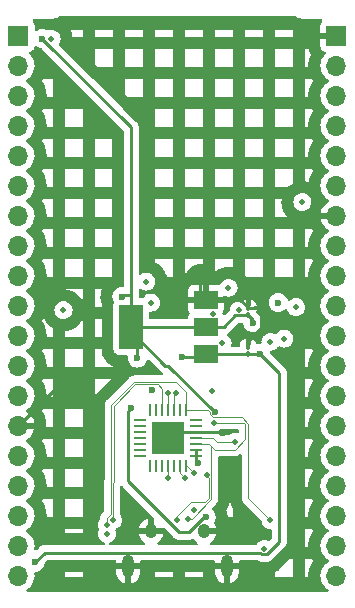
<source format=gbl>
%TF.GenerationSoftware,KiCad,Pcbnew,(5.99.0-11435-g252647e93c)*%
%TF.CreationDate,2021-07-20T11:27:30+10:00*%
%TF.ProjectId,ESP32 Clone devkit,45535033-3220-4436-9c6f-6e6520646576,1*%
%TF.SameCoordinates,Original*%
%TF.FileFunction,Copper,L4,Bot*%
%TF.FilePolarity,Positive*%
%FSLAX46Y46*%
G04 Gerber Fmt 4.6, Leading zero omitted, Abs format (unit mm)*
G04 Created by KiCad (PCBNEW (5.99.0-11435-g252647e93c)) date 2021-07-20 11:27:30*
%MOMM*%
%LPD*%
G01*
G04 APERTURE LIST*
G04 Aperture macros list*
%AMRoundRect*
0 Rectangle with rounded corners*
0 $1 Rounding radius*
0 $2 $3 $4 $5 $6 $7 $8 $9 X,Y pos of 4 corners*
0 Add a 4 corners polygon primitive as box body*
4,1,4,$2,$3,$4,$5,$6,$7,$8,$9,$2,$3,0*
0 Add four circle primitives for the rounded corners*
1,1,$1+$1,$2,$3*
1,1,$1+$1,$4,$5*
1,1,$1+$1,$6,$7*
1,1,$1+$1,$8,$9*
0 Add four rect primitives between the rounded corners*
20,1,$1+$1,$2,$3,$4,$5,0*
20,1,$1+$1,$4,$5,$6,$7,0*
20,1,$1+$1,$6,$7,$8,$9,0*
20,1,$1+$1,$8,$9,$2,$3,0*%
G04 Aperture macros list end*
%TA.AperFunction,ComponentPad*%
%ADD10O,1.000000X1.900000*%
%TD*%
%TA.AperFunction,ComponentPad*%
%ADD11O,1.050000X1.250000*%
%TD*%
%TA.AperFunction,SMDPad,CuDef*%
%ADD12R,2.000000X1.500000*%
%TD*%
%TA.AperFunction,SMDPad,CuDef*%
%ADD13R,2.000000X3.800000*%
%TD*%
%TA.AperFunction,SMDPad,CuDef*%
%ADD14R,2.700000X2.700000*%
%TD*%
%TA.AperFunction,SMDPad,CuDef*%
%ADD15RoundRect,0.062500X0.062500X0.425000X-0.062500X0.425000X-0.062500X-0.425000X0.062500X-0.425000X0*%
%TD*%
%TA.AperFunction,SMDPad,CuDef*%
%ADD16RoundRect,0.062500X0.425000X0.062500X-0.425000X0.062500X-0.425000X-0.062500X0.425000X-0.062500X0*%
%TD*%
%TA.AperFunction,ComponentPad*%
%ADD17O,1.700000X1.700000*%
%TD*%
%TA.AperFunction,ComponentPad*%
%ADD18R,1.700000X1.700000*%
%TD*%
%TA.AperFunction,SMDPad,CuDef*%
%ADD19RoundRect,0.100000X0.100000X-0.130000X0.100000X0.130000X-0.100000X0.130000X-0.100000X-0.130000X0*%
%TD*%
%TA.AperFunction,ViaPad*%
%ADD20C,0.600000*%
%TD*%
%TA.AperFunction,ViaPad*%
%ADD21C,0.500000*%
%TD*%
%TA.AperFunction,Conductor*%
%ADD22C,0.100000*%
%TD*%
%TA.AperFunction,Conductor*%
%ADD23C,0.250000*%
%TD*%
G04 APERTURE END LIST*
D10*
%TO.P,J1,6,Shield*%
%TO.N,GND*%
X93837000Y-117326000D03*
X85487000Y-117326000D03*
D11*
X91887000Y-114326000D03*
X87437000Y-114326000D03*
%TD*%
D12*
%TO.P,U2,1,GND*%
%TO.N,GND*%
X92050000Y-94728000D03*
%TO.P,U2,3,VI*%
%TO.N,/EXT_5V*%
X92050000Y-99328000D03*
%TO.P,U2,2,VO*%
%TO.N,/VDD33*%
X92050000Y-97028000D03*
D13*
X85750000Y-97028000D03*
%TD*%
D14*
%TO.P,U1,29,GND*%
%TO.N,GND*%
X88858000Y-106462000D03*
D15*
%TO.P,U1,28,DTR*%
%TO.N,/DTR*%
X90358000Y-104099500D03*
%TO.P,U1,27,DSR*%
%TO.N,N/C*%
X89858000Y-104099500D03*
%TO.P,U1,26,TXD*%
%TO.N,/TXD*%
X89358000Y-104099500D03*
%TO.P,U1,25,RXD*%
%TO.N,/RXD*%
X88858000Y-104099500D03*
%TO.P,U1,24,RTS*%
%TO.N,/RTS*%
X88358000Y-104099500D03*
%TO.P,U1,23,CTS*%
%TO.N,N/C*%
X87858000Y-104099500D03*
%TO.P,U1,22,GPIO.4*%
X87358000Y-104099500D03*
D16*
%TO.P,U1,21,GPIO.5*%
X86495500Y-104962000D03*
%TO.P,U1,20,GPIO.6*%
X86495500Y-105462000D03*
%TO.P,U1,19,GPIO.0/TXT*%
X86495500Y-105962000D03*
%TO.P,U1,18,GPIO.1/RXT*%
X86495500Y-106462000D03*
%TO.P,U1,17,GPIO.2/RS485*%
X86495500Y-106962000D03*
%TO.P,U1,16,GPIO.3/WAKEUP*%
X86495500Y-107462000D03*
%TO.P,U1,15,CHR0*%
X86495500Y-107962000D03*
D15*
%TO.P,U1,14,CHR1*%
X87358000Y-108824500D03*
%TO.P,U1,13,CHREN*%
X87858000Y-108824500D03*
%TO.P,U1,12,SUSPEND*%
X88358000Y-108824500D03*
%TO.P,U1,11,~SUSPENDB*%
%TO.N,Net-(R23-Pad1)*%
X88858000Y-108824500D03*
%TO.P,U1,10,NC*%
%TO.N,N/C*%
X89358000Y-108824500D03*
%TO.P,U1,9,~RST*%
%TO.N,Net-(R24-Pad2)*%
X89858000Y-108824500D03*
%TO.P,U1,8,VBUS*%
%TO.N,Net-(R25-Pad1)*%
X90358000Y-108824500D03*
D16*
%TO.P,U1,7,VREGIN*%
%TO.N,/VDD33*%
X91220500Y-107962000D03*
%TO.P,U1,6,VDD*%
X91220500Y-107462000D03*
%TO.P,U1,5,D-*%
%TO.N,/USB_DN*%
X91220500Y-106962000D03*
%TO.P,U1,4,D+*%
%TO.N,/USB_DP*%
X91220500Y-106462000D03*
%TO.P,U1,3,GND*%
%TO.N,GND*%
X91220500Y-105962000D03*
%TO.P,U1,2,RI/CLK*%
%TO.N,N/C*%
X91220500Y-105462000D03*
%TO.P,U1,1,DCD*%
X91220500Y-104962000D03*
%TD*%
D17*
%TO.P,J3,19,Pin_19*%
%TO.N,/CLK*%
X103124000Y-118110000D03*
%TO.P,J3,18,Pin_18*%
%TO.N,/SD0*%
X103124000Y-115570000D03*
%TO.P,J3,17,Pin_17*%
%TO.N,/SD1*%
X103124000Y-113030000D03*
%TO.P,J3,16,Pin_16*%
%TO.N,/IO15*%
X103124000Y-110490000D03*
%TO.P,J3,15,Pin_15*%
%TO.N,/IO2*%
X103124000Y-107950000D03*
%TO.P,J3,14,Pin_14*%
%TO.N,/IO0*%
X103124000Y-105410000D03*
%TO.P,J3,13,Pin_13*%
%TO.N,/IO4*%
X103124000Y-102870000D03*
%TO.P,J3,12,Pin_12*%
%TO.N,/IO16*%
X103124000Y-100330000D03*
%TO.P,J3,11,Pin_11*%
%TO.N,/IO17*%
X103124000Y-97790000D03*
%TO.P,J3,10,Pin_10*%
%TO.N,/IO5*%
X103124000Y-95250000D03*
%TO.P,J3,9,Pin_9*%
%TO.N,/IO18*%
X103124000Y-92710000D03*
%TO.P,J3,8,Pin_8*%
%TO.N,/IO19*%
X103124000Y-90170000D03*
%TO.P,J3,7,Pin_7*%
%TO.N,GND*%
X103124000Y-87630000D03*
%TO.P,J3,6,Pin_6*%
%TO.N,/IO21*%
X103124000Y-85090000D03*
%TO.P,J3,5,Pin_5*%
%TO.N,/RXD0*%
X103124000Y-82550000D03*
%TO.P,J3,4,Pin_4*%
%TO.N,/TXD0*%
X103124000Y-80010000D03*
%TO.P,J3,3,Pin_3*%
%TO.N,/IO22*%
X103124000Y-77470000D03*
%TO.P,J3,2,Pin_2*%
%TO.N,/IO23*%
X103124000Y-74930000D03*
D18*
%TO.P,J3,1,Pin_1*%
%TO.N,GND*%
X103124000Y-72390000D03*
%TD*%
D17*
%TO.P,J2,19,Pin_19*%
%TO.N,/EXT_5V*%
X76200000Y-118110000D03*
%TO.P,J2,18,Pin_18*%
%TO.N,/CMD*%
X76200000Y-115570000D03*
%TO.P,J2,17,Pin_17*%
%TO.N,/SD3*%
X76200000Y-113030000D03*
%TO.P,J2,16,Pin_16*%
%TO.N,/SD2*%
X76200000Y-110490000D03*
%TO.P,J2,15,Pin_15*%
%TO.N,/IO13*%
X76200000Y-107950000D03*
%TO.P,J2,14,Pin_14*%
%TO.N,GND*%
X76200000Y-105410000D03*
%TO.P,J2,13,Pin_13*%
%TO.N,/IO12*%
X76200000Y-102870000D03*
%TO.P,J2,12,Pin_12*%
%TO.N,/IO14*%
X76200000Y-100330000D03*
%TO.P,J2,11,Pin_11*%
%TO.N,/IO27*%
X76200000Y-97790000D03*
%TO.P,J2,10,Pin_10*%
%TO.N,/IO26*%
X76200000Y-95250000D03*
%TO.P,J2,9,Pin_9*%
%TO.N,/IO25*%
X76200000Y-92710000D03*
%TO.P,J2,8,Pin_8*%
%TO.N,/IO33*%
X76200000Y-90170000D03*
%TO.P,J2,7,Pin_7*%
%TO.N,/IO32*%
X76200000Y-87630000D03*
%TO.P,J2,6,Pin_6*%
%TO.N,/IO35*%
X76200000Y-85090000D03*
%TO.P,J2,5,Pin_5*%
%TO.N,/IO34*%
X76200000Y-82550000D03*
%TO.P,J2,4,Pin_4*%
%TO.N,/SENSOR_VN*%
X76200000Y-80010000D03*
%TO.P,J2,3,Pin_3*%
%TO.N,/SENSOR_VP*%
X76200000Y-77470000D03*
%TO.P,J2,2,Pin_2*%
%TO.N,/EN*%
X76200000Y-74930000D03*
D18*
%TO.P,J2,1,Pin_1*%
%TO.N,/VDD33*%
X76200000Y-72390000D03*
%TD*%
D19*
%TO.P,C3,2*%
%TO.N,GND*%
X95656400Y-95438000D03*
%TO.P,C3,1*%
%TO.N,/VDD33*%
X95656400Y-96078000D03*
%TD*%
%TO.P,C1,2*%
%TO.N,GND*%
X95656400Y-98740000D03*
%TO.P,C1,1*%
%TO.N,/EXT_5V*%
X95656400Y-99380000D03*
%TD*%
D20*
%TO.N,GND*%
X91601500Y-93078500D03*
X80806500Y-102222500D03*
%TO.N,/VDD33*%
X86267500Y-99682500D03*
%TO.N,/VBUS*%
X87537500Y-102363520D03*
X98205500Y-94983500D03*
D21*
%TO.N,Net-(R25-Pad1)*%
X92582989Y-102476500D03*
X91093500Y-109455500D03*
%TO.N,/USB_DP*%
X87029500Y-93205500D03*
D20*
%TO.N,/EXT_5V*%
X90077500Y-99555500D03*
%TO.N,/VDD33*%
X96046500Y-96693000D03*
D21*
%TO.N,/EN*%
X98713500Y-98031500D03*
X87410500Y-94983500D03*
%TO.N,/IO4*%
X100237500Y-86474500D03*
D20*
%TO.N,GND*%
X93506500Y-106032500D03*
D21*
%TO.N,/USB_DN*%
X92744500Y-105143500D03*
X93980000Y-93726000D03*
%TO.N,/TXD*%
X89535000Y-102616000D03*
X97536000Y-98298000D03*
%TO.N,/TXD0*%
X94869000Y-95603500D03*
%TO.N,/RXD*%
X88900000Y-102616000D03*
%TO.N,Net-(R24-Pad2)*%
X92710000Y-95928498D03*
X90263500Y-109855000D03*
%TO.N,Net-(R23-Pad1)*%
X93472000Y-98425000D03*
X88900000Y-109855000D03*
D20*
%TO.N,/EXT_5V*%
X77597000Y-116967000D03*
D21*
%TO.N,/RXD0*%
X99695000Y-95377000D03*
D20*
%TO.N,/EXT_5V*%
X96647000Y-99314000D03*
%TO.N,/VBUS*%
X85725000Y-103886000D03*
X92075000Y-113157000D03*
%TO.N,/VDD33*%
X84963000Y-94488000D03*
X78232000Y-72644000D03*
D21*
%TO.N,Net-(C21-Pad1)*%
X78994000Y-72644000D03*
X80010000Y-95631000D03*
D20*
%TO.N,/VDD33*%
X91440000Y-108585000D03*
X92837000Y-104267000D03*
D21*
%TO.N,/USB_DP*%
X94522500Y-106794500D03*
X92129019Y-109601000D03*
%TO.N,/DTR*%
X97536000Y-113411000D03*
%TO.N,/USB_DP*%
X89662000Y-113411000D03*
%TO.N,/USB_DN*%
X90551000Y-113284000D03*
%TO.N,/IO0*%
X97028000Y-115824000D03*
%TO.N,/DTR*%
X83693000Y-113792000D03*
%TO.N,/RTS*%
X84200655Y-113410655D03*
%TO.N,/EN*%
X91059000Y-112522000D03*
X83693000Y-114554000D03*
%TD*%
D22*
%TO.N,/USB_DP*%
X89662000Y-113411000D02*
X89662000Y-113052000D01*
X89662000Y-113052000D02*
X90839500Y-111874500D01*
X91989331Y-111874500D02*
X92329000Y-111534831D01*
X90839500Y-111874500D02*
X91989331Y-111874500D01*
X92329000Y-111534831D02*
X92329000Y-109800981D01*
X92329000Y-109800981D02*
X92129019Y-109601000D01*
D23*
%TO.N,GND*%
X91601500Y-93078500D02*
X91601500Y-94279500D01*
X91601500Y-94279500D02*
X92050000Y-94728000D01*
X79663500Y-101968500D02*
X80552500Y-101968500D01*
X80552500Y-101968500D02*
X80806500Y-102222500D01*
X76200000Y-105410000D02*
X79641500Y-101968500D01*
X79641500Y-101968500D02*
X79663500Y-101968500D01*
%TO.N,/VDD33*%
X86267500Y-99682500D02*
X86267500Y-97545500D01*
X86267500Y-97545500D02*
X85750000Y-97028000D01*
D22*
%TO.N,/RTS*%
X87991020Y-101914020D02*
X86074144Y-101914020D01*
X88358000Y-102281000D02*
X87991020Y-101914020D01*
X86074144Y-101914020D02*
X84273520Y-103714644D01*
X84273520Y-103714644D02*
X84273520Y-110163480D01*
X88358000Y-104099500D02*
X88358000Y-102281000D01*
X84273520Y-110163480D02*
X84201000Y-110236000D01*
X84201000Y-113410310D02*
X84200655Y-113410655D01*
X84201000Y-110236000D02*
X84201000Y-113410310D01*
%TO.N,/DTR*%
X90358000Y-104099500D02*
X90358000Y-102550000D01*
X89522500Y-101714500D02*
X85991501Y-101714500D01*
X84074000Y-103632001D02*
X84074000Y-110080836D01*
X83693000Y-113185163D02*
X83693000Y-113792000D01*
X85991501Y-101714500D02*
X84074000Y-103632001D01*
X90358000Y-102550000D02*
X89522500Y-101714500D01*
X84074000Y-110080836D02*
X84001480Y-110153356D01*
X84001480Y-110153356D02*
X84001480Y-112876683D01*
X84001480Y-112876683D02*
X83693000Y-113185163D01*
%TO.N,Net-(R25-Pad1)*%
X90462500Y-108824500D02*
X91093500Y-109455500D01*
X90358000Y-108824500D02*
X90462500Y-108824500D01*
D23*
%TO.N,/EXT_5V*%
X91822500Y-99555500D02*
X92050000Y-99328000D01*
X90077500Y-99555500D02*
X91822500Y-99555500D01*
%TO.N,/VDD33*%
X96046500Y-96693000D02*
X96046500Y-96468100D01*
X96046500Y-96468100D02*
X95656400Y-96078000D01*
%TO.N,GND*%
X93436000Y-105962000D02*
X93506500Y-106032500D01*
X91220500Y-105962000D02*
X93436000Y-105962000D01*
D22*
%TO.N,/USB_DP*%
X92696000Y-106462000D02*
X91220500Y-106462000D01*
X94522500Y-106794500D02*
X93028500Y-106794500D01*
X93028500Y-106794500D02*
X92696000Y-106462000D01*
%TO.N,/USB_DN*%
X95411500Y-105298664D02*
X95411500Y-106540500D01*
X95411500Y-106540500D02*
X94522500Y-107429500D01*
X95256336Y-105143500D02*
X95411500Y-105298664D01*
X92744500Y-105143500D02*
X95256336Y-105143500D01*
X94522500Y-107429500D02*
X92824500Y-107429500D01*
X92824500Y-107429500D02*
X92357000Y-106962000D01*
%TO.N,/DTR*%
X97536000Y-113411000D02*
X95665500Y-111540500D01*
X95665500Y-111540500D02*
X95665500Y-105270500D01*
X95665500Y-105270500D02*
X95111511Y-104716511D01*
X95111511Y-104716511D02*
X92650805Y-104716511D01*
X92650805Y-104716511D02*
X92387489Y-104453195D01*
X92387489Y-104453195D02*
X92387489Y-104278489D01*
X92387489Y-104278489D02*
X92208500Y-104099500D01*
X92208500Y-104099500D02*
X90358000Y-104099500D01*
%TO.N,/TXD*%
X89535000Y-102616000D02*
X89358000Y-102793000D01*
X89358000Y-102793000D02*
X89358000Y-104099500D01*
%TO.N,/RXD*%
X88900000Y-102616000D02*
X88858000Y-102658000D01*
X88858000Y-102658000D02*
X88858000Y-104099500D01*
%TO.N,Net-(R24-Pad2)*%
X89858000Y-108824500D02*
X89858000Y-109449500D01*
X89858000Y-109449500D02*
X90263500Y-109855000D01*
%TO.N,Net-(R23-Pad1)*%
X88858000Y-108824500D02*
X88858000Y-109312000D01*
X88858000Y-109312000D02*
X88900000Y-109354000D01*
X88900000Y-109354000D02*
X88900000Y-109855000D01*
D23*
%TO.N,/EXT_5V*%
X97224550Y-116298511D02*
X98298000Y-115225061D01*
X77597000Y-116967000D02*
X78412520Y-116151480D01*
X98298000Y-115225061D02*
X98298000Y-100965000D01*
X78412520Y-116151480D02*
X96684419Y-116151480D01*
X96684419Y-116151480D02*
X96831450Y-116298511D01*
X98298000Y-100965000D02*
X96647000Y-99314000D01*
X96831450Y-116298511D02*
X97224550Y-116298511D01*
X96647000Y-99314000D02*
X95722400Y-99314000D01*
X95722400Y-99314000D02*
X95656400Y-99380000D01*
%TO.N,/VBUS*%
X85471000Y-104140000D02*
X85725000Y-103886000D01*
X85471000Y-110109000D02*
X85471000Y-104267000D01*
X90626019Y-114427000D02*
X89789000Y-114427000D01*
X92075000Y-113157000D02*
X91896019Y-113157000D01*
X85471000Y-104267000D02*
X85471000Y-104140000D01*
X91896019Y-113157000D02*
X90626019Y-114427000D01*
X89789000Y-114427000D02*
X85471000Y-110109000D01*
%TO.N,/VDD33*%
X85065000Y-94386000D02*
X85750000Y-94386000D01*
X85750000Y-80162000D02*
X85750000Y-94386000D01*
X85750000Y-94386000D02*
X85750000Y-97028000D01*
X84963000Y-94488000D02*
X85065000Y-94386000D01*
X78232000Y-72644000D02*
X85750000Y-80162000D01*
X88900000Y-100330000D02*
X88646000Y-100330000D01*
X92837000Y-104267000D02*
X88900000Y-100330000D01*
X85750000Y-97434000D02*
X85750000Y-97028000D01*
X91220500Y-108365500D02*
X91440000Y-108585000D01*
X91220500Y-107962000D02*
X91220500Y-108365500D01*
X88646000Y-100330000D02*
X85750000Y-97434000D01*
%TO.N,/EXT_5V*%
X95656400Y-99380000D02*
X92102000Y-99380000D01*
X92102000Y-99380000D02*
X92050000Y-99328000D01*
%TO.N,/VDD33*%
X95656400Y-96078000D02*
X94549000Y-96078000D01*
X94549000Y-96078000D02*
X93599000Y-97028000D01*
X93599000Y-97028000D02*
X92050000Y-97028000D01*
%TO.N,GND*%
X95656400Y-98740000D02*
X95656400Y-98272600D01*
X95656400Y-98272600D02*
X96774000Y-97155000D01*
X96774000Y-97155000D02*
X96774000Y-95758000D01*
X96774000Y-95758000D02*
X96454000Y-95438000D01*
X96454000Y-95438000D02*
X95656400Y-95438000D01*
X92050000Y-94728000D02*
X94982000Y-94728000D01*
X94982000Y-94728000D02*
X95656400Y-95402400D01*
X95656400Y-95402400D02*
X95656400Y-95438000D01*
%TO.N,/VDD33*%
X92050000Y-97028000D02*
X85750000Y-97028000D01*
X91220500Y-107962000D02*
X91220500Y-107462000D01*
D22*
%TO.N,/USB_DN*%
X90551000Y-113284000D02*
X90861995Y-113284000D01*
X92357000Y-106962000D02*
X91220500Y-106962000D01*
X90861995Y-113284000D02*
X92528519Y-111617476D01*
X92528519Y-111617476D02*
X92528519Y-107133519D01*
X92528519Y-107133519D02*
X92357000Y-106962000D01*
D23*
%TO.N,GND*%
X91220500Y-105962000D02*
X89358000Y-105962000D01*
X89358000Y-105962000D02*
X88858000Y-106462000D01*
%TD*%
%TA.AperFunction,Conductor*%
%TO.N,GND*%
G36*
X99704597Y-70750546D02*
G01*
X99708205Y-70753628D01*
X99878649Y-70858077D01*
X99883219Y-70859970D01*
X99883221Y-70859971D01*
X99970992Y-70896326D01*
X100063335Y-70934576D01*
X100257713Y-70981243D01*
X100407104Y-70993000D01*
X100415122Y-70993631D01*
X100426142Y-70994989D01*
X100439664Y-70997264D01*
X100444460Y-70998071D01*
X100450699Y-70998147D01*
X100452140Y-70998165D01*
X100452144Y-70998165D01*
X100456999Y-70998224D01*
X100484587Y-70994273D01*
X100502450Y-70993000D01*
X101797178Y-70993000D01*
X101865299Y-71013002D01*
X101911792Y-71066658D01*
X101921896Y-71136932D01*
X101898004Y-71194565D01*
X101829214Y-71286351D01*
X101820676Y-71301946D01*
X101775522Y-71422394D01*
X101771895Y-71437649D01*
X101766369Y-71488514D01*
X101766000Y-71495328D01*
X101766000Y-72117885D01*
X101770475Y-72133124D01*
X101771865Y-72134329D01*
X101779548Y-72136000D01*
X103252000Y-72136000D01*
X103320121Y-72156002D01*
X103366614Y-72209658D01*
X103378000Y-72262000D01*
X103378000Y-72518000D01*
X103357998Y-72586121D01*
X103304342Y-72632614D01*
X103252000Y-72644000D01*
X101784115Y-72644000D01*
X101768876Y-72648475D01*
X101767671Y-72649865D01*
X101766000Y-72657548D01*
X101766000Y-73284672D01*
X101766369Y-73291486D01*
X101771895Y-73342351D01*
X101775522Y-73357606D01*
X101820676Y-73478054D01*
X101829214Y-73493649D01*
X101905715Y-73595724D01*
X101918276Y-73608285D01*
X102020351Y-73684786D01*
X102035946Y-73693324D01*
X102144827Y-73734142D01*
X102201591Y-73776784D01*
X102226291Y-73843345D01*
X102211083Y-73912694D01*
X102191691Y-73939175D01*
X102068200Y-74068401D01*
X102064629Y-74072138D01*
X101938743Y-74256680D01*
X101844688Y-74459305D01*
X101784989Y-74674570D01*
X101761251Y-74896695D01*
X101761548Y-74901848D01*
X101761548Y-74901851D01*
X101767011Y-74996590D01*
X101774110Y-75119715D01*
X101775247Y-75124761D01*
X101775248Y-75124767D01*
X101795119Y-75212939D01*
X101823222Y-75337639D01*
X101907266Y-75544616D01*
X101945828Y-75607543D01*
X102021291Y-75730688D01*
X102023987Y-75735088D01*
X102170250Y-75903938D01*
X102342126Y-76046632D01*
X102362436Y-76058500D01*
X102415445Y-76089476D01*
X102464169Y-76141114D01*
X102477240Y-76210897D01*
X102450509Y-76276669D01*
X102410055Y-76310027D01*
X102397607Y-76316507D01*
X102393474Y-76319610D01*
X102393471Y-76319612D01*
X102332876Y-76365108D01*
X102218965Y-76450635D01*
X102215393Y-76454373D01*
X102098104Y-76577109D01*
X102064629Y-76612138D01*
X101938743Y-76796680D01*
X101844688Y-76999305D01*
X101784989Y-77214570D01*
X101761251Y-77436695D01*
X101761548Y-77441848D01*
X101761548Y-77441851D01*
X101767011Y-77536590D01*
X101774110Y-77659715D01*
X101775247Y-77664761D01*
X101775248Y-77664767D01*
X101795119Y-77752939D01*
X101823222Y-77877639D01*
X101907266Y-78084616D01*
X101945828Y-78147543D01*
X102021291Y-78270688D01*
X102023987Y-78275088D01*
X102170250Y-78443938D01*
X102342126Y-78586632D01*
X102362436Y-78598500D01*
X102415445Y-78629476D01*
X102464169Y-78681114D01*
X102477240Y-78750897D01*
X102450509Y-78816669D01*
X102410055Y-78850027D01*
X102397607Y-78856507D01*
X102393474Y-78859610D01*
X102393471Y-78859612D01*
X102332876Y-78905108D01*
X102218965Y-78990635D01*
X102215393Y-78994373D01*
X102098104Y-79117109D01*
X102064629Y-79152138D01*
X101938743Y-79336680D01*
X101844688Y-79539305D01*
X101784989Y-79754570D01*
X101761251Y-79976695D01*
X101761548Y-79981848D01*
X101761548Y-79981851D01*
X101769637Y-80122144D01*
X101774110Y-80199715D01*
X101775247Y-80204761D01*
X101775248Y-80204767D01*
X101795119Y-80292939D01*
X101823222Y-80417639D01*
X101907266Y-80624616D01*
X101945828Y-80687543D01*
X102021291Y-80810688D01*
X102023987Y-80815088D01*
X102170250Y-80983938D01*
X102342126Y-81126632D01*
X102362436Y-81138500D01*
X102415445Y-81169476D01*
X102464169Y-81221114D01*
X102477240Y-81290897D01*
X102450509Y-81356669D01*
X102410055Y-81390027D01*
X102397607Y-81396507D01*
X102393474Y-81399610D01*
X102393471Y-81399612D01*
X102332876Y-81445108D01*
X102218965Y-81530635D01*
X102215393Y-81534373D01*
X102098104Y-81657109D01*
X102064629Y-81692138D01*
X101938743Y-81876680D01*
X101844688Y-82079305D01*
X101784989Y-82294570D01*
X101761251Y-82516695D01*
X101761548Y-82521848D01*
X101761548Y-82521851D01*
X101767011Y-82616590D01*
X101774110Y-82739715D01*
X101775247Y-82744761D01*
X101775248Y-82744767D01*
X101795119Y-82832939D01*
X101823222Y-82957639D01*
X101907266Y-83164616D01*
X101945828Y-83227543D01*
X102021291Y-83350688D01*
X102023987Y-83355088D01*
X102170250Y-83523938D01*
X102342126Y-83666632D01*
X102362436Y-83678500D01*
X102415445Y-83709476D01*
X102464169Y-83761114D01*
X102477240Y-83830897D01*
X102450509Y-83896669D01*
X102410055Y-83930027D01*
X102397607Y-83936507D01*
X102393474Y-83939610D01*
X102393471Y-83939612D01*
X102332876Y-83985108D01*
X102218965Y-84070635D01*
X102215393Y-84074373D01*
X102098104Y-84197109D01*
X102064629Y-84232138D01*
X101938743Y-84416680D01*
X101844688Y-84619305D01*
X101784989Y-84834570D01*
X101761251Y-85056695D01*
X101761548Y-85061848D01*
X101761548Y-85061851D01*
X101767011Y-85156590D01*
X101774110Y-85279715D01*
X101775247Y-85284761D01*
X101775248Y-85284767D01*
X101795119Y-85372939D01*
X101823222Y-85497639D01*
X101907266Y-85704616D01*
X101945828Y-85767543D01*
X102021291Y-85890688D01*
X102023987Y-85895088D01*
X102170250Y-86063938D01*
X102342126Y-86206632D01*
X102362436Y-86218500D01*
X102415955Y-86249774D01*
X102464679Y-86301412D01*
X102477750Y-86371195D01*
X102451019Y-86436967D01*
X102410562Y-86470327D01*
X102402457Y-86474546D01*
X102393738Y-86480036D01*
X102223433Y-86607905D01*
X102215726Y-86614748D01*
X102068590Y-86768717D01*
X102062104Y-86776727D01*
X101942098Y-86952649D01*
X101937000Y-86961623D01*
X101847338Y-87154783D01*
X101843775Y-87164470D01*
X101788389Y-87364183D01*
X101789912Y-87372607D01*
X101802292Y-87376000D01*
X103252000Y-87376000D01*
X103320121Y-87396002D01*
X103366614Y-87449658D01*
X103378000Y-87502000D01*
X103378000Y-87758000D01*
X103357998Y-87826121D01*
X103304342Y-87872614D01*
X103252000Y-87884000D01*
X101807225Y-87884000D01*
X101793694Y-87887973D01*
X101792257Y-87897966D01*
X101822565Y-88032446D01*
X101825645Y-88042275D01*
X101905770Y-88239603D01*
X101910413Y-88248794D01*
X102021694Y-88430388D01*
X102027777Y-88438699D01*
X102167213Y-88599667D01*
X102174580Y-88606883D01*
X102338434Y-88742916D01*
X102346881Y-88748831D01*
X102415969Y-88789203D01*
X102464693Y-88840842D01*
X102477764Y-88910625D01*
X102451033Y-88976396D01*
X102410584Y-89009752D01*
X102397607Y-89016507D01*
X102393474Y-89019610D01*
X102393471Y-89019612D01*
X102332876Y-89065108D01*
X102218965Y-89150635D01*
X102215393Y-89154373D01*
X102098104Y-89277109D01*
X102064629Y-89312138D01*
X101938743Y-89496680D01*
X101844688Y-89699305D01*
X101784989Y-89914570D01*
X101761251Y-90136695D01*
X101761548Y-90141848D01*
X101761548Y-90141851D01*
X101767011Y-90236590D01*
X101774110Y-90359715D01*
X101775247Y-90364761D01*
X101775248Y-90364767D01*
X101795119Y-90452939D01*
X101823222Y-90577639D01*
X101907266Y-90784616D01*
X101945828Y-90847543D01*
X102021291Y-90970688D01*
X102023987Y-90975088D01*
X102170250Y-91143938D01*
X102342126Y-91286632D01*
X102362436Y-91298500D01*
X102415445Y-91329476D01*
X102464169Y-91381114D01*
X102477240Y-91450897D01*
X102450509Y-91516669D01*
X102410055Y-91550027D01*
X102397607Y-91556507D01*
X102393474Y-91559610D01*
X102393471Y-91559612D01*
X102223100Y-91687530D01*
X102218965Y-91690635D01*
X102161683Y-91750577D01*
X102081630Y-91834348D01*
X102064629Y-91852138D01*
X101938743Y-92036680D01*
X101923003Y-92070590D01*
X101865701Y-92194037D01*
X101844688Y-92239305D01*
X101784989Y-92454570D01*
X101761251Y-92676695D01*
X101761548Y-92681848D01*
X101761548Y-92681851D01*
X101773812Y-92894547D01*
X101774110Y-92899715D01*
X101775247Y-92904761D01*
X101775248Y-92904767D01*
X101795119Y-92992939D01*
X101823222Y-93117639D01*
X101907266Y-93324616D01*
X101945256Y-93386610D01*
X102021291Y-93510688D01*
X102023987Y-93515088D01*
X102170250Y-93683938D01*
X102342126Y-93826632D01*
X102389300Y-93854198D01*
X102415445Y-93869476D01*
X102464169Y-93921114D01*
X102477240Y-93990897D01*
X102450509Y-94056669D01*
X102410055Y-94090027D01*
X102397607Y-94096507D01*
X102393474Y-94099610D01*
X102393471Y-94099612D01*
X102231134Y-94221498D01*
X102218965Y-94230635D01*
X102212228Y-94237685D01*
X102074306Y-94382012D01*
X102064629Y-94392138D01*
X102061715Y-94396410D01*
X102061714Y-94396411D01*
X102008549Y-94474348D01*
X101938743Y-94576680D01*
X101912239Y-94633778D01*
X101849046Y-94769917D01*
X101844688Y-94779305D01*
X101784989Y-94994570D01*
X101761251Y-95216695D01*
X101761548Y-95221848D01*
X101761548Y-95221851D01*
X101767675Y-95328114D01*
X101774110Y-95439715D01*
X101775247Y-95444761D01*
X101775248Y-95444767D01*
X101784313Y-95484988D01*
X101823222Y-95657639D01*
X101879785Y-95796938D01*
X101900433Y-95847787D01*
X101907266Y-95864616D01*
X101942910Y-95922782D01*
X102021291Y-96050688D01*
X102023987Y-96055088D01*
X102170250Y-96223938D01*
X102342126Y-96366632D01*
X102363887Y-96379348D01*
X102415445Y-96409476D01*
X102464169Y-96461114D01*
X102477240Y-96530897D01*
X102450509Y-96596669D01*
X102410055Y-96630027D01*
X102397607Y-96636507D01*
X102393474Y-96639610D01*
X102393471Y-96639612D01*
X102223100Y-96767530D01*
X102218965Y-96770635D01*
X102201479Y-96788933D01*
X102106459Y-96888366D01*
X102064629Y-96932138D01*
X102061715Y-96936410D01*
X102061714Y-96936411D01*
X102012343Y-97008787D01*
X101938743Y-97116680D01*
X101915380Y-97167011D01*
X101857951Y-97290733D01*
X101844688Y-97319305D01*
X101784989Y-97534570D01*
X101761251Y-97756695D01*
X101761548Y-97761848D01*
X101761548Y-97761851D01*
X101766962Y-97855738D01*
X101774110Y-97979715D01*
X101775247Y-97984761D01*
X101775248Y-97984767D01*
X101791465Y-98056723D01*
X101823222Y-98197639D01*
X101907266Y-98404616D01*
X101945828Y-98467543D01*
X102021291Y-98590688D01*
X102023987Y-98595088D01*
X102170250Y-98763938D01*
X102342126Y-98906632D01*
X102382063Y-98929969D01*
X102415445Y-98949476D01*
X102464169Y-99001114D01*
X102477240Y-99070897D01*
X102450509Y-99136669D01*
X102410055Y-99170027D01*
X102397607Y-99176507D01*
X102393474Y-99179610D01*
X102393471Y-99179612D01*
X102223100Y-99307530D01*
X102218965Y-99310635D01*
X102215393Y-99314373D01*
X102098104Y-99437109D01*
X102064629Y-99472138D01*
X102061715Y-99476410D01*
X102061714Y-99476411D01*
X102019073Y-99538920D01*
X101938743Y-99656680D01*
X101891715Y-99757993D01*
X101848237Y-99851660D01*
X101844688Y-99859305D01*
X101784989Y-100074570D01*
X101761251Y-100296695D01*
X101761548Y-100301848D01*
X101761548Y-100301851D01*
X101771666Y-100477320D01*
X101774110Y-100519715D01*
X101775247Y-100524761D01*
X101775248Y-100524767D01*
X101789161Y-100586500D01*
X101823222Y-100737639D01*
X101884673Y-100888976D01*
X101895341Y-100915247D01*
X101907266Y-100944616D01*
X101945828Y-101007543D01*
X102021291Y-101130688D01*
X102023987Y-101135088D01*
X102170250Y-101303938D01*
X102342126Y-101446632D01*
X102362436Y-101458500D01*
X102415445Y-101489476D01*
X102464169Y-101541114D01*
X102477240Y-101610897D01*
X102450509Y-101676669D01*
X102410055Y-101710027D01*
X102397607Y-101716507D01*
X102393474Y-101719610D01*
X102393471Y-101719612D01*
X102264014Y-101816811D01*
X102218965Y-101850635D01*
X102215393Y-101854373D01*
X102098104Y-101977109D01*
X102064629Y-102012138D01*
X101938743Y-102196680D01*
X101923003Y-102230590D01*
X101859953Y-102366420D01*
X101844688Y-102399305D01*
X101784989Y-102614570D01*
X101761251Y-102836695D01*
X101761548Y-102841848D01*
X101761548Y-102841851D01*
X101767011Y-102936590D01*
X101774110Y-103059715D01*
X101775247Y-103064761D01*
X101775248Y-103064767D01*
X101783464Y-103101221D01*
X101823222Y-103277639D01*
X101868684Y-103389599D01*
X101895812Y-103456407D01*
X101907266Y-103484616D01*
X101945828Y-103547543D01*
X102021291Y-103670688D01*
X102023987Y-103675088D01*
X102170250Y-103843938D01*
X102342126Y-103986632D01*
X102362436Y-103998500D01*
X102415445Y-104029476D01*
X102464169Y-104081114D01*
X102477240Y-104150897D01*
X102450509Y-104216669D01*
X102410055Y-104250027D01*
X102397607Y-104256507D01*
X102393474Y-104259610D01*
X102393471Y-104259612D01*
X102223100Y-104387530D01*
X102218965Y-104390635D01*
X102215393Y-104394373D01*
X102098104Y-104517109D01*
X102064629Y-104552138D01*
X101938743Y-104736680D01*
X101922899Y-104770814D01*
X101849294Y-104929383D01*
X101844688Y-104939305D01*
X101784989Y-105154570D01*
X101761251Y-105376695D01*
X101761548Y-105381848D01*
X101761548Y-105381851D01*
X101766830Y-105473462D01*
X101774110Y-105599715D01*
X101775247Y-105604761D01*
X101775248Y-105604767D01*
X101788597Y-105664000D01*
X101823222Y-105817639D01*
X101907266Y-106024616D01*
X101923660Y-106051368D01*
X102015950Y-106201972D01*
X102023987Y-106215088D01*
X102170250Y-106383938D01*
X102342126Y-106526632D01*
X102362436Y-106538500D01*
X102415445Y-106569476D01*
X102464169Y-106621114D01*
X102477240Y-106690897D01*
X102450509Y-106756669D01*
X102410055Y-106790027D01*
X102397607Y-106796507D01*
X102393474Y-106799610D01*
X102393471Y-106799612D01*
X102332876Y-106845108D01*
X102218965Y-106930635D01*
X102215393Y-106934373D01*
X102098104Y-107057109D01*
X102064629Y-107092138D01*
X101938743Y-107276680D01*
X101844688Y-107479305D01*
X101784989Y-107694570D01*
X101761251Y-107916695D01*
X101761548Y-107921848D01*
X101761548Y-107921851D01*
X101769773Y-108064500D01*
X101774110Y-108139715D01*
X101775247Y-108144761D01*
X101775248Y-108144767D01*
X101795119Y-108232939D01*
X101823222Y-108357639D01*
X101907266Y-108564616D01*
X101945828Y-108627543D01*
X102021291Y-108750688D01*
X102023987Y-108755088D01*
X102170250Y-108923938D01*
X102342126Y-109066632D01*
X102362436Y-109078500D01*
X102415445Y-109109476D01*
X102464169Y-109161114D01*
X102477240Y-109230897D01*
X102450509Y-109296669D01*
X102410055Y-109330027D01*
X102397607Y-109336507D01*
X102393474Y-109339610D01*
X102393471Y-109339612D01*
X102223100Y-109467530D01*
X102218965Y-109470635D01*
X102215393Y-109474373D01*
X102098104Y-109597109D01*
X102064629Y-109632138D01*
X101938743Y-109816680D01*
X101924857Y-109846595D01*
X101850544Y-110006690D01*
X101844688Y-110019305D01*
X101784989Y-110234570D01*
X101761251Y-110456695D01*
X101761548Y-110461848D01*
X101761548Y-110461851D01*
X101769315Y-110596558D01*
X101774110Y-110679715D01*
X101775247Y-110684761D01*
X101775248Y-110684767D01*
X101795119Y-110772939D01*
X101823222Y-110897639D01*
X101907266Y-111104616D01*
X101945828Y-111167543D01*
X102021291Y-111290688D01*
X102023987Y-111295088D01*
X102170250Y-111463938D01*
X102250562Y-111530614D01*
X102336446Y-111601916D01*
X102342126Y-111606632D01*
X102362436Y-111618500D01*
X102415445Y-111649476D01*
X102464169Y-111701114D01*
X102477240Y-111770897D01*
X102450509Y-111836669D01*
X102410055Y-111870027D01*
X102397607Y-111876507D01*
X102393474Y-111879610D01*
X102393471Y-111879612D01*
X102247632Y-111989111D01*
X102218965Y-112010635D01*
X102193894Y-112036870D01*
X102098104Y-112137109D01*
X102064629Y-112172138D01*
X101938743Y-112356680D01*
X101912302Y-112413642D01*
X101863730Y-112518283D01*
X101844688Y-112559305D01*
X101784989Y-112774570D01*
X101761251Y-112996695D01*
X101761548Y-113001848D01*
X101761548Y-113001851D01*
X101767202Y-113099908D01*
X101774110Y-113219715D01*
X101775247Y-113224761D01*
X101775248Y-113224767D01*
X101794027Y-113308091D01*
X101823222Y-113437639D01*
X101884673Y-113588976D01*
X101903296Y-113634838D01*
X101907266Y-113644616D01*
X101945828Y-113707543D01*
X102021291Y-113830688D01*
X102023987Y-113835088D01*
X102170250Y-114003938D01*
X102342126Y-114146632D01*
X102411608Y-114187234D01*
X102415445Y-114189476D01*
X102464169Y-114241114D01*
X102477240Y-114310897D01*
X102450509Y-114376669D01*
X102410055Y-114410027D01*
X102397607Y-114416507D01*
X102393474Y-114419610D01*
X102393471Y-114419612D01*
X102237992Y-114536349D01*
X102218965Y-114550635D01*
X102215393Y-114554373D01*
X102098104Y-114677109D01*
X102064629Y-114712138D01*
X102061715Y-114716410D01*
X102061714Y-114716411D01*
X102038519Y-114750414D01*
X101938743Y-114896680D01*
X101900723Y-114978588D01*
X101860510Y-115065220D01*
X101844688Y-115099305D01*
X101784989Y-115314570D01*
X101761251Y-115536695D01*
X101761548Y-115541848D01*
X101761548Y-115541851D01*
X101773812Y-115754547D01*
X101774110Y-115759715D01*
X101775247Y-115764761D01*
X101775248Y-115764767D01*
X101796275Y-115858069D01*
X101823222Y-115977639D01*
X101907266Y-116184616D01*
X101945828Y-116247543D01*
X102021291Y-116370688D01*
X102023987Y-116375088D01*
X102170250Y-116543938D01*
X102342126Y-116686632D01*
X102362436Y-116698500D01*
X102415445Y-116729476D01*
X102464169Y-116781114D01*
X102477240Y-116850897D01*
X102450509Y-116916669D01*
X102410055Y-116950027D01*
X102397607Y-116956507D01*
X102393474Y-116959610D01*
X102393471Y-116959612D01*
X102223100Y-117087530D01*
X102218965Y-117090635D01*
X102200605Y-117109848D01*
X102098104Y-117217109D01*
X102064629Y-117252138D01*
X101938743Y-117436680D01*
X101915831Y-117486040D01*
X101863808Y-117598115D01*
X101844688Y-117639305D01*
X101784989Y-117854570D01*
X101761251Y-118076695D01*
X101761548Y-118081848D01*
X101761548Y-118081851D01*
X101767011Y-118176590D01*
X101774110Y-118299715D01*
X101775247Y-118304761D01*
X101775248Y-118304767D01*
X101795119Y-118392939D01*
X101823222Y-118517639D01*
X101907266Y-118724616D01*
X101945828Y-118787543D01*
X102021291Y-118910688D01*
X102023987Y-118915088D01*
X102170250Y-119083938D01*
X102342126Y-119226632D01*
X102397978Y-119259269D01*
X102398736Y-119259712D01*
X102447460Y-119311350D01*
X102460531Y-119381133D01*
X102433800Y-119446905D01*
X102375753Y-119487784D01*
X102335166Y-119494500D01*
X76992156Y-119494500D01*
X76924035Y-119474498D01*
X76877542Y-119420842D01*
X76867438Y-119350568D01*
X76896932Y-119285988D01*
X76918988Y-119265921D01*
X76928314Y-119259269D01*
X77079860Y-119151173D01*
X77238096Y-118993489D01*
X77297594Y-118910689D01*
X77365435Y-118816277D01*
X77368453Y-118812077D01*
X77380579Y-118787543D01*
X77465136Y-118616453D01*
X77465137Y-118616451D01*
X77467430Y-118611811D01*
X77532370Y-118398069D01*
X77561529Y-118176590D01*
X77563156Y-118110000D01*
X77547921Y-117924689D01*
X77546622Y-117908888D01*
X77560975Y-117839357D01*
X77600503Y-117798980D01*
X80135000Y-117798980D01*
X80135000Y-118224500D01*
X81661000Y-118224500D01*
X81661000Y-117798980D01*
X80135000Y-117798980D01*
X77600503Y-117798980D01*
X77610641Y-117788624D01*
X77660778Y-117773083D01*
X77726025Y-117767145D01*
X77760600Y-117763998D01*
X77767302Y-117761820D01*
X77767304Y-117761820D01*
X77926409Y-117710124D01*
X77926412Y-117710123D01*
X77933108Y-117707947D01*
X78088912Y-117615069D01*
X78111511Y-117593548D01*
X84479000Y-117593548D01*
X84479000Y-117822657D01*
X84479301Y-117828805D01*
X84492812Y-117966603D01*
X84495195Y-117978638D01*
X84548767Y-118156076D01*
X84553441Y-118167416D01*
X84640460Y-118331077D01*
X84647249Y-118341294D01*
X84764397Y-118484933D01*
X84773041Y-118493637D01*
X84915856Y-118611784D01*
X84926027Y-118618644D01*
X85089076Y-118706804D01*
X85100381Y-118711556D01*
X85215692Y-118747250D01*
X85229795Y-118747456D01*
X85233000Y-118740701D01*
X85233000Y-117598115D01*
X85231659Y-117593548D01*
X85741000Y-117593548D01*
X85741000Y-118733924D01*
X85744973Y-118747455D01*
X85752768Y-118748575D01*
X85860521Y-118716862D01*
X85871889Y-118712269D01*
X86036154Y-118626393D01*
X86046415Y-118619679D01*
X86190873Y-118503532D01*
X86199632Y-118494954D01*
X86318778Y-118352961D01*
X86325708Y-118342841D01*
X86415002Y-118180415D01*
X86419834Y-118169142D01*
X86475880Y-117992462D01*
X86478430Y-117980468D01*
X86494607Y-117836239D01*
X86495000Y-117829215D01*
X86495000Y-117798980D01*
X87755000Y-117798980D01*
X87755000Y-118224500D01*
X89281000Y-118224500D01*
X89281000Y-117798980D01*
X90295000Y-117798980D01*
X90295000Y-118224500D01*
X91821000Y-118224500D01*
X91821000Y-117936530D01*
X91819839Y-117924689D01*
X91819576Y-117921619D01*
X91816848Y-117884464D01*
X91816660Y-117881390D01*
X91816059Y-117869095D01*
X91815947Y-117866021D01*
X91815038Y-117828818D01*
X91815000Y-117825740D01*
X91815000Y-117798980D01*
X90295000Y-117798980D01*
X89281000Y-117798980D01*
X87755000Y-117798980D01*
X86495000Y-117798980D01*
X86495000Y-117598115D01*
X86493659Y-117593548D01*
X92829000Y-117593548D01*
X92829000Y-117822657D01*
X92829301Y-117828805D01*
X92842812Y-117966603D01*
X92845195Y-117978638D01*
X92898767Y-118156076D01*
X92903441Y-118167416D01*
X92990460Y-118331077D01*
X92997249Y-118341294D01*
X93114397Y-118484933D01*
X93123041Y-118493637D01*
X93265856Y-118611784D01*
X93276027Y-118618644D01*
X93439076Y-118706804D01*
X93450381Y-118711556D01*
X93565692Y-118747250D01*
X93579795Y-118747456D01*
X93583000Y-118740701D01*
X93583000Y-117598115D01*
X93581659Y-117593548D01*
X94091000Y-117593548D01*
X94091000Y-118733924D01*
X94094973Y-118747455D01*
X94102768Y-118748575D01*
X94210521Y-118716862D01*
X94221889Y-118712269D01*
X94386154Y-118626393D01*
X94396415Y-118619679D01*
X94540873Y-118503532D01*
X94549632Y-118494954D01*
X94668778Y-118352961D01*
X94675708Y-118342841D01*
X94765002Y-118180415D01*
X94769834Y-118169142D01*
X94825880Y-117992462D01*
X94828430Y-117980468D01*
X94844607Y-117836239D01*
X94845000Y-117829215D01*
X94845000Y-117798011D01*
X97915000Y-117798011D01*
X97915000Y-118224500D01*
X99441000Y-118224500D01*
X99441000Y-116698500D01*
X100455000Y-116698500D01*
X100455000Y-118224500D01*
X100754089Y-118224500D01*
X100748932Y-118135064D01*
X100748740Y-118129901D01*
X100747704Y-118067438D01*
X100747725Y-118062272D01*
X100748229Y-118041630D01*
X100748461Y-118036467D01*
X100752548Y-117974095D01*
X100752991Y-117968945D01*
X100776729Y-117746820D01*
X100777384Y-117741690D01*
X100786573Y-117679849D01*
X100787438Y-117674753D01*
X100791308Y-117654470D01*
X100792379Y-117649419D01*
X100806590Y-117588594D01*
X100807869Y-117583588D01*
X100867568Y-117368323D01*
X100869050Y-117363374D01*
X100888196Y-117303918D01*
X100889879Y-117299035D01*
X100897008Y-117279657D01*
X100898892Y-117274843D01*
X100922864Y-117217109D01*
X100924944Y-117212377D01*
X101018999Y-117009752D01*
X101021272Y-117005108D01*
X101049896Y-116949533D01*
X101052356Y-116944987D01*
X101062556Y-116927033D01*
X101065199Y-116922595D01*
X101098256Y-116869591D01*
X101101080Y-116865265D01*
X101119012Y-116838978D01*
X101042688Y-116714429D01*
X101040079Y-116709969D01*
X101033682Y-116698500D01*
X100455000Y-116698500D01*
X99441000Y-116698500D01*
X99154475Y-116698500D01*
X98444467Y-117408508D01*
X98442958Y-117410332D01*
X98437721Y-117416272D01*
X98372202Y-117486040D01*
X98366605Y-117491637D01*
X98343581Y-117513257D01*
X98337645Y-117518490D01*
X98295942Y-117552990D01*
X98255383Y-117588748D01*
X98249285Y-117593793D01*
X98224330Y-117613151D01*
X98217926Y-117617804D01*
X98138771Y-117671600D01*
X98132087Y-117675842D01*
X98130065Y-117677038D01*
X98128175Y-117678411D01*
X98121627Y-117682860D01*
X98040815Y-117734143D01*
X98034001Y-117738174D01*
X98006323Y-117753389D01*
X97999271Y-117756981D01*
X97950326Y-117780011D01*
X97915000Y-117798011D01*
X94845000Y-117798011D01*
X94845000Y-117598115D01*
X94840525Y-117582876D01*
X94839135Y-117581671D01*
X94831452Y-117580000D01*
X94109115Y-117580000D01*
X94093876Y-117584475D01*
X94092671Y-117585865D01*
X94091000Y-117593548D01*
X93581659Y-117593548D01*
X93578525Y-117582876D01*
X93577135Y-117581671D01*
X93569452Y-117580000D01*
X92847115Y-117580000D01*
X92831876Y-117584475D01*
X92830671Y-117585865D01*
X92829000Y-117593548D01*
X86493659Y-117593548D01*
X86490525Y-117582876D01*
X86489135Y-117581671D01*
X86481452Y-117580000D01*
X85759115Y-117580000D01*
X85743876Y-117584475D01*
X85742671Y-117585865D01*
X85741000Y-117593548D01*
X85231659Y-117593548D01*
X85228525Y-117582876D01*
X85227135Y-117581671D01*
X85219452Y-117580000D01*
X84497115Y-117580000D01*
X84481876Y-117584475D01*
X84480671Y-117585865D01*
X84479000Y-117593548D01*
X78111511Y-117593548D01*
X78220266Y-117489982D01*
X78320643Y-117338902D01*
X78385055Y-117169338D01*
X78394639Y-117101145D01*
X78423927Y-117036471D01*
X78430318Y-117029586D01*
X78638019Y-116821885D01*
X78700331Y-116787859D01*
X78727114Y-116784980D01*
X84353000Y-116784980D01*
X84421121Y-116804982D01*
X84467614Y-116858638D01*
X84479000Y-116910980D01*
X84479000Y-117053885D01*
X84483475Y-117069124D01*
X84484865Y-117070329D01*
X84492548Y-117072000D01*
X86476885Y-117072000D01*
X86492124Y-117067525D01*
X86493329Y-117066135D01*
X86495000Y-117058452D01*
X86495000Y-116910980D01*
X86515002Y-116842859D01*
X86568658Y-116796366D01*
X86621000Y-116784980D01*
X92703000Y-116784980D01*
X92771121Y-116804982D01*
X92817614Y-116858638D01*
X92829000Y-116910980D01*
X92829000Y-117053885D01*
X92833475Y-117069124D01*
X92834865Y-117070329D01*
X92842548Y-117072000D01*
X94826885Y-117072000D01*
X94842124Y-117067525D01*
X94843329Y-117066135D01*
X94845000Y-117058452D01*
X94845000Y-116910980D01*
X94865002Y-116842859D01*
X94918658Y-116796366D01*
X94971000Y-116784980D01*
X96375427Y-116784980D01*
X96449487Y-116809043D01*
X96450349Y-116809669D01*
X96456129Y-116815097D01*
X96463078Y-116818917D01*
X96473882Y-116824857D01*
X96490406Y-116835710D01*
X96506409Y-116848124D01*
X96546993Y-116865687D01*
X96557623Y-116870894D01*
X96596390Y-116892206D01*
X96604067Y-116894177D01*
X96604072Y-116894179D01*
X96616008Y-116897243D01*
X96634716Y-116903648D01*
X96653305Y-116911692D01*
X96661133Y-116912932D01*
X96661140Y-116912934D01*
X96696974Y-116918610D01*
X96708594Y-116921016D01*
X96740409Y-116929184D01*
X96751420Y-116932011D01*
X96771674Y-116932011D01*
X96791384Y-116933562D01*
X96811393Y-116936731D01*
X96819285Y-116935985D01*
X96838030Y-116934213D01*
X96855412Y-116932570D01*
X96867269Y-116932011D01*
X97145783Y-116932011D01*
X97156966Y-116932538D01*
X97164459Y-116934213D01*
X97172385Y-116933964D01*
X97172386Y-116933964D01*
X97232536Y-116932073D01*
X97236495Y-116932011D01*
X97264406Y-116932011D01*
X97268341Y-116931514D01*
X97268406Y-116931506D01*
X97280243Y-116930573D01*
X97312501Y-116929559D01*
X97316520Y-116929433D01*
X97324439Y-116929184D01*
X97343893Y-116923532D01*
X97363250Y-116919524D01*
X97375480Y-116917979D01*
X97375481Y-116917979D01*
X97383347Y-116916985D01*
X97390718Y-116914066D01*
X97390720Y-116914066D01*
X97424462Y-116900707D01*
X97435692Y-116896862D01*
X97470533Y-116886740D01*
X97470534Y-116886740D01*
X97478143Y-116884529D01*
X97484962Y-116880496D01*
X97484967Y-116880494D01*
X97495578Y-116874218D01*
X97513326Y-116865523D01*
X97532167Y-116858063D01*
X97538645Y-116853357D01*
X97567937Y-116832075D01*
X97577857Y-116825559D01*
X97609085Y-116807091D01*
X97609088Y-116807089D01*
X97615912Y-116803053D01*
X97630233Y-116788732D01*
X97645267Y-116775891D01*
X97655244Y-116768642D01*
X97661657Y-116763983D01*
X97689848Y-116729906D01*
X97697838Y-116721127D01*
X98690247Y-115728718D01*
X98698537Y-115721174D01*
X98705018Y-115717061D01*
X98751659Y-115667393D01*
X98754413Y-115664552D01*
X98774135Y-115644830D01*
X98776612Y-115641637D01*
X98784317Y-115632616D01*
X98792007Y-115624427D01*
X98814586Y-115600382D01*
X98818407Y-115593432D01*
X98824346Y-115582629D01*
X98835202Y-115566102D01*
X98842757Y-115556363D01*
X98842758Y-115556361D01*
X98847614Y-115550101D01*
X98865174Y-115509521D01*
X98870391Y-115498873D01*
X98887875Y-115467070D01*
X98887876Y-115467068D01*
X98891695Y-115460121D01*
X98893714Y-115452260D01*
X98896733Y-115440499D01*
X98903137Y-115421795D01*
X98908033Y-115410481D01*
X98908033Y-115410480D01*
X98911181Y-115403206D01*
X98912420Y-115395383D01*
X98912423Y-115395373D01*
X98918099Y-115359537D01*
X98920505Y-115347917D01*
X98929528Y-115312772D01*
X98929528Y-115312771D01*
X98931500Y-115305091D01*
X98931500Y-115284837D01*
X98933051Y-115265126D01*
X98934980Y-115252947D01*
X98936220Y-115245118D01*
X98932059Y-115201099D01*
X98931500Y-115189242D01*
X98931500Y-114158500D01*
X100455000Y-114158500D01*
X100455000Y-115684500D01*
X100754089Y-115684500D01*
X100748932Y-115595064D01*
X100748740Y-115589901D01*
X100747704Y-115527438D01*
X100747725Y-115522272D01*
X100748229Y-115501630D01*
X100748461Y-115496467D01*
X100752548Y-115434095D01*
X100752991Y-115428945D01*
X100776729Y-115206820D01*
X100777384Y-115201690D01*
X100786573Y-115139849D01*
X100787438Y-115134753D01*
X100791308Y-115114470D01*
X100792379Y-115109419D01*
X100806590Y-115048594D01*
X100807869Y-115043588D01*
X100867568Y-114828323D01*
X100869050Y-114823374D01*
X100888196Y-114763918D01*
X100889879Y-114759035D01*
X100897008Y-114739657D01*
X100898892Y-114734843D01*
X100922864Y-114677109D01*
X100924944Y-114672377D01*
X101018999Y-114469752D01*
X101021272Y-114465108D01*
X101049896Y-114409533D01*
X101052356Y-114404987D01*
X101062556Y-114387033D01*
X101065199Y-114382595D01*
X101098256Y-114329591D01*
X101101080Y-114325265D01*
X101119012Y-114298978D01*
X101042688Y-114174429D01*
X101040079Y-114169969D01*
X101033682Y-114158500D01*
X100455000Y-114158500D01*
X98931500Y-114158500D01*
X98931500Y-111618500D01*
X100455000Y-111618500D01*
X100455000Y-113144500D01*
X100754089Y-113144500D01*
X100748932Y-113055064D01*
X100748740Y-113049901D01*
X100747704Y-112987438D01*
X100747725Y-112982272D01*
X100748229Y-112961630D01*
X100748461Y-112956467D01*
X100752548Y-112894095D01*
X100752991Y-112888945D01*
X100776729Y-112666820D01*
X100777384Y-112661690D01*
X100786573Y-112599849D01*
X100787438Y-112594753D01*
X100791308Y-112574470D01*
X100792379Y-112569419D01*
X100806590Y-112508594D01*
X100807869Y-112503588D01*
X100867568Y-112288323D01*
X100869050Y-112283374D01*
X100888196Y-112223918D01*
X100889879Y-112219035D01*
X100897008Y-112199657D01*
X100898892Y-112194843D01*
X100922864Y-112137109D01*
X100924944Y-112132377D01*
X101018999Y-111929752D01*
X101021272Y-111925108D01*
X101049896Y-111869533D01*
X101052356Y-111864987D01*
X101062556Y-111847033D01*
X101065199Y-111842595D01*
X101098256Y-111789591D01*
X101101080Y-111785265D01*
X101119012Y-111758978D01*
X101042688Y-111634429D01*
X101040079Y-111629969D01*
X101033682Y-111618500D01*
X100455000Y-111618500D01*
X98931500Y-111618500D01*
X98931500Y-109078500D01*
X100455000Y-109078500D01*
X100455000Y-110604500D01*
X100754089Y-110604500D01*
X100748932Y-110515064D01*
X100748740Y-110509901D01*
X100747704Y-110447438D01*
X100747725Y-110442272D01*
X100748229Y-110421630D01*
X100748461Y-110416467D01*
X100752548Y-110354095D01*
X100752991Y-110348945D01*
X100776729Y-110126820D01*
X100777384Y-110121690D01*
X100786573Y-110059849D01*
X100787438Y-110054753D01*
X100791308Y-110034470D01*
X100792379Y-110029419D01*
X100806590Y-109968594D01*
X100807869Y-109963588D01*
X100867568Y-109748323D01*
X100869050Y-109743374D01*
X100888196Y-109683918D01*
X100889879Y-109679035D01*
X100897008Y-109659657D01*
X100898892Y-109654843D01*
X100922864Y-109597109D01*
X100924944Y-109592377D01*
X101018999Y-109389752D01*
X101021272Y-109385108D01*
X101049896Y-109329533D01*
X101052356Y-109324987D01*
X101062556Y-109307033D01*
X101065199Y-109302595D01*
X101098256Y-109249591D01*
X101101080Y-109245265D01*
X101119012Y-109218978D01*
X101042688Y-109094429D01*
X101040079Y-109089969D01*
X101033682Y-109078500D01*
X100455000Y-109078500D01*
X98931500Y-109078500D01*
X98931500Y-106538500D01*
X100455000Y-106538500D01*
X100455000Y-108064500D01*
X100754089Y-108064500D01*
X100748932Y-107975064D01*
X100748740Y-107969901D01*
X100747704Y-107907438D01*
X100747725Y-107902272D01*
X100748229Y-107881630D01*
X100748461Y-107876467D01*
X100752548Y-107814095D01*
X100752991Y-107808945D01*
X100776729Y-107586820D01*
X100777384Y-107581690D01*
X100786573Y-107519849D01*
X100787438Y-107514753D01*
X100791308Y-107494470D01*
X100792379Y-107489419D01*
X100806590Y-107428594D01*
X100807869Y-107423588D01*
X100867568Y-107208323D01*
X100869050Y-107203374D01*
X100888196Y-107143918D01*
X100889879Y-107139035D01*
X100897008Y-107119657D01*
X100898892Y-107114843D01*
X100922864Y-107057109D01*
X100924944Y-107052377D01*
X101018999Y-106849752D01*
X101021272Y-106845108D01*
X101049896Y-106789533D01*
X101052356Y-106784987D01*
X101062556Y-106767033D01*
X101065199Y-106762595D01*
X101098256Y-106709591D01*
X101101080Y-106705265D01*
X101119012Y-106678978D01*
X101042688Y-106554429D01*
X101040079Y-106549969D01*
X101033682Y-106538500D01*
X100455000Y-106538500D01*
X98931500Y-106538500D01*
X98931500Y-103998500D01*
X100455000Y-103998500D01*
X100455000Y-105524500D01*
X100754089Y-105524500D01*
X100748932Y-105435064D01*
X100748740Y-105429901D01*
X100747704Y-105367438D01*
X100747725Y-105362272D01*
X100748229Y-105341630D01*
X100748461Y-105336467D01*
X100752548Y-105274095D01*
X100752991Y-105268945D01*
X100776729Y-105046820D01*
X100777384Y-105041690D01*
X100786573Y-104979849D01*
X100787438Y-104974753D01*
X100791308Y-104954470D01*
X100792379Y-104949419D01*
X100806590Y-104888594D01*
X100807869Y-104883588D01*
X100867568Y-104668323D01*
X100869050Y-104663374D01*
X100888196Y-104603918D01*
X100889879Y-104599035D01*
X100897008Y-104579657D01*
X100898892Y-104574843D01*
X100922864Y-104517109D01*
X100924944Y-104512377D01*
X101018999Y-104309752D01*
X101021272Y-104305108D01*
X101049896Y-104249533D01*
X101052356Y-104244987D01*
X101062556Y-104227033D01*
X101065199Y-104222595D01*
X101098256Y-104169591D01*
X101101080Y-104165265D01*
X101119012Y-104138978D01*
X101042688Y-104014429D01*
X101040079Y-104009969D01*
X101033682Y-103998500D01*
X100455000Y-103998500D01*
X98931500Y-103998500D01*
X98931500Y-101458500D01*
X100455000Y-101458500D01*
X100455000Y-102984500D01*
X100754089Y-102984500D01*
X100748932Y-102895064D01*
X100748740Y-102889901D01*
X100747704Y-102827438D01*
X100747725Y-102822272D01*
X100748229Y-102801630D01*
X100748461Y-102796467D01*
X100752548Y-102734095D01*
X100752991Y-102728945D01*
X100776729Y-102506820D01*
X100777384Y-102501690D01*
X100786573Y-102439849D01*
X100787438Y-102434753D01*
X100791308Y-102414470D01*
X100792379Y-102409419D01*
X100806590Y-102348594D01*
X100807869Y-102343588D01*
X100867568Y-102128323D01*
X100869050Y-102123374D01*
X100888196Y-102063918D01*
X100889879Y-102059035D01*
X100897008Y-102039657D01*
X100898892Y-102034843D01*
X100922864Y-101977109D01*
X100924944Y-101972377D01*
X101018999Y-101769752D01*
X101021272Y-101765108D01*
X101049896Y-101709533D01*
X101052356Y-101704987D01*
X101062556Y-101687033D01*
X101065199Y-101682595D01*
X101098256Y-101629591D01*
X101101080Y-101625265D01*
X101119012Y-101598978D01*
X101042688Y-101474429D01*
X101040079Y-101469969D01*
X101033682Y-101458500D01*
X100455000Y-101458500D01*
X98931500Y-101458500D01*
X98931500Y-101043768D01*
X98932027Y-101032585D01*
X98933702Y-101025092D01*
X98933151Y-101007543D01*
X98931562Y-100957002D01*
X98931500Y-100953044D01*
X98931500Y-100925144D01*
X98930996Y-100921153D01*
X98930063Y-100909311D01*
X98929846Y-100902390D01*
X98928674Y-100865111D01*
X98926461Y-100857493D01*
X98923021Y-100845652D01*
X98919012Y-100826293D01*
X98918846Y-100824983D01*
X98916474Y-100806203D01*
X98913558Y-100798837D01*
X98913556Y-100798831D01*
X98900200Y-100765098D01*
X98896355Y-100753868D01*
X98886230Y-100719017D01*
X98886230Y-100719016D01*
X98884019Y-100711407D01*
X98873705Y-100693966D01*
X98865008Y-100676213D01*
X98860472Y-100664758D01*
X98857552Y-100657383D01*
X98831563Y-100621612D01*
X98825047Y-100611692D01*
X98802542Y-100573638D01*
X98788221Y-100559317D01*
X98775380Y-100544283D01*
X98768131Y-100534306D01*
X98763472Y-100527893D01*
X98729395Y-100499702D01*
X98720616Y-100491712D01*
X97499418Y-99270513D01*
X97465392Y-99208201D01*
X97470457Y-99137385D01*
X97513004Y-99080550D01*
X97577093Y-99055937D01*
X97689483Y-99045709D01*
X97696185Y-99043531D01*
X97696187Y-99043531D01*
X97844623Y-98995301D01*
X97844626Y-98995300D01*
X97851322Y-98993124D01*
X97976504Y-98918500D01*
X100455000Y-98918500D01*
X100455000Y-100444500D01*
X100754089Y-100444500D01*
X100748932Y-100355064D01*
X100748740Y-100349901D01*
X100747704Y-100287438D01*
X100747725Y-100282272D01*
X100748229Y-100261630D01*
X100748461Y-100256467D01*
X100752548Y-100194095D01*
X100752991Y-100188945D01*
X100776729Y-99966820D01*
X100777384Y-99961690D01*
X100786573Y-99899849D01*
X100787438Y-99894753D01*
X100791308Y-99874470D01*
X100792379Y-99869419D01*
X100806590Y-99808594D01*
X100807869Y-99803588D01*
X100867568Y-99588323D01*
X100869050Y-99583374D01*
X100888196Y-99523918D01*
X100889879Y-99519035D01*
X100897008Y-99499657D01*
X100898892Y-99494843D01*
X100922864Y-99437109D01*
X100924944Y-99432377D01*
X101018999Y-99229752D01*
X101021272Y-99225108D01*
X101049896Y-99169533D01*
X101052356Y-99164987D01*
X101062556Y-99147033D01*
X101065199Y-99142595D01*
X101098256Y-99089591D01*
X101101080Y-99085265D01*
X101119012Y-99058978D01*
X101042688Y-98934429D01*
X101040079Y-98929969D01*
X101033682Y-98918500D01*
X100455000Y-98918500D01*
X97976504Y-98918500D01*
X97997490Y-98905990D01*
X98002584Y-98901139D01*
X98002588Y-98901136D01*
X98088505Y-98819318D01*
X98120721Y-98788639D01*
X98161933Y-98726610D01*
X98216289Y-98680941D01*
X98286709Y-98671908D01*
X98335873Y-98690906D01*
X98369346Y-98712810D01*
X98375950Y-98715266D01*
X98375952Y-98715267D01*
X98412344Y-98728801D01*
X98528841Y-98772126D01*
X98697515Y-98794632D01*
X98704526Y-98793994D01*
X98704530Y-98793994D01*
X98859962Y-98779848D01*
X98866983Y-98779209D01*
X98873685Y-98777031D01*
X98873687Y-98777031D01*
X99022123Y-98728801D01*
X99022126Y-98728800D01*
X99028822Y-98726624D01*
X99174990Y-98639490D01*
X99180084Y-98634639D01*
X99180088Y-98634636D01*
X99252971Y-98565230D01*
X99298221Y-98522139D01*
X99321277Y-98487438D01*
X99351222Y-98442366D01*
X99392391Y-98380402D01*
X99452819Y-98221325D01*
X99476501Y-98052813D01*
X99476799Y-98031500D01*
X99457831Y-97862392D01*
X99441247Y-97814768D01*
X99404186Y-97708346D01*
X99401868Y-97701689D01*
X99395883Y-97692110D01*
X99363244Y-97639878D01*
X99311692Y-97557379D01*
X99191786Y-97436632D01*
X99181872Y-97430340D01*
X99112907Y-97386574D01*
X99048108Y-97345451D01*
X98887800Y-97288368D01*
X98718829Y-97268220D01*
X98711826Y-97268956D01*
X98711825Y-97268956D01*
X98556601Y-97285270D01*
X98556597Y-97285271D01*
X98549593Y-97286007D01*
X98542922Y-97288278D01*
X98395173Y-97338575D01*
X98395170Y-97338576D01*
X98388503Y-97340846D01*
X98382505Y-97344536D01*
X98382503Y-97344537D01*
X98249565Y-97426321D01*
X98249563Y-97426323D01*
X98243566Y-97430012D01*
X98121986Y-97549073D01*
X98118175Y-97554987D01*
X98118173Y-97554989D01*
X98088038Y-97601749D01*
X98034323Y-97648173D01*
X97964036Y-97658187D01*
X97914616Y-97639880D01*
X97870608Y-97611951D01*
X97710300Y-97554868D01*
X97541329Y-97534720D01*
X97534326Y-97535456D01*
X97534325Y-97535456D01*
X97379101Y-97551770D01*
X97379097Y-97551771D01*
X97372093Y-97552507D01*
X97365422Y-97554778D01*
X97217673Y-97605075D01*
X97217670Y-97605076D01*
X97211003Y-97607346D01*
X97205005Y-97611036D01*
X97205003Y-97611037D01*
X97072065Y-97692821D01*
X97072063Y-97692823D01*
X97066066Y-97696512D01*
X96944486Y-97815573D01*
X96940675Y-97821487D01*
X96940673Y-97821489D01*
X96897606Y-97888316D01*
X96852304Y-97958610D01*
X96794103Y-98118516D01*
X96772775Y-98287343D01*
X96776380Y-98324108D01*
X96780184Y-98362905D01*
X96766925Y-98432653D01*
X96718062Y-98484160D01*
X96655587Y-98500751D01*
X96652680Y-98500404D01*
X96645677Y-98501140D01*
X96645674Y-98501140D01*
X96472288Y-98519364D01*
X96471968Y-98516315D01*
X96414712Y-98512356D01*
X96357777Y-98469943D01*
X96336760Y-98426808D01*
X96325101Y-98383296D01*
X96318835Y-98368168D01*
X96247051Y-98243832D01*
X96237079Y-98230837D01*
X96135563Y-98129321D01*
X96122568Y-98119349D01*
X95998232Y-98047565D01*
X95983099Y-98041297D01*
X95873899Y-98012036D01*
X95859800Y-98012371D01*
X95856400Y-98020312D01*
X95856400Y-98515500D01*
X95836398Y-98583621D01*
X95782742Y-98630114D01*
X95730400Y-98641500D01*
X95582400Y-98641500D01*
X95514279Y-98621498D01*
X95467786Y-98567842D01*
X95456400Y-98515500D01*
X95456400Y-98025462D01*
X95452427Y-98011931D01*
X95443879Y-98010702D01*
X95329701Y-98041297D01*
X95314568Y-98047565D01*
X95190232Y-98119349D01*
X95177237Y-98129321D01*
X95075721Y-98230837D01*
X95065749Y-98243832D01*
X94993965Y-98368168D01*
X94987697Y-98383301D01*
X94950539Y-98521974D01*
X94948400Y-98538216D01*
X94948400Y-98620500D01*
X94928398Y-98688621D01*
X94874742Y-98735114D01*
X94822400Y-98746500D01*
X94337760Y-98746500D01*
X94269639Y-98726498D01*
X94223146Y-98672842D01*
X94212986Y-98602965D01*
X94222085Y-98538216D01*
X94235001Y-98446313D01*
X94235299Y-98425000D01*
X94216331Y-98255892D01*
X94204294Y-98221325D01*
X94172254Y-98129321D01*
X94160368Y-98095189D01*
X94146465Y-98072939D01*
X94108617Y-98012371D01*
X94070192Y-97950879D01*
X93950286Y-97830132D01*
X93943987Y-97826134D01*
X93904129Y-97800840D01*
X93857330Y-97747451D01*
X93846825Y-97677236D01*
X93875949Y-97612488D01*
X93906620Y-97587556D01*
X93906617Y-97587552D01*
X93906685Y-97587503D01*
X93906690Y-97587499D01*
X93913026Y-97582896D01*
X93913029Y-97582894D01*
X93942387Y-97561564D01*
X93952307Y-97555048D01*
X93983535Y-97536580D01*
X93983538Y-97536578D01*
X93990362Y-97532542D01*
X94004683Y-97518221D01*
X94019717Y-97505380D01*
X94029694Y-97498131D01*
X94036107Y-97493472D01*
X94041158Y-97487367D01*
X94041163Y-97487362D01*
X94064299Y-97459396D01*
X94072287Y-97450618D01*
X94774500Y-96748405D01*
X94836812Y-96714379D01*
X94863595Y-96711500D01*
X95121641Y-96711500D01*
X95189762Y-96731502D01*
X95236255Y-96785158D01*
X95247039Y-96825204D01*
X95250663Y-96862160D01*
X95307918Y-97034273D01*
X95311565Y-97040295D01*
X95311566Y-97040297D01*
X95386772Y-97164477D01*
X95401880Y-97189424D01*
X95406769Y-97194487D01*
X95406770Y-97194488D01*
X95464868Y-97254650D01*
X95527882Y-97319902D01*
X95582618Y-97355720D01*
X95629768Y-97386574D01*
X95679659Y-97419222D01*
X95686263Y-97421678D01*
X95686265Y-97421679D01*
X95843058Y-97479990D01*
X95843060Y-97479990D01*
X95849668Y-97482448D01*
X95932287Y-97493472D01*
X96022480Y-97505507D01*
X96022484Y-97505507D01*
X96029461Y-97506438D01*
X96036472Y-97505800D01*
X96036476Y-97505800D01*
X96178959Y-97492832D01*
X96210100Y-97489998D01*
X96216802Y-97487820D01*
X96216804Y-97487820D01*
X96375909Y-97436124D01*
X96375912Y-97436123D01*
X96382608Y-97433947D01*
X96524722Y-97349230D01*
X96532360Y-97344677D01*
X96532362Y-97344676D01*
X96538412Y-97341069D01*
X96669766Y-97215982D01*
X96770143Y-97064902D01*
X96821981Y-96928440D01*
X96832055Y-96901920D01*
X96832056Y-96901918D01*
X96834555Y-96895338D01*
X96835535Y-96888366D01*
X96859248Y-96719639D01*
X96859248Y-96719636D01*
X96859799Y-96715717D01*
X96860116Y-96693000D01*
X96839897Y-96512745D01*
X96829517Y-96482937D01*
X96782564Y-96348106D01*
X96782562Y-96348103D01*
X96780245Y-96341448D01*
X96746553Y-96287529D01*
X96687859Y-96193598D01*
X96684126Y-96187624D01*
X96679164Y-96182627D01*
X96561279Y-96063916D01*
X96561275Y-96063913D01*
X96556315Y-96058918D01*
X96517543Y-96034312D01*
X96504744Y-96025013D01*
X96477902Y-96002808D01*
X96469121Y-95994817D01*
X96397086Y-95922782D01*
X96364474Y-95866299D01*
X96350419Y-95813845D01*
X96343934Y-95789643D01*
X96343934Y-95724420D01*
X96362262Y-95656019D01*
X96362915Y-95651059D01*
X96359925Y-95640876D01*
X96358535Y-95639671D01*
X96337617Y-95635121D01*
X96337940Y-95633636D01*
X96284682Y-95617998D01*
X96254592Y-95586456D01*
X96252479Y-95588077D01*
X96247449Y-95581522D01*
X96243321Y-95574372D01*
X96130028Y-95461079D01*
X96129821Y-95460959D01*
X96090147Y-95406625D01*
X96085925Y-95335754D01*
X96120689Y-95273851D01*
X96183401Y-95240570D01*
X96208718Y-95238000D01*
X96346285Y-95238000D01*
X96361524Y-95233525D01*
X96362729Y-95232135D01*
X96363435Y-95228888D01*
X96362261Y-95219974D01*
X96325103Y-95081301D01*
X96318835Y-95066168D01*
X96264549Y-94972140D01*
X97391963Y-94972140D01*
X97409663Y-95152660D01*
X97466918Y-95324773D01*
X97470565Y-95330795D01*
X97470566Y-95330797D01*
X97551214Y-95463963D01*
X97560880Y-95479924D01*
X97565769Y-95484987D01*
X97565770Y-95484988D01*
X97608742Y-95529486D01*
X97686882Y-95610402D01*
X97749185Y-95651172D01*
X97828679Y-95703191D01*
X97838659Y-95709722D01*
X97845263Y-95712178D01*
X97845265Y-95712179D01*
X98002058Y-95770490D01*
X98002060Y-95770490D01*
X98008668Y-95772948D01*
X98092495Y-95784133D01*
X98181480Y-95796007D01*
X98181484Y-95796007D01*
X98188461Y-95796938D01*
X98195472Y-95796300D01*
X98195476Y-95796300D01*
X98345015Y-95782690D01*
X98369100Y-95780498D01*
X98375802Y-95778320D01*
X98375804Y-95778320D01*
X98534909Y-95726624D01*
X98534912Y-95726623D01*
X98541608Y-95724447D01*
X98664528Y-95651172D01*
X98691360Y-95635177D01*
X98691362Y-95635176D01*
X98697412Y-95631569D01*
X98768444Y-95563926D01*
X98831569Y-95531434D01*
X98902240Y-95538227D01*
X98958019Y-95582150D01*
X98974894Y-95615401D01*
X98995926Y-95678624D01*
X99002094Y-95697167D01*
X99005741Y-95703189D01*
X99005742Y-95703191D01*
X99080975Y-95827414D01*
X99090246Y-95842723D01*
X99208455Y-95965132D01*
X99266030Y-96002808D01*
X99322412Y-96039703D01*
X99350846Y-96058310D01*
X99357450Y-96060766D01*
X99357452Y-96060767D01*
X99393844Y-96074301D01*
X99510341Y-96117626D01*
X99679015Y-96140132D01*
X99686026Y-96139494D01*
X99686030Y-96139494D01*
X99841462Y-96125348D01*
X99848483Y-96124709D01*
X99855185Y-96122531D01*
X99855187Y-96122531D01*
X100003623Y-96074301D01*
X100003626Y-96074300D01*
X100010322Y-96072124D01*
X100156490Y-95984990D01*
X100161584Y-95980139D01*
X100161588Y-95980136D01*
X100245712Y-95900025D01*
X100279721Y-95867639D01*
X100306447Y-95827414D01*
X100337617Y-95780498D01*
X100373891Y-95725902D01*
X100434319Y-95566825D01*
X100458001Y-95398313D01*
X100458299Y-95377000D01*
X100439331Y-95207892D01*
X100430665Y-95183005D01*
X100394747Y-95079866D01*
X100383368Y-95047189D01*
X100379582Y-95041129D01*
X100353698Y-94999707D01*
X100293192Y-94902879D01*
X100277458Y-94887034D01*
X100213462Y-94822590D01*
X100173286Y-94782132D01*
X100161434Y-94774610D01*
X100072722Y-94718312D01*
X100029608Y-94690951D01*
X99869300Y-94633868D01*
X99700329Y-94613720D01*
X99693326Y-94614456D01*
X99693325Y-94614456D01*
X99538101Y-94630770D01*
X99538097Y-94630771D01*
X99531093Y-94631507D01*
X99524422Y-94633778D01*
X99376673Y-94684075D01*
X99376670Y-94684076D01*
X99370003Y-94686346D01*
X99364005Y-94690036D01*
X99364003Y-94690037D01*
X99231065Y-94771821D01*
X99231063Y-94771823D01*
X99225066Y-94775512D01*
X99220033Y-94780441D01*
X99191063Y-94808810D01*
X99128398Y-94842180D01*
X99057639Y-94836374D01*
X99001252Y-94793234D01*
X98983915Y-94760223D01*
X98941564Y-94638606D01*
X98941562Y-94638603D01*
X98939245Y-94631948D01*
X98927855Y-94613720D01*
X98846859Y-94484098D01*
X98843126Y-94478124D01*
X98838164Y-94473127D01*
X98720278Y-94354415D01*
X98720274Y-94354412D01*
X98715315Y-94349418D01*
X98704197Y-94342362D01*
X98643235Y-94303675D01*
X98562166Y-94252227D01*
X98526520Y-94239534D01*
X98397925Y-94193743D01*
X98397920Y-94193742D01*
X98391290Y-94191381D01*
X98384302Y-94190548D01*
X98384299Y-94190547D01*
X98261198Y-94175868D01*
X98211180Y-94169904D01*
X98204177Y-94170640D01*
X98204176Y-94170640D01*
X98037788Y-94188128D01*
X98037786Y-94188129D01*
X98030788Y-94188864D01*
X97859079Y-94247318D01*
X97844957Y-94256006D01*
X97710595Y-94338666D01*
X97710592Y-94338668D01*
X97704588Y-94342362D01*
X97699553Y-94347293D01*
X97699550Y-94347295D01*
X97580202Y-94464170D01*
X97574993Y-94469271D01*
X97476735Y-94621738D01*
X97474326Y-94628358D01*
X97474324Y-94628361D01*
X97419730Y-94778357D01*
X97414697Y-94792185D01*
X97391963Y-94972140D01*
X96264549Y-94972140D01*
X96247051Y-94941832D01*
X96237079Y-94928837D01*
X96135563Y-94827321D01*
X96122568Y-94817349D01*
X95998232Y-94745565D01*
X95983099Y-94739297D01*
X95873899Y-94710036D01*
X95859800Y-94710371D01*
X95856400Y-94718312D01*
X95856400Y-95213500D01*
X95836398Y-95281621D01*
X95782742Y-95328114D01*
X95730400Y-95339500D01*
X95667375Y-95339500D01*
X95599254Y-95319498D01*
X95558302Y-95273105D01*
X95557368Y-95273689D01*
X95553856Y-95268069D01*
X95475546Y-95142748D01*
X95456400Y-95075978D01*
X95456400Y-94723462D01*
X95452427Y-94709931D01*
X95443879Y-94708702D01*
X95329701Y-94739297D01*
X95314568Y-94745565D01*
X95190232Y-94817349D01*
X95177237Y-94827321D01*
X95173959Y-94830599D01*
X95111647Y-94864625D01*
X95056091Y-94864175D01*
X95049939Y-94862732D01*
X95043300Y-94860368D01*
X94874329Y-94840220D01*
X94867326Y-94840956D01*
X94867325Y-94840956D01*
X94712101Y-94857270D01*
X94712097Y-94857271D01*
X94705093Y-94858007D01*
X94698422Y-94860278D01*
X94550673Y-94910575D01*
X94550670Y-94910576D01*
X94544003Y-94912846D01*
X94538005Y-94916536D01*
X94538003Y-94916537D01*
X94405065Y-94998321D01*
X94405063Y-94998323D01*
X94399066Y-95002012D01*
X94359036Y-95041213D01*
X94316076Y-95083283D01*
X94277486Y-95121073D01*
X94273675Y-95126987D01*
X94273673Y-95126989D01*
X94199264Y-95242449D01*
X94185304Y-95264110D01*
X94127103Y-95424016D01*
X94108109Y-95574372D01*
X94106486Y-95587217D01*
X94078104Y-95652294D01*
X94070575Y-95660520D01*
X93688708Y-96042387D01*
X93626396Y-96076413D01*
X93555581Y-96071348D01*
X93498764Y-96028825D01*
X93498073Y-96027903D01*
X93473250Y-95961390D01*
X93473282Y-95949815D01*
X93473001Y-95949811D01*
X93473244Y-95932459D01*
X93473244Y-95932453D01*
X93473299Y-95928498D01*
X93466473Y-95867639D01*
X93462459Y-95831850D01*
X93474744Y-95761924D01*
X93486846Y-95742243D01*
X93494787Y-95731647D01*
X93503324Y-95716054D01*
X93548478Y-95595606D01*
X93552105Y-95580351D01*
X93557631Y-95529486D01*
X93558000Y-95522672D01*
X93558000Y-95000115D01*
X93553525Y-94984876D01*
X93552135Y-94983671D01*
X93544452Y-94982000D01*
X90560115Y-94982000D01*
X90544876Y-94986475D01*
X90543671Y-94987865D01*
X90542000Y-94995548D01*
X90542000Y-95522672D01*
X90542369Y-95529486D01*
X90547895Y-95580351D01*
X90551522Y-95595606D01*
X90596676Y-95716054D01*
X90605214Y-95731648D01*
X90657953Y-95802018D01*
X90682801Y-95868524D01*
X90667748Y-95937907D01*
X90657953Y-95953148D01*
X90599385Y-96031295D01*
X90548255Y-96167684D01*
X90541500Y-96229866D01*
X90541500Y-96268500D01*
X90521498Y-96336621D01*
X90467842Y-96383114D01*
X90415500Y-96394500D01*
X87384500Y-96394500D01*
X87316379Y-96374498D01*
X87269886Y-96320842D01*
X87258500Y-96268500D01*
X87258500Y-95871664D01*
X87278502Y-95803543D01*
X87332158Y-95757050D01*
X87387139Y-95745692D01*
X87387531Y-95745700D01*
X87394515Y-95746632D01*
X87563983Y-95731209D01*
X87570685Y-95729031D01*
X87570687Y-95729031D01*
X87719123Y-95680801D01*
X87719126Y-95680800D01*
X87725822Y-95678624D01*
X87871990Y-95591490D01*
X87877084Y-95586639D01*
X87877088Y-95586636D01*
X87989146Y-95479924D01*
X87995221Y-95474139D01*
X88013870Y-95446071D01*
X88059760Y-95377000D01*
X88089391Y-95332402D01*
X88149819Y-95173325D01*
X88173501Y-95004813D01*
X88173799Y-94983500D01*
X88154831Y-94814392D01*
X88141292Y-94775512D01*
X88110240Y-94686346D01*
X88098868Y-94653689D01*
X88084547Y-94630770D01*
X88065005Y-94599498D01*
X88008692Y-94509379D01*
X87987953Y-94488494D01*
X87925987Y-94426094D01*
X87888786Y-94388632D01*
X87872539Y-94378321D01*
X87795035Y-94329136D01*
X87745108Y-94297451D01*
X87584800Y-94240368D01*
X87415829Y-94220220D01*
X87408826Y-94220956D01*
X87408825Y-94220956D01*
X87253601Y-94237270D01*
X87253597Y-94237271D01*
X87246593Y-94238007D01*
X87239922Y-94240278D01*
X87092173Y-94290575D01*
X87092170Y-94290576D01*
X87085503Y-94292846D01*
X87079505Y-94296536D01*
X87079503Y-94296537D01*
X86946565Y-94378321D01*
X86946563Y-94378323D01*
X86940566Y-94382012D01*
X86895551Y-94426094D01*
X86831180Y-94489132D01*
X86818986Y-94501073D01*
X86815175Y-94506987D01*
X86815173Y-94506989D01*
X86779878Y-94561756D01*
X86726163Y-94608180D01*
X86673967Y-94619500D01*
X86509500Y-94619500D01*
X86441379Y-94599498D01*
X86394886Y-94545842D01*
X86383500Y-94493500D01*
X86383500Y-94457793D01*
X86385732Y-94434184D01*
X86385790Y-94433881D01*
X86385790Y-94433877D01*
X86387275Y-94426094D01*
X86383749Y-94370049D01*
X86383500Y-94362138D01*
X86383500Y-93922319D01*
X86403502Y-93854198D01*
X86457158Y-93807705D01*
X86527432Y-93797601D01*
X86578492Y-93816886D01*
X86635510Y-93854198D01*
X86645625Y-93860817D01*
X86685346Y-93886810D01*
X86691950Y-93889266D01*
X86691952Y-93889267D01*
X86738105Y-93906431D01*
X86844841Y-93946126D01*
X87013515Y-93968632D01*
X87020526Y-93967994D01*
X87020530Y-93967994D01*
X87175962Y-93953848D01*
X87182983Y-93953209D01*
X87189685Y-93951031D01*
X87189687Y-93951031D01*
X87244171Y-93933328D01*
X90542000Y-93933328D01*
X90542000Y-94455885D01*
X90546475Y-94471124D01*
X90547865Y-94472329D01*
X90555548Y-94474000D01*
X91777885Y-94474000D01*
X91793124Y-94469525D01*
X91794329Y-94468135D01*
X91796000Y-94460452D01*
X91796000Y-93488115D01*
X91794659Y-93483548D01*
X92304000Y-93483548D01*
X92304000Y-94455885D01*
X92308475Y-94471124D01*
X92309865Y-94472329D01*
X92317548Y-94474000D01*
X93539885Y-94474000D01*
X93555124Y-94469525D01*
X93558337Y-94465817D01*
X93618063Y-94427433D01*
X93689060Y-94427433D01*
X93697465Y-94430226D01*
X93795341Y-94466626D01*
X93964015Y-94489132D01*
X93971026Y-94488494D01*
X93971030Y-94488494D01*
X94126462Y-94474348D01*
X94133483Y-94473709D01*
X94140185Y-94471531D01*
X94140187Y-94471531D01*
X94288623Y-94423301D01*
X94288626Y-94423300D01*
X94295322Y-94421124D01*
X94441490Y-94333990D01*
X94446584Y-94329139D01*
X94446588Y-94329136D01*
X94523381Y-94256006D01*
X94564721Y-94216639D01*
X94581503Y-94191381D01*
X94624783Y-94126238D01*
X94658891Y-94074902D01*
X94719319Y-93915825D01*
X94743001Y-93747313D01*
X94743299Y-93726000D01*
X94724331Y-93556892D01*
X94716086Y-93533214D01*
X94675363Y-93416277D01*
X94668368Y-93396189D01*
X94663467Y-93388345D01*
X94640420Y-93351464D01*
X94578192Y-93251879D01*
X94458286Y-93131132D01*
X94442039Y-93120821D01*
X94403406Y-93096304D01*
X94314608Y-93039951D01*
X94154300Y-92982868D01*
X93985329Y-92962720D01*
X93978326Y-92963456D01*
X93978325Y-92963456D01*
X93823101Y-92979770D01*
X93823097Y-92979771D01*
X93816093Y-92980507D01*
X93809422Y-92982778D01*
X93661673Y-93033075D01*
X93661670Y-93033076D01*
X93655003Y-93035346D01*
X93649005Y-93039036D01*
X93649003Y-93039037D01*
X93516065Y-93120821D01*
X93516063Y-93120823D01*
X93510066Y-93124512D01*
X93505033Y-93129441D01*
X93405601Y-93226813D01*
X93388486Y-93243573D01*
X93296304Y-93386610D01*
X93293309Y-93394840D01*
X93292656Y-93395726D01*
X93290764Y-93399538D01*
X93290094Y-93399206D01*
X93251216Y-93452010D01*
X93184895Y-93477349D01*
X93160348Y-93475453D01*
X93160207Y-93476748D01*
X93101486Y-93470369D01*
X93094672Y-93470000D01*
X92322115Y-93470000D01*
X92306876Y-93474475D01*
X92305671Y-93475865D01*
X92304000Y-93483548D01*
X91794659Y-93483548D01*
X91791525Y-93472876D01*
X91790135Y-93471671D01*
X91782452Y-93470000D01*
X91005328Y-93470000D01*
X90998514Y-93470369D01*
X90947649Y-93475895D01*
X90932394Y-93479522D01*
X90811946Y-93524676D01*
X90796351Y-93533214D01*
X90694276Y-93609715D01*
X90681715Y-93622276D01*
X90605214Y-93724351D01*
X90596676Y-93739946D01*
X90551522Y-93860394D01*
X90547895Y-93875649D01*
X90542369Y-93926514D01*
X90542000Y-93933328D01*
X87244171Y-93933328D01*
X87338123Y-93902801D01*
X87338126Y-93902800D01*
X87344822Y-93900624D01*
X87490990Y-93813490D01*
X87496084Y-93808639D01*
X87496088Y-93808636D01*
X87586999Y-93722062D01*
X87614221Y-93696139D01*
X87620134Y-93687240D01*
X87679998Y-93597137D01*
X87708391Y-93554402D01*
X87768819Y-93395325D01*
X87792501Y-93226813D01*
X87792799Y-93205500D01*
X87773831Y-93036392D01*
X87760486Y-92998069D01*
X87720186Y-92882346D01*
X87717868Y-92875689D01*
X87627692Y-92731379D01*
X87609804Y-92713365D01*
X87533441Y-92636467D01*
X87507786Y-92610632D01*
X87481886Y-92594195D01*
X87391691Y-92536956D01*
X87364108Y-92519451D01*
X87203800Y-92462368D01*
X87034829Y-92442220D01*
X87027826Y-92442956D01*
X87027825Y-92442956D01*
X86872601Y-92459270D01*
X86872597Y-92459271D01*
X86865593Y-92460007D01*
X86858922Y-92462278D01*
X86711173Y-92512575D01*
X86711170Y-92512576D01*
X86704503Y-92514846D01*
X86698507Y-92518535D01*
X86698496Y-92518540D01*
X86575522Y-92594195D01*
X86507021Y-92612854D01*
X86439307Y-92591515D01*
X86393879Y-92536956D01*
X86383500Y-92486878D01*
X86383500Y-91298500D01*
X87755000Y-91298500D01*
X87755000Y-91585322D01*
X87789246Y-91599718D01*
X87795655Y-91602625D01*
X87820902Y-91614939D01*
X87827137Y-91618199D01*
X87901394Y-91659700D01*
X87907437Y-91663303D01*
X88051115Y-91754484D01*
X88056948Y-91758418D01*
X88126109Y-91807932D01*
X88131712Y-91812185D01*
X88153604Y-91829786D01*
X88158964Y-91834348D01*
X88222197Y-91891283D01*
X88227293Y-91896135D01*
X88347199Y-92016882D01*
X88352016Y-92022012D01*
X88408496Y-92085628D01*
X88413019Y-92091018D01*
X88430467Y-92113032D01*
X88434681Y-92118665D01*
X88483716Y-92188176D01*
X88487610Y-92194037D01*
X88577786Y-92338347D01*
X88581347Y-92344417D01*
X88622339Y-92418982D01*
X88625556Y-92425241D01*
X88637693Y-92450574D01*
X88640554Y-92457001D01*
X88672966Y-92535640D01*
X88675464Y-92542217D01*
X88731427Y-92702920D01*
X88733554Y-92709624D01*
X88757000Y-92791384D01*
X88758750Y-92798199D01*
X88764726Y-92824500D01*
X89281000Y-92824500D01*
X89281000Y-91298500D01*
X90295000Y-91298500D01*
X90295000Y-92651982D01*
X90301523Y-92648102D01*
X90331947Y-92631445D01*
X90332762Y-92628404D01*
X90340274Y-92607765D01*
X90430195Y-92414928D01*
X90441177Y-92395907D01*
X90563219Y-92221614D01*
X90577337Y-92204790D01*
X90727790Y-92054337D01*
X90744614Y-92040219D01*
X90918907Y-91918177D01*
X90937928Y-91907195D01*
X91130765Y-91817274D01*
X91151403Y-91809762D01*
X91356925Y-91754692D01*
X91378556Y-91750878D01*
X91590519Y-91732334D01*
X91612481Y-91732334D01*
X91821000Y-91750577D01*
X91821000Y-91298500D01*
X92835000Y-91298500D01*
X92835000Y-92369667D01*
X92869771Y-92339227D01*
X92875191Y-92334743D01*
X92897327Y-92317448D01*
X92902991Y-92313272D01*
X92972855Y-92264714D01*
X92978744Y-92260860D01*
X93123681Y-92171694D01*
X93129775Y-92168176D01*
X93204617Y-92127710D01*
X93210898Y-92124537D01*
X93236315Y-92112577D01*
X93242763Y-92109760D01*
X93321635Y-92077895D01*
X93328229Y-92075443D01*
X93489319Y-92020604D01*
X93496040Y-92018524D01*
X93577975Y-91995647D01*
X93584802Y-91993944D01*
X93612237Y-91987912D01*
X93619149Y-91986594D01*
X93703129Y-91972992D01*
X93710104Y-91972061D01*
X93879340Y-91954274D01*
X93886356Y-91953734D01*
X93971322Y-91949579D01*
X93978355Y-91949432D01*
X94006443Y-91949628D01*
X94013475Y-91949874D01*
X94098379Y-91955215D01*
X94105386Y-91955852D01*
X94274357Y-91976000D01*
X94281319Y-91977028D01*
X94361000Y-91991078D01*
X94361000Y-91298500D01*
X95375000Y-91298500D01*
X95375000Y-92626003D01*
X95380967Y-92633532D01*
X95385181Y-92639165D01*
X95434216Y-92708676D01*
X95438110Y-92714537D01*
X95506823Y-92824500D01*
X96901000Y-92824500D01*
X96901000Y-91298500D01*
X97915000Y-91298500D01*
X97915000Y-92824500D01*
X99441000Y-92824500D01*
X99441000Y-91298500D01*
X100455000Y-91298500D01*
X100455000Y-92824500D01*
X100754089Y-92824500D01*
X100748932Y-92735064D01*
X100748740Y-92729901D01*
X100747704Y-92667438D01*
X100747725Y-92662272D01*
X100748229Y-92641630D01*
X100748461Y-92636467D01*
X100752548Y-92574095D01*
X100752991Y-92568945D01*
X100776729Y-92346820D01*
X100777384Y-92341690D01*
X100786573Y-92279849D01*
X100787438Y-92274753D01*
X100791308Y-92254470D01*
X100792379Y-92249419D01*
X100806590Y-92188594D01*
X100807869Y-92183588D01*
X100867568Y-91968323D01*
X100869050Y-91963374D01*
X100888196Y-91903918D01*
X100889879Y-91899035D01*
X100897008Y-91879657D01*
X100898892Y-91874843D01*
X100922864Y-91817109D01*
X100924944Y-91812377D01*
X101018999Y-91609752D01*
X101021272Y-91605108D01*
X101049896Y-91549533D01*
X101052356Y-91544987D01*
X101062556Y-91527033D01*
X101065199Y-91522595D01*
X101098256Y-91469591D01*
X101101080Y-91465265D01*
X101119012Y-91438978D01*
X101042688Y-91314429D01*
X101040079Y-91309969D01*
X101033682Y-91298500D01*
X100455000Y-91298500D01*
X99441000Y-91298500D01*
X97915000Y-91298500D01*
X96901000Y-91298500D01*
X95375000Y-91298500D01*
X94361000Y-91298500D01*
X92835000Y-91298500D01*
X91821000Y-91298500D01*
X90295000Y-91298500D01*
X89281000Y-91298500D01*
X87755000Y-91298500D01*
X86383500Y-91298500D01*
X86383500Y-88758500D01*
X87755000Y-88758500D01*
X87755000Y-90284500D01*
X89281000Y-90284500D01*
X89281000Y-88758500D01*
X90295000Y-88758500D01*
X90295000Y-90284500D01*
X91821000Y-90284500D01*
X91821000Y-88758500D01*
X92835000Y-88758500D01*
X92835000Y-90284500D01*
X94361000Y-90284500D01*
X94361000Y-88758500D01*
X95375000Y-88758500D01*
X95375000Y-90284500D01*
X96901000Y-90284500D01*
X96901000Y-88758500D01*
X97915000Y-88758500D01*
X97915000Y-90284500D01*
X99441000Y-90284500D01*
X99441000Y-88758500D01*
X100455000Y-88758500D01*
X100455000Y-90284500D01*
X100754089Y-90284500D01*
X100748932Y-90195064D01*
X100748740Y-90189901D01*
X100747704Y-90127438D01*
X100747725Y-90122272D01*
X100748229Y-90101630D01*
X100748461Y-90096467D01*
X100752548Y-90034095D01*
X100752991Y-90028945D01*
X100776729Y-89806820D01*
X100777384Y-89801690D01*
X100786573Y-89739849D01*
X100787438Y-89734753D01*
X100791308Y-89714470D01*
X100792379Y-89709419D01*
X100806590Y-89648594D01*
X100807869Y-89643588D01*
X100867568Y-89428323D01*
X100869050Y-89423374D01*
X100888196Y-89363918D01*
X100889879Y-89359035D01*
X100897008Y-89339657D01*
X100898892Y-89334843D01*
X100922864Y-89277109D01*
X100924944Y-89272377D01*
X101018999Y-89069752D01*
X101021272Y-89065108D01*
X101049896Y-89009533D01*
X101052356Y-89004987D01*
X101062556Y-88987033D01*
X101065199Y-88982595D01*
X101098256Y-88929591D01*
X101101079Y-88925265D01*
X101119320Y-88898525D01*
X101043136Y-88774204D01*
X101040527Y-88769743D01*
X101034256Y-88758500D01*
X100455000Y-88758500D01*
X99441000Y-88758500D01*
X97915000Y-88758500D01*
X96901000Y-88758500D01*
X95375000Y-88758500D01*
X94361000Y-88758500D01*
X92835000Y-88758500D01*
X91821000Y-88758500D01*
X90295000Y-88758500D01*
X89281000Y-88758500D01*
X87755000Y-88758500D01*
X86383500Y-88758500D01*
X86383500Y-86218500D01*
X87755000Y-86218500D01*
X87755000Y-87744500D01*
X89281000Y-87744500D01*
X89281000Y-86218500D01*
X90295000Y-86218500D01*
X90295000Y-87744500D01*
X91821000Y-87744500D01*
X91821000Y-86218500D01*
X92835000Y-86218500D01*
X92835000Y-87744500D01*
X94361000Y-87744500D01*
X94361000Y-86218500D01*
X95375000Y-86218500D01*
X95375000Y-87744500D01*
X96901000Y-87744500D01*
X96901000Y-86218500D01*
X97915000Y-86218500D01*
X97915000Y-87744500D01*
X98999801Y-87744500D01*
X98903335Y-87644607D01*
X98898589Y-87639410D01*
X98842996Y-87575003D01*
X98838550Y-87569550D01*
X98821411Y-87547294D01*
X98817275Y-87541602D01*
X98769218Y-87471416D01*
X98765407Y-87465502D01*
X98677255Y-87319946D01*
X98673779Y-87313828D01*
X98633838Y-87238709D01*
X98630710Y-87232406D01*
X98618928Y-87206907D01*
X98616156Y-87200441D01*
X98584840Y-87121347D01*
X98582434Y-87114735D01*
X98528721Y-86953267D01*
X98526687Y-86946532D01*
X98504387Y-86864457D01*
X98502733Y-86857620D01*
X98496892Y-86830144D01*
X98495622Y-86823222D01*
X98482603Y-86739133D01*
X98481720Y-86732151D01*
X98465114Y-86562795D01*
X98464623Y-86555773D01*
X98461061Y-86470752D01*
X98460965Y-86463843D01*
X99474275Y-86463843D01*
X99490881Y-86633199D01*
X99544594Y-86794667D01*
X99548241Y-86800689D01*
X99548242Y-86800691D01*
X99626899Y-86930568D01*
X99632746Y-86940223D01*
X99750955Y-87062632D01*
X99893346Y-87155810D01*
X99899950Y-87158266D01*
X99899952Y-87158267D01*
X99936344Y-87171801D01*
X100052841Y-87215126D01*
X100221515Y-87237632D01*
X100228526Y-87236994D01*
X100228530Y-87236994D01*
X100383962Y-87222848D01*
X100390983Y-87222209D01*
X100397685Y-87220031D01*
X100397687Y-87220031D01*
X100546123Y-87171801D01*
X100546126Y-87171800D01*
X100552822Y-87169624D01*
X100698990Y-87082490D01*
X100704084Y-87077639D01*
X100704088Y-87077636D01*
X100771333Y-87013599D01*
X100822221Y-86965139D01*
X100830520Y-86952649D01*
X100889114Y-86864457D01*
X100916391Y-86823402D01*
X100976819Y-86664325D01*
X101000501Y-86495813D01*
X101000799Y-86474500D01*
X100981831Y-86305392D01*
X100974910Y-86285516D01*
X100928186Y-86151346D01*
X100925868Y-86144689D01*
X100919883Y-86135110D01*
X100877472Y-86067240D01*
X100835692Y-86000379D01*
X100715786Y-85879632D01*
X100699539Y-85869321D01*
X100631394Y-85826075D01*
X100572108Y-85788451D01*
X100411800Y-85731368D01*
X100242829Y-85711220D01*
X100235826Y-85711956D01*
X100235825Y-85711956D01*
X100080601Y-85728270D01*
X100080597Y-85728271D01*
X100073593Y-85729007D01*
X100066922Y-85731278D01*
X99919173Y-85781575D01*
X99919170Y-85781576D01*
X99912503Y-85783846D01*
X99906505Y-85787536D01*
X99906503Y-85787537D01*
X99773565Y-85869321D01*
X99773563Y-85869323D01*
X99767566Y-85873012D01*
X99645986Y-85992073D01*
X99642175Y-85997987D01*
X99642173Y-85997989D01*
X99558690Y-86127529D01*
X99553804Y-86135110D01*
X99495603Y-86295016D01*
X99474275Y-86463843D01*
X98460965Y-86463843D01*
X98460963Y-86463715D01*
X98461356Y-86435627D01*
X98461651Y-86428599D01*
X98467585Y-86343755D01*
X98468272Y-86336754D01*
X98483211Y-86218500D01*
X97915000Y-86218500D01*
X96901000Y-86218500D01*
X95375000Y-86218500D01*
X94361000Y-86218500D01*
X92835000Y-86218500D01*
X91821000Y-86218500D01*
X90295000Y-86218500D01*
X89281000Y-86218500D01*
X87755000Y-86218500D01*
X86383500Y-86218500D01*
X86383500Y-83678500D01*
X87755000Y-83678500D01*
X87755000Y-85204500D01*
X89281000Y-85204500D01*
X89281000Y-83678500D01*
X90295000Y-83678500D01*
X90295000Y-85204500D01*
X91821000Y-85204500D01*
X91821000Y-83678500D01*
X92835000Y-83678500D01*
X92835000Y-85204500D01*
X94361000Y-85204500D01*
X94361000Y-83678500D01*
X95375000Y-83678500D01*
X95375000Y-85204500D01*
X96901000Y-85204500D01*
X96901000Y-83678500D01*
X97915000Y-83678500D01*
X97915000Y-85204500D01*
X99000960Y-85204500D01*
X99058104Y-85148540D01*
X99063267Y-85143759D01*
X99127271Y-85087727D01*
X99132691Y-85083243D01*
X99154827Y-85065948D01*
X99160491Y-85061772D01*
X99230355Y-85013214D01*
X99236244Y-85009360D01*
X99381181Y-84920194D01*
X99387275Y-84916676D01*
X99441000Y-84887628D01*
X99441000Y-83678500D01*
X100455000Y-83678500D01*
X100455000Y-84715336D01*
X100531857Y-84724500D01*
X100538819Y-84725528D01*
X100622610Y-84740303D01*
X100629504Y-84741718D01*
X100656853Y-84748133D01*
X100663654Y-84749931D01*
X100745256Y-84773948D01*
X100751948Y-84776122D01*
X100770745Y-84782815D01*
X100776729Y-84726820D01*
X100777384Y-84721690D01*
X100786573Y-84659849D01*
X100787438Y-84654753D01*
X100791308Y-84634470D01*
X100792379Y-84629419D01*
X100806590Y-84568594D01*
X100807869Y-84563588D01*
X100867568Y-84348323D01*
X100869050Y-84343374D01*
X100888196Y-84283918D01*
X100889879Y-84279035D01*
X100897008Y-84259657D01*
X100898892Y-84254843D01*
X100922864Y-84197109D01*
X100924944Y-84192377D01*
X101018999Y-83989752D01*
X101021272Y-83985108D01*
X101049896Y-83929533D01*
X101052356Y-83924987D01*
X101062556Y-83907033D01*
X101065199Y-83902595D01*
X101098256Y-83849591D01*
X101101080Y-83845265D01*
X101119012Y-83818978D01*
X101042688Y-83694429D01*
X101040079Y-83689969D01*
X101033682Y-83678500D01*
X100455000Y-83678500D01*
X99441000Y-83678500D01*
X97915000Y-83678500D01*
X96901000Y-83678500D01*
X95375000Y-83678500D01*
X94361000Y-83678500D01*
X92835000Y-83678500D01*
X91821000Y-83678500D01*
X90295000Y-83678500D01*
X89281000Y-83678500D01*
X87755000Y-83678500D01*
X86383500Y-83678500D01*
X86383500Y-81138500D01*
X87755000Y-81138500D01*
X87755000Y-82664500D01*
X89281000Y-82664500D01*
X89281000Y-81138500D01*
X90295000Y-81138500D01*
X90295000Y-82664500D01*
X91821000Y-82664500D01*
X91821000Y-81138500D01*
X92835000Y-81138500D01*
X92835000Y-82664500D01*
X94361000Y-82664500D01*
X94361000Y-81138500D01*
X95375000Y-81138500D01*
X95375000Y-82664500D01*
X96901000Y-82664500D01*
X96901000Y-81138500D01*
X97915000Y-81138500D01*
X97915000Y-82664500D01*
X99441000Y-82664500D01*
X99441000Y-81138500D01*
X100455000Y-81138500D01*
X100455000Y-82664500D01*
X100754089Y-82664500D01*
X100748932Y-82575064D01*
X100748740Y-82569901D01*
X100747704Y-82507438D01*
X100747725Y-82502272D01*
X100748229Y-82481630D01*
X100748461Y-82476467D01*
X100752548Y-82414095D01*
X100752991Y-82408945D01*
X100776729Y-82186820D01*
X100777384Y-82181690D01*
X100786573Y-82119849D01*
X100787438Y-82114753D01*
X100791308Y-82094470D01*
X100792379Y-82089419D01*
X100806590Y-82028594D01*
X100807869Y-82023588D01*
X100867568Y-81808323D01*
X100869050Y-81803374D01*
X100888196Y-81743918D01*
X100889879Y-81739035D01*
X100897008Y-81719657D01*
X100898892Y-81714843D01*
X100922864Y-81657109D01*
X100924944Y-81652377D01*
X101018999Y-81449752D01*
X101021272Y-81445108D01*
X101049896Y-81389533D01*
X101052356Y-81384987D01*
X101062556Y-81367033D01*
X101065199Y-81362595D01*
X101098256Y-81309591D01*
X101101080Y-81305265D01*
X101119012Y-81278978D01*
X101042688Y-81154429D01*
X101040079Y-81149969D01*
X101033682Y-81138500D01*
X100455000Y-81138500D01*
X99441000Y-81138500D01*
X97915000Y-81138500D01*
X96901000Y-81138500D01*
X95375000Y-81138500D01*
X94361000Y-81138500D01*
X92835000Y-81138500D01*
X91821000Y-81138500D01*
X90295000Y-81138500D01*
X89281000Y-81138500D01*
X87755000Y-81138500D01*
X86383500Y-81138500D01*
X86383500Y-80240768D01*
X86384027Y-80229585D01*
X86385702Y-80222092D01*
X86385158Y-80204767D01*
X86383562Y-80154002D01*
X86383500Y-80150044D01*
X86383500Y-80122144D01*
X86382996Y-80118153D01*
X86382063Y-80106311D01*
X86381908Y-80101358D01*
X86380674Y-80062111D01*
X86375021Y-80042652D01*
X86371012Y-80023293D01*
X86370846Y-80021983D01*
X86368474Y-80003203D01*
X86365558Y-79995837D01*
X86365556Y-79995831D01*
X86352200Y-79962098D01*
X86348355Y-79950868D01*
X86338230Y-79916017D01*
X86338230Y-79916016D01*
X86336019Y-79908407D01*
X86325705Y-79890966D01*
X86317008Y-79873213D01*
X86312472Y-79861758D01*
X86309552Y-79854383D01*
X86283563Y-79818612D01*
X86277047Y-79808692D01*
X86264432Y-79787361D01*
X86254542Y-79770638D01*
X86240221Y-79756317D01*
X86227380Y-79741283D01*
X86220131Y-79731306D01*
X86215472Y-79724893D01*
X86181395Y-79696702D01*
X86172616Y-79688712D01*
X85082404Y-78598500D01*
X87755000Y-78598500D01*
X87755000Y-80124500D01*
X89281000Y-80124500D01*
X89281000Y-78598500D01*
X90295000Y-78598500D01*
X90295000Y-80124500D01*
X91821000Y-80124500D01*
X91821000Y-78598500D01*
X92835000Y-78598500D01*
X92835000Y-80124500D01*
X94361000Y-80124500D01*
X94361000Y-78598500D01*
X95375000Y-78598500D01*
X95375000Y-80124500D01*
X96901000Y-80124500D01*
X96901000Y-78598500D01*
X97915000Y-78598500D01*
X97915000Y-80124500D01*
X99441000Y-80124500D01*
X99441000Y-78598500D01*
X100455000Y-78598500D01*
X100455000Y-80124500D01*
X100754089Y-80124500D01*
X100748932Y-80035064D01*
X100748740Y-80029901D01*
X100747704Y-79967438D01*
X100747725Y-79962272D01*
X100748229Y-79941630D01*
X100748461Y-79936467D01*
X100752548Y-79874095D01*
X100752991Y-79868945D01*
X100776729Y-79646820D01*
X100777384Y-79641690D01*
X100786573Y-79579849D01*
X100787438Y-79574753D01*
X100791308Y-79554470D01*
X100792379Y-79549419D01*
X100806590Y-79488594D01*
X100807869Y-79483588D01*
X100867568Y-79268323D01*
X100869050Y-79263374D01*
X100888196Y-79203918D01*
X100889879Y-79199035D01*
X100897008Y-79179657D01*
X100898892Y-79174843D01*
X100922864Y-79117109D01*
X100924944Y-79112377D01*
X101018999Y-78909752D01*
X101021272Y-78905108D01*
X101049896Y-78849533D01*
X101052356Y-78844987D01*
X101062556Y-78827033D01*
X101065199Y-78822595D01*
X101098256Y-78769591D01*
X101101080Y-78765265D01*
X101119012Y-78738978D01*
X101042688Y-78614429D01*
X101040079Y-78609969D01*
X101033682Y-78598500D01*
X100455000Y-78598500D01*
X99441000Y-78598500D01*
X97915000Y-78598500D01*
X96901000Y-78598500D01*
X95375000Y-78598500D01*
X94361000Y-78598500D01*
X92835000Y-78598500D01*
X91821000Y-78598500D01*
X90295000Y-78598500D01*
X89281000Y-78598500D01*
X87755000Y-78598500D01*
X85082404Y-78598500D01*
X82900715Y-76416811D01*
X82542404Y-76058500D01*
X85215000Y-76058500D01*
X85215000Y-77297086D01*
X85502414Y-77584500D01*
X86741000Y-77584500D01*
X86741000Y-76058500D01*
X87755000Y-76058500D01*
X87755000Y-77584500D01*
X89281000Y-77584500D01*
X89281000Y-76058500D01*
X90295000Y-76058500D01*
X90295000Y-77584500D01*
X91821000Y-77584500D01*
X91821000Y-76058500D01*
X92835000Y-76058500D01*
X92835000Y-77584500D01*
X94361000Y-77584500D01*
X94361000Y-76058500D01*
X95375000Y-76058500D01*
X95375000Y-77584500D01*
X96901000Y-77584500D01*
X96901000Y-76058500D01*
X97915000Y-76058500D01*
X97915000Y-77584500D01*
X99441000Y-77584500D01*
X99441000Y-76058500D01*
X100455000Y-76058500D01*
X100455000Y-77584500D01*
X100754089Y-77584500D01*
X100748932Y-77495064D01*
X100748740Y-77489901D01*
X100747704Y-77427438D01*
X100747725Y-77422272D01*
X100748229Y-77401630D01*
X100748461Y-77396467D01*
X100752548Y-77334095D01*
X100752991Y-77328945D01*
X100776729Y-77106820D01*
X100777384Y-77101690D01*
X100786573Y-77039849D01*
X100787438Y-77034753D01*
X100791308Y-77014470D01*
X100792379Y-77009419D01*
X100806590Y-76948594D01*
X100807869Y-76943588D01*
X100867568Y-76728323D01*
X100869050Y-76723374D01*
X100888196Y-76663918D01*
X100889879Y-76659035D01*
X100897008Y-76639657D01*
X100898892Y-76634843D01*
X100922864Y-76577109D01*
X100924944Y-76572377D01*
X101018999Y-76369752D01*
X101021272Y-76365108D01*
X101049896Y-76309533D01*
X101052356Y-76304987D01*
X101062556Y-76287033D01*
X101065199Y-76282595D01*
X101098256Y-76229591D01*
X101101080Y-76225265D01*
X101119012Y-76198978D01*
X101042688Y-76074429D01*
X101040079Y-76069969D01*
X101033682Y-76058500D01*
X100455000Y-76058500D01*
X99441000Y-76058500D01*
X97915000Y-76058500D01*
X96901000Y-76058500D01*
X95375000Y-76058500D01*
X94361000Y-76058500D01*
X92835000Y-76058500D01*
X91821000Y-76058500D01*
X90295000Y-76058500D01*
X89281000Y-76058500D01*
X87755000Y-76058500D01*
X86741000Y-76058500D01*
X85215000Y-76058500D01*
X82542404Y-76058500D01*
X80002405Y-73518500D01*
X82675000Y-73518500D01*
X82675000Y-74757086D01*
X82962414Y-75044500D01*
X84201000Y-75044500D01*
X84201000Y-73518500D01*
X85215000Y-73518500D01*
X85215000Y-75044500D01*
X86741000Y-75044500D01*
X86741000Y-73518500D01*
X87755000Y-73518500D01*
X87755000Y-75044500D01*
X89281000Y-75044500D01*
X89281000Y-73518500D01*
X90295000Y-73518500D01*
X90295000Y-75044500D01*
X91821000Y-75044500D01*
X91821000Y-73518500D01*
X92835000Y-73518500D01*
X92835000Y-75044500D01*
X94361000Y-75044500D01*
X94361000Y-73518500D01*
X95375000Y-73518500D01*
X95375000Y-75044500D01*
X96901000Y-75044500D01*
X96901000Y-73518500D01*
X97915000Y-73518500D01*
X97915000Y-75044500D01*
X99441000Y-75044500D01*
X99441000Y-73518500D01*
X100455000Y-73518500D01*
X100455000Y-75044500D01*
X100754089Y-75044500D01*
X100748932Y-74955064D01*
X100748740Y-74949901D01*
X100747704Y-74887438D01*
X100747725Y-74882272D01*
X100748229Y-74861630D01*
X100748461Y-74856467D01*
X100752548Y-74794095D01*
X100752991Y-74788945D01*
X100776729Y-74566820D01*
X100777384Y-74561690D01*
X100786573Y-74499849D01*
X100787438Y-74494753D01*
X100791308Y-74474470D01*
X100792379Y-74469419D01*
X100806590Y-74408594D01*
X100807869Y-74403588D01*
X100867568Y-74188323D01*
X100869050Y-74183374D01*
X100888196Y-74123918D01*
X100889879Y-74119035D01*
X100897008Y-74099657D01*
X100898892Y-74094843D01*
X100922864Y-74037109D01*
X100924944Y-74032377D01*
X100944787Y-73989629D01*
X100944102Y-73988477D01*
X100926946Y-73957142D01*
X100922926Y-73949135D01*
X100877796Y-73850679D01*
X100874354Y-73842406D01*
X100823274Y-73706151D01*
X100820738Y-73698681D01*
X100792915Y-73607464D01*
X100790850Y-73599850D01*
X100783569Y-73569228D01*
X100781986Y-73561500D01*
X100774569Y-73518500D01*
X100455000Y-73518500D01*
X99441000Y-73518500D01*
X97915000Y-73518500D01*
X96901000Y-73518500D01*
X95375000Y-73518500D01*
X94361000Y-73518500D01*
X92835000Y-73518500D01*
X91821000Y-73518500D01*
X90295000Y-73518500D01*
X89281000Y-73518500D01*
X87755000Y-73518500D01*
X86741000Y-73518500D01*
X85215000Y-73518500D01*
X84201000Y-73518500D01*
X82675000Y-73518500D01*
X80002405Y-73518500D01*
X79667540Y-73183635D01*
X79633515Y-73121325D01*
X79638580Y-73050510D01*
X79651688Y-73024815D01*
X79668990Y-72998773D01*
X79672891Y-72992902D01*
X79733319Y-72833825D01*
X79757001Y-72665313D01*
X79757217Y-72649865D01*
X79757244Y-72647961D01*
X79757244Y-72647955D01*
X79757299Y-72644000D01*
X79738331Y-72474892D01*
X79682368Y-72314189D01*
X79592192Y-72169879D01*
X79472286Y-72049132D01*
X79328608Y-71957951D01*
X79168300Y-71900868D01*
X78999329Y-71880720D01*
X78992326Y-71881456D01*
X78992325Y-71881456D01*
X78837101Y-71897770D01*
X78837097Y-71897771D01*
X78830093Y-71898507D01*
X78823422Y-71900778D01*
X78715521Y-71937510D01*
X78644589Y-71940528D01*
X78607400Y-71924616D01*
X78594619Y-71916505D01*
X78588666Y-71912727D01*
X78553020Y-71900034D01*
X78464463Y-71868500D01*
X80592336Y-71868500D01*
X80602193Y-71889074D01*
X80605054Y-71895501D01*
X80637466Y-71974140D01*
X80639964Y-71980717D01*
X80695927Y-72141420D01*
X80698054Y-72148124D01*
X80721500Y-72229884D01*
X80723250Y-72236699D01*
X80729474Y-72264091D01*
X80730841Y-72270996D01*
X80745032Y-72354897D01*
X80746012Y-72361865D01*
X80762011Y-72504500D01*
X81661000Y-72504500D01*
X81661000Y-71868500D01*
X82675000Y-71868500D01*
X82675000Y-72504500D01*
X84201000Y-72504500D01*
X84201000Y-71868500D01*
X85215000Y-71868500D01*
X85215000Y-72504500D01*
X86741000Y-72504500D01*
X86741000Y-71868500D01*
X87755000Y-71868500D01*
X87755000Y-72504500D01*
X89281000Y-72504500D01*
X89281000Y-71868500D01*
X90295000Y-71868500D01*
X90295000Y-72504500D01*
X91821000Y-72504500D01*
X91821000Y-71868500D01*
X92835000Y-71868500D01*
X92835000Y-72504500D01*
X94361000Y-72504500D01*
X94361000Y-71868500D01*
X95375000Y-71868500D01*
X95375000Y-72504500D01*
X96901000Y-72504500D01*
X96901000Y-71868500D01*
X97915000Y-71868500D01*
X97915000Y-72504500D01*
X99441000Y-72504500D01*
X99441000Y-71868500D01*
X97915000Y-71868500D01*
X96901000Y-71868500D01*
X95375000Y-71868500D01*
X94361000Y-71868500D01*
X92835000Y-71868500D01*
X91821000Y-71868500D01*
X90295000Y-71868500D01*
X89281000Y-71868500D01*
X87755000Y-71868500D01*
X86741000Y-71868500D01*
X85215000Y-71868500D01*
X84201000Y-71868500D01*
X82675000Y-71868500D01*
X81661000Y-71868500D01*
X80592336Y-71868500D01*
X78464463Y-71868500D01*
X78424425Y-71854243D01*
X78424420Y-71854242D01*
X78417790Y-71851881D01*
X78410802Y-71851048D01*
X78410799Y-71851047D01*
X78287698Y-71836368D01*
X78237680Y-71830404D01*
X78230677Y-71831140D01*
X78230676Y-71831140D01*
X78064288Y-71848628D01*
X78064286Y-71848629D01*
X78057288Y-71849364D01*
X77885579Y-71907818D01*
X77803282Y-71958448D01*
X77750522Y-71990906D01*
X77682021Y-72009565D01*
X77614307Y-71988226D01*
X77568879Y-71933667D01*
X77558500Y-71883589D01*
X77558500Y-71491866D01*
X77551745Y-71429684D01*
X77500615Y-71293295D01*
X77426621Y-71194565D01*
X77401773Y-71128059D01*
X77416826Y-71058676D01*
X77467000Y-71008446D01*
X77527447Y-70993000D01*
X78813794Y-70993000D01*
X78834698Y-70994746D01*
X78836386Y-70995030D01*
X78854462Y-70998071D01*
X78860628Y-70998146D01*
X78862136Y-70998165D01*
X78862141Y-70998165D01*
X78867001Y-70998224D01*
X78871812Y-70997535D01*
X78871828Y-70997534D01*
X78883130Y-70995915D01*
X78891100Y-70995031D01*
X79066287Y-70981243D01*
X79260665Y-70934576D01*
X79353008Y-70896326D01*
X79440779Y-70859971D01*
X79440781Y-70859970D01*
X79445351Y-70858077D01*
X79615795Y-70753628D01*
X79619403Y-70750546D01*
X79693412Y-70726500D01*
X99630588Y-70726500D01*
X99704597Y-70750546D01*
G37*
%TD.AperFunction*%
%TA.AperFunction,Conductor*%
G36*
X77716379Y-73275955D02*
G01*
X77739052Y-73287700D01*
X77822568Y-73342351D01*
X77845880Y-73357606D01*
X77865159Y-73370222D01*
X77871763Y-73372678D01*
X77871765Y-73372679D01*
X78028558Y-73430990D01*
X78028560Y-73430990D01*
X78035168Y-73433448D01*
X78042153Y-73434380D01*
X78042157Y-73434381D01*
X78077087Y-73439041D01*
X78097187Y-73441723D01*
X78162063Y-73470558D01*
X78169617Y-73477521D01*
X85079595Y-80387499D01*
X85113621Y-80449811D01*
X85116500Y-80476594D01*
X85116500Y-93550113D01*
X85096498Y-93618234D01*
X85042842Y-93664727D01*
X84982728Y-93674110D01*
X84982720Y-93675287D01*
X84975672Y-93675238D01*
X84968680Y-93674404D01*
X84961677Y-93675140D01*
X84961676Y-93675140D01*
X84795288Y-93692628D01*
X84795286Y-93692629D01*
X84788288Y-93693364D01*
X84616579Y-93751818D01*
X84610575Y-93755512D01*
X84468095Y-93843166D01*
X84468092Y-93843168D01*
X84462088Y-93846862D01*
X84457053Y-93851793D01*
X84457050Y-93851795D01*
X84337525Y-93968843D01*
X84332493Y-93973771D01*
X84234235Y-94126238D01*
X84231826Y-94132858D01*
X84231824Y-94132861D01*
X84174606Y-94290066D01*
X84172197Y-94296685D01*
X84149463Y-94476640D01*
X84167163Y-94657160D01*
X84224418Y-94829273D01*
X84241374Y-94857270D01*
X84251109Y-94873345D01*
X84269288Y-94941974D01*
X84261315Y-94982845D01*
X84251029Y-95010282D01*
X84251027Y-95010289D01*
X84248255Y-95017684D01*
X84241500Y-95079866D01*
X84241500Y-98976134D01*
X84248255Y-99038316D01*
X84299385Y-99174705D01*
X84386739Y-99291261D01*
X84503295Y-99378615D01*
X84639684Y-99429745D01*
X84701866Y-99436500D01*
X85340687Y-99436500D01*
X85408808Y-99456502D01*
X85455301Y-99510158D01*
X85465693Y-99578291D01*
X85453963Y-99671140D01*
X85471663Y-99851660D01*
X85528918Y-100023773D01*
X85532565Y-100029795D01*
X85532566Y-100029797D01*
X85603862Y-100147521D01*
X85622880Y-100178924D01*
X85627769Y-100183987D01*
X85627770Y-100183988D01*
X85688540Y-100246916D01*
X85748882Y-100309402D01*
X85786742Y-100334177D01*
X85887190Y-100399908D01*
X85900659Y-100408722D01*
X85907263Y-100411178D01*
X85907265Y-100411179D01*
X86064058Y-100469490D01*
X86064060Y-100469490D01*
X86070668Y-100471948D01*
X86154495Y-100483133D01*
X86243480Y-100495007D01*
X86243484Y-100495007D01*
X86250461Y-100495938D01*
X86257472Y-100495300D01*
X86257476Y-100495300D01*
X86399959Y-100482332D01*
X86431100Y-100479498D01*
X86437802Y-100477320D01*
X86437804Y-100477320D01*
X86596909Y-100425624D01*
X86596912Y-100425623D01*
X86603608Y-100423447D01*
X86724446Y-100351413D01*
X86753360Y-100334177D01*
X86753362Y-100334176D01*
X86759412Y-100330569D01*
X86890766Y-100205482D01*
X86991143Y-100054402D01*
X87055045Y-99886181D01*
X87097933Y-99829604D01*
X87164601Y-99805195D01*
X87233883Y-99820705D01*
X87261927Y-99841831D01*
X88142343Y-100722247D01*
X88149887Y-100730537D01*
X88154000Y-100737018D01*
X88159777Y-100742443D01*
X88203667Y-100783658D01*
X88206509Y-100786413D01*
X88226230Y-100806134D01*
X88229425Y-100808612D01*
X88238447Y-100816318D01*
X88270679Y-100846586D01*
X88277628Y-100850406D01*
X88288432Y-100856346D01*
X88304956Y-100867199D01*
X88320959Y-100879613D01*
X88361543Y-100897176D01*
X88372181Y-100902387D01*
X88384775Y-100909311D01*
X88403464Y-100919585D01*
X88453523Y-100969930D01*
X88468417Y-101039347D01*
X88443417Y-101105796D01*
X88386460Y-101148181D01*
X88342764Y-101156000D01*
X86006663Y-101156000D01*
X86001387Y-101155889D01*
X85985235Y-101155212D01*
X85938447Y-101153251D01*
X85895379Y-101163352D01*
X85883718Y-101165513D01*
X85864266Y-101168178D01*
X85848408Y-101170350D01*
X85848407Y-101170350D01*
X85839897Y-101171516D01*
X85832014Y-101174928D01*
X85832012Y-101174928D01*
X85825747Y-101177639D01*
X85804476Y-101184674D01*
X85789471Y-101188193D01*
X85781946Y-101192330D01*
X85750709Y-101209503D01*
X85740049Y-101214725D01*
X85707347Y-101228876D01*
X85707345Y-101228877D01*
X85699463Y-101232288D01*
X85687484Y-101241988D01*
X85668892Y-101254481D01*
X85661169Y-101258727D01*
X85661164Y-101258731D01*
X85655379Y-101261911D01*
X85647141Y-101269022D01*
X85622192Y-101293971D01*
X85612392Y-101302796D01*
X85580544Y-101328586D01*
X85575568Y-101335588D01*
X85575567Y-101335589D01*
X85569398Y-101344270D01*
X85555787Y-101360376D01*
X83689819Y-103226344D01*
X83686010Y-103229997D01*
X83639622Y-103272653D01*
X83635097Y-103279951D01*
X83616318Y-103310239D01*
X83609593Y-103320023D01*
X83588047Y-103348409D01*
X83588045Y-103348412D01*
X83582852Y-103355254D01*
X83579689Y-103363243D01*
X83577176Y-103369589D01*
X83567112Y-103389599D01*
X83563517Y-103395397D01*
X83563515Y-103395402D01*
X83558988Y-103402703D01*
X83556591Y-103410954D01*
X83546648Y-103445178D01*
X83542803Y-103456407D01*
X83529684Y-103489542D01*
X83529683Y-103489548D01*
X83526523Y-103497528D01*
X83525626Y-103506066D01*
X83525624Y-103506072D01*
X83524910Y-103512863D01*
X83520600Y-103534835D01*
X83516297Y-103549647D01*
X83515500Y-103560500D01*
X83515500Y-103595791D01*
X83514810Y-103608960D01*
X83510527Y-103649709D01*
X83513737Y-103668687D01*
X83515500Y-103689689D01*
X83515500Y-109839521D01*
X83506649Y-109885911D01*
X83504654Y-109890949D01*
X83494592Y-109910954D01*
X83490997Y-109916752D01*
X83490995Y-109916757D01*
X83486468Y-109924058D01*
X83484071Y-109932309D01*
X83474128Y-109966533D01*
X83470283Y-109977762D01*
X83457164Y-110010897D01*
X83457163Y-110010903D01*
X83454003Y-110018883D01*
X83453106Y-110027421D01*
X83453104Y-110027427D01*
X83452390Y-110034218D01*
X83448080Y-110056190D01*
X83443777Y-110071002D01*
X83442980Y-110081855D01*
X83442980Y-110117146D01*
X83442290Y-110130315D01*
X83438007Y-110171064D01*
X83441217Y-110190042D01*
X83442980Y-110211044D01*
X83442980Y-112593155D01*
X83422978Y-112661276D01*
X83406075Y-112682250D01*
X83308819Y-112779506D01*
X83305010Y-112783159D01*
X83258622Y-112825815D01*
X83254097Y-112833113D01*
X83235318Y-112863401D01*
X83228593Y-112873185D01*
X83207047Y-112901571D01*
X83207045Y-112901574D01*
X83201852Y-112908416D01*
X83198689Y-112916405D01*
X83196176Y-112922751D01*
X83186112Y-112942761D01*
X83182517Y-112948559D01*
X83182515Y-112948564D01*
X83177988Y-112955865D01*
X83168815Y-112987438D01*
X83165648Y-112998340D01*
X83161803Y-113009569D01*
X83148684Y-113042704D01*
X83148683Y-113042710D01*
X83145523Y-113050690D01*
X83144626Y-113059228D01*
X83144624Y-113059234D01*
X83143910Y-113066025D01*
X83139600Y-113087997D01*
X83135297Y-113102809D01*
X83134500Y-113113662D01*
X83134500Y-113148953D01*
X83133810Y-113162122D01*
X83129527Y-113202871D01*
X83130960Y-113211344D01*
X83131230Y-113219924D01*
X83128812Y-113220000D01*
X83121938Y-113277948D01*
X83104737Y-113306389D01*
X83101486Y-113309573D01*
X83009304Y-113452610D01*
X82951103Y-113612516D01*
X82929775Y-113781343D01*
X82946381Y-113950699D01*
X82948605Y-113957384D01*
X82948605Y-113957385D01*
X82970182Y-114022249D01*
X83000094Y-114112167D01*
X83003743Y-114118193D01*
X83004700Y-114120263D01*
X83015117Y-114190491D01*
X83008723Y-114216207D01*
X82951103Y-114374516D01*
X82929775Y-114543343D01*
X82946381Y-114712699D01*
X83000094Y-114874167D01*
X83003741Y-114880189D01*
X83003742Y-114880191D01*
X83081743Y-115008985D01*
X83088246Y-115019723D01*
X83206455Y-115142132D01*
X83212351Y-115145990D01*
X83329289Y-115222512D01*
X83348846Y-115235310D01*
X83355450Y-115237766D01*
X83355452Y-115237767D01*
X83452565Y-115273883D01*
X83509441Y-115316375D01*
X83534315Y-115382872D01*
X83519290Y-115452260D01*
X83469135Y-115502510D01*
X83408645Y-115517980D01*
X78491283Y-115517980D01*
X78480099Y-115517453D01*
X78472611Y-115515779D01*
X78464688Y-115516028D01*
X78404553Y-115517918D01*
X78400595Y-115517980D01*
X78372664Y-115517980D01*
X78368749Y-115518475D01*
X78368745Y-115518475D01*
X78368687Y-115518483D01*
X78368658Y-115518486D01*
X78356816Y-115519419D01*
X78312630Y-115520807D01*
X78295264Y-115525852D01*
X78293178Y-115526458D01*
X78273826Y-115530466D01*
X78261588Y-115532012D01*
X78261586Y-115532013D01*
X78253723Y-115533006D01*
X78212606Y-115549286D01*
X78201405Y-115553121D01*
X78158926Y-115565462D01*
X78152107Y-115569495D01*
X78152102Y-115569497D01*
X78141491Y-115575773D01*
X78123741Y-115584470D01*
X78104903Y-115591928D01*
X78098487Y-115596589D01*
X78098486Y-115596590D01*
X78069145Y-115617908D01*
X78059221Y-115624427D01*
X78027980Y-115642902D01*
X78027975Y-115642906D01*
X78021157Y-115646938D01*
X78006833Y-115661262D01*
X77991801Y-115674101D01*
X77975413Y-115686008D01*
X77954503Y-115711284D01*
X77947232Y-115720073D01*
X77939242Y-115728853D01*
X77752740Y-115915355D01*
X77690428Y-115949381D01*
X77619613Y-115944316D01*
X77562777Y-115901769D01*
X77537966Y-115835249D01*
X77538723Y-115809813D01*
X77550452Y-115720729D01*
X77561529Y-115636590D01*
X77561900Y-115621404D01*
X77563074Y-115573365D01*
X77563074Y-115573361D01*
X77563156Y-115570000D01*
X77544852Y-115347361D01*
X77490431Y-115130702D01*
X77401354Y-114925840D01*
X77280014Y-114738277D01*
X77129670Y-114573051D01*
X77125619Y-114569852D01*
X77125615Y-114569848D01*
X76958414Y-114437800D01*
X76958410Y-114437798D01*
X76954359Y-114434598D01*
X76913053Y-114411796D01*
X76863084Y-114361364D01*
X76848312Y-114291921D01*
X76873428Y-114225516D01*
X76900780Y-114198909D01*
X76957431Y-114158500D01*
X80135000Y-114158500D01*
X80135000Y-114503980D01*
X81661000Y-114503980D01*
X81661000Y-114158500D01*
X80135000Y-114158500D01*
X76957431Y-114158500D01*
X77079860Y-114071173D01*
X77132737Y-114018481D01*
X77234435Y-113917137D01*
X77238096Y-113913489D01*
X77243368Y-113906153D01*
X77365435Y-113736277D01*
X77368453Y-113732077D01*
X77380579Y-113707543D01*
X77465136Y-113536453D01*
X77465137Y-113536451D01*
X77467430Y-113531811D01*
X77519235Y-113361302D01*
X77530865Y-113323023D01*
X77530865Y-113323021D01*
X77532370Y-113318069D01*
X77561529Y-113096590D01*
X77562633Y-113051413D01*
X77563074Y-113033365D01*
X77563074Y-113033361D01*
X77563156Y-113030000D01*
X77544852Y-112807361D01*
X77490431Y-112590702D01*
X77401354Y-112385840D01*
X77319157Y-112258783D01*
X77282822Y-112202617D01*
X77282820Y-112202614D01*
X77280014Y-112198277D01*
X77129670Y-112033051D01*
X77125619Y-112029852D01*
X77125615Y-112029848D01*
X76958414Y-111897800D01*
X76958410Y-111897798D01*
X76954359Y-111894598D01*
X76913053Y-111871796D01*
X76863084Y-111821364D01*
X76850604Y-111762696D01*
X78205913Y-111762696D01*
X78252728Y-111835061D01*
X78255446Y-111839457D01*
X78287211Y-111893276D01*
X78289746Y-111897779D01*
X78299503Y-111915976D01*
X78301850Y-111920579D01*
X78329094Y-111976811D01*
X78331251Y-111981506D01*
X78420328Y-112186368D01*
X78422291Y-112191147D01*
X78444831Y-112249407D01*
X78446596Y-112254262D01*
X78453251Y-112273809D01*
X78454816Y-112278736D01*
X78472519Y-112338689D01*
X78473881Y-112343675D01*
X78528302Y-112560334D01*
X78529458Y-112565373D01*
X78542187Y-112626574D01*
X78543136Y-112631655D01*
X78546508Y-112652027D01*
X78547246Y-112657139D01*
X78554913Y-112719137D01*
X78555442Y-112724277D01*
X78573746Y-112946916D01*
X78573977Y-112950263D01*
X78576223Y-112990761D01*
X78576364Y-112994110D01*
X78576750Y-113007512D01*
X78576802Y-113010863D01*
X78576891Y-113051413D01*
X78576853Y-113054768D01*
X78575226Y-113121358D01*
X78575100Y-113124707D01*
X78574089Y-113144500D01*
X79121000Y-113144500D01*
X79121000Y-111618500D01*
X80135000Y-111618500D01*
X80135000Y-113144500D01*
X81661000Y-113144500D01*
X81661000Y-111618500D01*
X80135000Y-111618500D01*
X79121000Y-111618500D01*
X78288784Y-111618500D01*
X78277491Y-111641350D01*
X78275108Y-111645934D01*
X78245156Y-111700757D01*
X78242587Y-111705238D01*
X78231953Y-111722937D01*
X78229200Y-111727312D01*
X78205913Y-111762696D01*
X76850604Y-111762696D01*
X76848312Y-111751921D01*
X76873428Y-111685516D01*
X76900780Y-111658909D01*
X76957431Y-111618500D01*
X77079860Y-111531173D01*
X77085716Y-111525338D01*
X77234435Y-111377137D01*
X77238096Y-111373489D01*
X77268257Y-111331516D01*
X77365435Y-111196277D01*
X77368453Y-111192077D01*
X77380579Y-111167543D01*
X77465136Y-110996453D01*
X77465137Y-110996451D01*
X77467430Y-110991811D01*
X77532370Y-110778069D01*
X77561529Y-110556590D01*
X77561942Y-110539694D01*
X77563074Y-110493365D01*
X77563074Y-110493361D01*
X77563156Y-110490000D01*
X77544852Y-110267361D01*
X77490431Y-110050702D01*
X77401354Y-109845840D01*
X77319157Y-109718783D01*
X77282822Y-109662617D01*
X77282820Y-109662614D01*
X77280014Y-109658277D01*
X77129670Y-109493051D01*
X77125619Y-109489852D01*
X77125615Y-109489848D01*
X76958414Y-109357800D01*
X76958410Y-109357798D01*
X76954359Y-109354598D01*
X76913053Y-109331796D01*
X76863084Y-109281364D01*
X76850604Y-109222696D01*
X78205913Y-109222696D01*
X78252728Y-109295061D01*
X78255446Y-109299457D01*
X78287211Y-109353276D01*
X78289746Y-109357779D01*
X78299503Y-109375976D01*
X78301850Y-109380579D01*
X78329094Y-109436811D01*
X78331251Y-109441506D01*
X78420328Y-109646368D01*
X78422291Y-109651147D01*
X78444831Y-109709407D01*
X78446596Y-109714262D01*
X78453251Y-109733809D01*
X78454816Y-109738736D01*
X78472519Y-109798689D01*
X78473881Y-109803675D01*
X78528302Y-110020334D01*
X78529458Y-110025373D01*
X78542187Y-110086574D01*
X78543136Y-110091655D01*
X78546508Y-110112027D01*
X78547246Y-110117139D01*
X78554913Y-110179137D01*
X78555442Y-110184277D01*
X78573746Y-110406916D01*
X78573977Y-110410263D01*
X78576223Y-110450761D01*
X78576364Y-110454110D01*
X78576750Y-110467512D01*
X78576802Y-110470863D01*
X78576891Y-110511413D01*
X78576853Y-110514768D01*
X78575226Y-110581358D01*
X78575100Y-110584707D01*
X78574089Y-110604500D01*
X79121000Y-110604500D01*
X79121000Y-109078500D01*
X80135000Y-109078500D01*
X80135000Y-110604500D01*
X81661000Y-110604500D01*
X81661000Y-109078500D01*
X80135000Y-109078500D01*
X79121000Y-109078500D01*
X78288784Y-109078500D01*
X78277491Y-109101350D01*
X78275108Y-109105934D01*
X78245156Y-109160757D01*
X78242587Y-109165238D01*
X78231953Y-109182937D01*
X78229200Y-109187312D01*
X78205913Y-109222696D01*
X76850604Y-109222696D01*
X76848312Y-109211921D01*
X76873428Y-109145516D01*
X76900780Y-109118909D01*
X76957431Y-109078500D01*
X77079860Y-108991173D01*
X77238096Y-108833489D01*
X77297594Y-108750689D01*
X77365435Y-108656277D01*
X77368453Y-108652077D01*
X77380579Y-108627543D01*
X77465136Y-108456453D01*
X77465137Y-108456451D01*
X77467430Y-108451811D01*
X77532370Y-108238069D01*
X77561529Y-108016590D01*
X77561611Y-108013240D01*
X77563074Y-107953365D01*
X77563074Y-107953361D01*
X77563156Y-107950000D01*
X77544852Y-107727361D01*
X77490431Y-107510702D01*
X77401354Y-107305840D01*
X77319157Y-107178783D01*
X77282822Y-107122617D01*
X77282820Y-107122614D01*
X77280014Y-107118277D01*
X77129670Y-106953051D01*
X77125619Y-106949852D01*
X77125615Y-106949848D01*
X76958414Y-106817800D01*
X76958410Y-106817798D01*
X76954359Y-106814598D01*
X76912569Y-106791529D01*
X76862598Y-106741097D01*
X76850077Y-106682236D01*
X78205615Y-106682236D01*
X78252728Y-106755061D01*
X78255446Y-106759457D01*
X78287211Y-106813276D01*
X78289746Y-106817779D01*
X78299503Y-106835976D01*
X78301850Y-106840579D01*
X78329094Y-106896811D01*
X78331251Y-106901506D01*
X78420328Y-107106368D01*
X78422291Y-107111147D01*
X78444831Y-107169407D01*
X78446596Y-107174262D01*
X78453251Y-107193809D01*
X78454816Y-107198736D01*
X78472519Y-107258689D01*
X78473881Y-107263675D01*
X78528302Y-107480334D01*
X78529458Y-107485373D01*
X78542187Y-107546574D01*
X78543136Y-107551655D01*
X78546508Y-107572027D01*
X78547246Y-107577139D01*
X78554913Y-107639137D01*
X78555442Y-107644277D01*
X78573746Y-107866916D01*
X78573977Y-107870263D01*
X78576223Y-107910761D01*
X78576364Y-107914110D01*
X78576750Y-107927512D01*
X78576802Y-107930863D01*
X78576891Y-107971413D01*
X78576853Y-107974768D01*
X78575226Y-108041358D01*
X78575100Y-108044707D01*
X78574089Y-108064500D01*
X79121000Y-108064500D01*
X79121000Y-106538500D01*
X80135000Y-106538500D01*
X80135000Y-108064500D01*
X81661000Y-108064500D01*
X81661000Y-106538500D01*
X80135000Y-106538500D01*
X79121000Y-106538500D01*
X78288225Y-106538500D01*
X78277058Y-106561095D01*
X78274673Y-106565682D01*
X78244706Y-106620529D01*
X78242136Y-106625011D01*
X78231501Y-106642710D01*
X78228750Y-106647083D01*
X78205615Y-106682236D01*
X76850077Y-106682236D01*
X76847826Y-106671654D01*
X76872942Y-106605248D01*
X76900294Y-106578641D01*
X77075328Y-106453792D01*
X77083200Y-106447139D01*
X77234052Y-106296812D01*
X77240730Y-106288965D01*
X77365003Y-106116020D01*
X77370313Y-106107183D01*
X77464670Y-105916267D01*
X77468469Y-105906672D01*
X77530377Y-105702910D01*
X77532555Y-105692837D01*
X77533986Y-105681962D01*
X77531775Y-105667778D01*
X77518617Y-105664000D01*
X76072000Y-105664000D01*
X76003879Y-105643998D01*
X75957386Y-105590342D01*
X75946000Y-105538000D01*
X75946000Y-105282000D01*
X75966002Y-105213879D01*
X76019658Y-105167386D01*
X76072000Y-105156000D01*
X77518344Y-105156000D01*
X77531875Y-105152027D01*
X77533180Y-105142947D01*
X77491214Y-104975875D01*
X77487894Y-104966124D01*
X77402972Y-104770814D01*
X77398105Y-104761739D01*
X77282426Y-104582926D01*
X77276136Y-104574757D01*
X77132806Y-104417240D01*
X77125273Y-104410215D01*
X76958139Y-104278222D01*
X76949556Y-104272520D01*
X76912602Y-104252120D01*
X76862631Y-104201687D01*
X76850179Y-104143152D01*
X78205613Y-104143152D01*
X78252287Y-104215299D01*
X78255004Y-104219694D01*
X78286761Y-104273499D01*
X78289295Y-104278001D01*
X78299053Y-104296199D01*
X78301402Y-104300804D01*
X78328654Y-104357052D01*
X78330812Y-104361748D01*
X78419855Y-104566534D01*
X78421817Y-104571313D01*
X78444364Y-104629592D01*
X78446130Y-104634450D01*
X78452784Y-104653996D01*
X78454348Y-104658920D01*
X78472043Y-104718848D01*
X78473405Y-104723833D01*
X78519909Y-104908970D01*
X78520661Y-104912136D01*
X78529255Y-104950519D01*
X78529924Y-104953700D01*
X78532438Y-104966464D01*
X78534771Y-104987558D01*
X78541379Y-105243258D01*
X78540138Y-105264445D01*
X78530034Y-105334719D01*
X78527940Y-105345764D01*
X78510526Y-105419455D01*
X78521547Y-105449547D01*
X78527727Y-105473462D01*
X78535687Y-105524500D01*
X79121000Y-105524500D01*
X79121000Y-103998500D01*
X80135000Y-103998500D01*
X80135000Y-105524500D01*
X81661000Y-105524500D01*
X81661000Y-103998500D01*
X80135000Y-103998500D01*
X79121000Y-103998500D01*
X78288784Y-103998500D01*
X78277491Y-104021350D01*
X78275108Y-104025934D01*
X78245156Y-104080757D01*
X78242587Y-104085238D01*
X78231953Y-104102937D01*
X78229200Y-104107312D01*
X78205613Y-104143152D01*
X76850179Y-104143152D01*
X76847859Y-104132245D01*
X76872975Y-104065839D01*
X76900327Y-104039232D01*
X76935100Y-104014429D01*
X77079860Y-103911173D01*
X77238096Y-103753489D01*
X77297594Y-103670689D01*
X77365435Y-103576277D01*
X77368453Y-103572077D01*
X77380579Y-103547543D01*
X77465136Y-103376453D01*
X77465137Y-103376451D01*
X77467430Y-103371811D01*
X77514287Y-103217586D01*
X77530865Y-103163023D01*
X77530865Y-103163021D01*
X77532370Y-103158069D01*
X77561529Y-102936590D01*
X77563156Y-102870000D01*
X77544852Y-102647361D01*
X77490431Y-102430702D01*
X77401354Y-102225840D01*
X77319157Y-102098783D01*
X77282822Y-102042617D01*
X77282820Y-102042614D01*
X77280014Y-102038277D01*
X77129670Y-101873051D01*
X77125619Y-101869852D01*
X77125615Y-101869848D01*
X76958414Y-101737800D01*
X76958410Y-101737798D01*
X76954359Y-101734598D01*
X76913053Y-101711796D01*
X76863084Y-101661364D01*
X76850604Y-101602696D01*
X78205913Y-101602696D01*
X78252728Y-101675061D01*
X78255446Y-101679457D01*
X78287211Y-101733276D01*
X78289746Y-101737779D01*
X78299503Y-101755976D01*
X78301850Y-101760579D01*
X78329094Y-101816811D01*
X78331251Y-101821506D01*
X78420328Y-102026368D01*
X78422291Y-102031147D01*
X78444831Y-102089407D01*
X78446596Y-102094262D01*
X78453251Y-102113809D01*
X78454816Y-102118736D01*
X78472519Y-102178689D01*
X78473881Y-102183675D01*
X78528302Y-102400334D01*
X78529458Y-102405373D01*
X78542187Y-102466574D01*
X78543136Y-102471655D01*
X78546508Y-102492027D01*
X78547246Y-102497139D01*
X78554913Y-102559137D01*
X78555442Y-102564277D01*
X78573746Y-102786916D01*
X78573977Y-102790263D01*
X78576223Y-102830761D01*
X78576364Y-102834110D01*
X78576750Y-102847512D01*
X78576802Y-102850863D01*
X78576891Y-102891413D01*
X78576853Y-102894768D01*
X78575226Y-102961358D01*
X78575100Y-102964707D01*
X78574089Y-102984500D01*
X79121000Y-102984500D01*
X79121000Y-101458500D01*
X82675000Y-101458500D01*
X82675000Y-102908042D01*
X82688102Y-102880572D01*
X82692054Y-102872963D01*
X82708843Y-102843166D01*
X82713305Y-102835842D01*
X82770223Y-102749191D01*
X82775169Y-102742192D01*
X82776590Y-102740320D01*
X82777830Y-102738320D01*
X82782592Y-102731194D01*
X82843090Y-102647003D01*
X82848329Y-102640213D01*
X82870130Y-102613861D01*
X82875816Y-102607445D01*
X82947159Y-102532266D01*
X82953270Y-102526251D01*
X82985985Y-102496168D01*
X84023653Y-101458500D01*
X82675000Y-101458500D01*
X79121000Y-101458500D01*
X78288784Y-101458500D01*
X78277491Y-101481350D01*
X78275108Y-101485934D01*
X78245156Y-101540757D01*
X78242587Y-101545238D01*
X78231953Y-101562937D01*
X78229200Y-101567312D01*
X78205913Y-101602696D01*
X76850604Y-101602696D01*
X76848312Y-101591921D01*
X76873428Y-101525516D01*
X76900780Y-101498909D01*
X76957431Y-101458500D01*
X77079860Y-101371173D01*
X77238096Y-101213489D01*
X77268257Y-101171516D01*
X77365435Y-101036277D01*
X77368453Y-101032077D01*
X77380579Y-101007543D01*
X77465136Y-100836453D01*
X77465137Y-100836451D01*
X77467430Y-100831811D01*
X77509311Y-100693966D01*
X77530865Y-100623023D01*
X77530865Y-100623021D01*
X77532370Y-100618069D01*
X77561529Y-100396590D01*
X77562205Y-100368938D01*
X77563074Y-100333365D01*
X77563074Y-100333361D01*
X77563156Y-100330000D01*
X77544852Y-100107361D01*
X77490431Y-99890702D01*
X77401354Y-99685840D01*
X77319157Y-99558783D01*
X77282822Y-99502617D01*
X77282820Y-99502614D01*
X77280014Y-99498277D01*
X77129670Y-99333051D01*
X77125619Y-99329852D01*
X77125615Y-99329848D01*
X76958414Y-99197800D01*
X76958410Y-99197798D01*
X76954359Y-99194598D01*
X76913053Y-99171796D01*
X76863084Y-99121364D01*
X76850604Y-99062696D01*
X78205913Y-99062696D01*
X78252728Y-99135061D01*
X78255446Y-99139457D01*
X78287211Y-99193276D01*
X78289746Y-99197779D01*
X78299503Y-99215976D01*
X78301850Y-99220579D01*
X78329094Y-99276811D01*
X78331251Y-99281506D01*
X78420328Y-99486368D01*
X78422291Y-99491147D01*
X78444831Y-99549407D01*
X78446596Y-99554262D01*
X78453251Y-99573809D01*
X78454816Y-99578736D01*
X78472519Y-99638689D01*
X78473881Y-99643675D01*
X78528302Y-99860334D01*
X78529458Y-99865373D01*
X78542187Y-99926574D01*
X78543136Y-99931655D01*
X78546508Y-99952027D01*
X78547246Y-99957139D01*
X78554913Y-100019137D01*
X78555442Y-100024277D01*
X78573746Y-100246916D01*
X78573977Y-100250263D01*
X78576223Y-100290761D01*
X78576364Y-100294110D01*
X78576750Y-100307512D01*
X78576802Y-100310863D01*
X78576891Y-100351413D01*
X78576853Y-100354768D01*
X78575226Y-100421358D01*
X78575100Y-100424707D01*
X78574089Y-100444500D01*
X79121000Y-100444500D01*
X79121000Y-98918500D01*
X80135000Y-98918500D01*
X80135000Y-100444500D01*
X81661000Y-100444500D01*
X81661000Y-98918500D01*
X82675000Y-98918500D01*
X82675000Y-100444500D01*
X84201000Y-100444500D01*
X84201000Y-100348201D01*
X84147352Y-100328089D01*
X84139080Y-100324647D01*
X84040623Y-100279517D01*
X84032615Y-100275497D01*
X84001280Y-100258341D01*
X83993580Y-100253762D01*
X83902531Y-100195140D01*
X83895176Y-100190025D01*
X83778620Y-100102671D01*
X83771646Y-100097046D01*
X83689820Y-100026103D01*
X83683264Y-100019997D01*
X83658003Y-99994736D01*
X83651897Y-99988180D01*
X83580954Y-99906354D01*
X83575329Y-99899380D01*
X83487975Y-99782824D01*
X83482860Y-99775469D01*
X83424238Y-99684420D01*
X83419659Y-99676720D01*
X83402503Y-99645385D01*
X83398483Y-99637377D01*
X83353353Y-99538920D01*
X83349911Y-99530648D01*
X83298781Y-99394259D01*
X83296245Y-99386790D01*
X83268422Y-99295574D01*
X83266357Y-99287959D01*
X83259076Y-99257337D01*
X83257493Y-99249609D01*
X83241283Y-99155636D01*
X83240186Y-99147826D01*
X83233431Y-99085644D01*
X83233109Y-99082252D01*
X83229767Y-99041167D01*
X83229536Y-99037765D01*
X83228799Y-99024157D01*
X83228661Y-99020751D01*
X83227546Y-98979542D01*
X83227500Y-98976134D01*
X83227500Y-98918500D01*
X82675000Y-98918500D01*
X81661000Y-98918500D01*
X80135000Y-98918500D01*
X79121000Y-98918500D01*
X78288784Y-98918500D01*
X78277491Y-98941350D01*
X78275108Y-98945934D01*
X78245156Y-99000757D01*
X78242587Y-99005238D01*
X78231953Y-99022937D01*
X78229200Y-99027312D01*
X78205913Y-99062696D01*
X76850604Y-99062696D01*
X76848312Y-99051921D01*
X76873428Y-98985516D01*
X76900780Y-98958909D01*
X76969917Y-98909594D01*
X77079860Y-98831173D01*
X77086831Y-98824227D01*
X77168703Y-98742640D01*
X77238096Y-98673489D01*
X77277707Y-98618365D01*
X77365435Y-98496277D01*
X77368453Y-98492077D01*
X77379393Y-98469943D01*
X77465136Y-98296453D01*
X77465137Y-98296451D01*
X77467430Y-98291811D01*
X77516798Y-98129321D01*
X77530865Y-98083023D01*
X77530865Y-98083021D01*
X77532370Y-98078069D01*
X77561529Y-97856590D01*
X77561611Y-97853240D01*
X77563074Y-97793365D01*
X77563074Y-97793361D01*
X77563156Y-97790000D01*
X77544852Y-97567361D01*
X77490431Y-97350702D01*
X77401354Y-97145840D01*
X77344731Y-97058314D01*
X77282822Y-96962617D01*
X77282820Y-96962614D01*
X77280014Y-96958277D01*
X77129670Y-96793051D01*
X77125619Y-96789852D01*
X77125615Y-96789848D01*
X76958414Y-96657800D01*
X76958410Y-96657798D01*
X76954359Y-96654598D01*
X76913053Y-96631796D01*
X76863084Y-96581364D01*
X76850604Y-96522696D01*
X78205913Y-96522696D01*
X78252728Y-96595061D01*
X78255446Y-96599457D01*
X78287211Y-96653276D01*
X78289746Y-96657779D01*
X78299503Y-96675976D01*
X78301850Y-96680579D01*
X78329094Y-96736811D01*
X78331251Y-96741506D01*
X78420328Y-96946368D01*
X78422291Y-96951147D01*
X78444831Y-97009407D01*
X78446596Y-97014262D01*
X78453251Y-97033809D01*
X78454816Y-97038736D01*
X78472519Y-97098689D01*
X78473881Y-97103675D01*
X78528302Y-97320334D01*
X78529458Y-97325373D01*
X78542187Y-97386574D01*
X78543136Y-97391655D01*
X78546508Y-97412027D01*
X78547246Y-97417139D01*
X78554913Y-97479137D01*
X78555442Y-97484277D01*
X78573746Y-97706916D01*
X78573977Y-97710263D01*
X78576223Y-97750761D01*
X78576364Y-97754110D01*
X78576750Y-97767512D01*
X78576802Y-97770863D01*
X78576891Y-97811413D01*
X78576853Y-97814768D01*
X78575226Y-97881358D01*
X78575100Y-97884707D01*
X78574089Y-97904500D01*
X79121000Y-97904500D01*
X79121000Y-97399491D01*
X80135000Y-97399491D01*
X80135000Y-97904500D01*
X81661000Y-97904500D01*
X81661000Y-96378500D01*
X82675000Y-96378500D01*
X82675000Y-97904500D01*
X83227500Y-97904500D01*
X83227500Y-96378500D01*
X82675000Y-96378500D01*
X81661000Y-96378500D01*
X81619869Y-96378500D01*
X81599515Y-96424215D01*
X81596475Y-96430561D01*
X81583635Y-96455544D01*
X81580245Y-96461709D01*
X81537201Y-96535075D01*
X81533473Y-96541041D01*
X81439303Y-96682778D01*
X81435248Y-96688527D01*
X81384296Y-96756637D01*
X81379926Y-96762151D01*
X81361870Y-96783670D01*
X81357197Y-96788933D01*
X81298952Y-96850958D01*
X81293994Y-96855951D01*
X81170763Y-96973302D01*
X81165534Y-96978010D01*
X81100753Y-97033143D01*
X81095270Y-97037551D01*
X81072896Y-97054534D01*
X81067175Y-97058630D01*
X80996645Y-97106204D01*
X80990704Y-97109975D01*
X80844536Y-97197109D01*
X80838392Y-97200542D01*
X80762988Y-97239961D01*
X80756663Y-97243046D01*
X80731081Y-97254650D01*
X80724596Y-97257376D01*
X80645294Y-97288135D01*
X80638666Y-97290495D01*
X80476827Y-97343080D01*
X80470077Y-97345067D01*
X80387821Y-97366800D01*
X80380970Y-97368407D01*
X80353454Y-97374055D01*
X80346525Y-97375276D01*
X80262372Y-97387702D01*
X80255386Y-97388535D01*
X80135000Y-97399491D01*
X79121000Y-97399491D01*
X79121000Y-97167011D01*
X79116611Y-97164477D01*
X79110617Y-97160789D01*
X78968226Y-97067611D01*
X78962448Y-97063595D01*
X78893982Y-97013117D01*
X78888439Y-97008787D01*
X78866795Y-96990882D01*
X78861501Y-96986247D01*
X78799073Y-96928440D01*
X78794044Y-96923516D01*
X78675835Y-96801107D01*
X78671089Y-96795910D01*
X78615496Y-96731503D01*
X78611050Y-96726050D01*
X78593911Y-96703794D01*
X78589775Y-96698102D01*
X78541718Y-96627916D01*
X78537907Y-96622002D01*
X78449755Y-96476446D01*
X78446279Y-96470328D01*
X78406338Y-96395209D01*
X78403210Y-96388906D01*
X78398402Y-96378500D01*
X78288784Y-96378500D01*
X78277491Y-96401350D01*
X78275108Y-96405934D01*
X78245156Y-96460757D01*
X78242587Y-96465238D01*
X78231953Y-96482937D01*
X78229200Y-96487312D01*
X78205913Y-96522696D01*
X76850604Y-96522696D01*
X76848312Y-96511921D01*
X76873428Y-96445516D01*
X76900780Y-96418909D01*
X76967068Y-96371626D01*
X77079860Y-96291173D01*
X77102613Y-96268500D01*
X77234435Y-96137137D01*
X77238096Y-96133489D01*
X77297594Y-96050689D01*
X77365435Y-95956277D01*
X77368453Y-95952077D01*
X77380107Y-95928498D01*
X77465136Y-95756453D01*
X77465137Y-95756451D01*
X77467430Y-95751811D01*
X77507373Y-95620343D01*
X79246775Y-95620343D01*
X79263381Y-95789699D01*
X79317094Y-95951167D01*
X79320741Y-95957189D01*
X79320742Y-95957191D01*
X79392946Y-96076413D01*
X79405246Y-96096723D01*
X79523455Y-96219132D01*
X79545080Y-96233283D01*
X79638127Y-96294171D01*
X79665846Y-96312310D01*
X79672450Y-96314766D01*
X79672452Y-96314767D01*
X79708844Y-96328301D01*
X79825341Y-96371626D01*
X79994015Y-96394132D01*
X80001026Y-96393494D01*
X80001030Y-96393494D01*
X80156462Y-96379348D01*
X80163483Y-96378709D01*
X80170185Y-96376531D01*
X80170187Y-96376531D01*
X80318623Y-96328301D01*
X80318626Y-96328300D01*
X80325322Y-96326124D01*
X80471490Y-96238990D01*
X80476584Y-96234139D01*
X80476588Y-96234136D01*
X80546369Y-96167684D01*
X80594721Y-96121639D01*
X80688891Y-95979902D01*
X80749319Y-95820825D01*
X80773001Y-95652313D01*
X80773241Y-95635177D01*
X80773244Y-95634961D01*
X80773244Y-95634955D01*
X80773299Y-95631000D01*
X80754331Y-95461892D01*
X80748368Y-95444767D01*
X80709665Y-95333630D01*
X80698368Y-95301189D01*
X80692383Y-95291610D01*
X80661663Y-95242449D01*
X80608192Y-95156879D01*
X80594160Y-95142748D01*
X80518113Y-95066168D01*
X80488286Y-95036132D01*
X80474466Y-95027361D01*
X80430889Y-94999707D01*
X80344608Y-94944951D01*
X80184300Y-94887868D01*
X80015329Y-94867720D01*
X80008326Y-94868456D01*
X80008325Y-94868456D01*
X79853101Y-94884770D01*
X79853097Y-94884771D01*
X79846093Y-94885507D01*
X79839422Y-94887778D01*
X79691673Y-94938075D01*
X79691670Y-94938076D01*
X79685003Y-94940346D01*
X79679005Y-94944036D01*
X79679003Y-94944037D01*
X79546065Y-95025821D01*
X79546063Y-95025823D01*
X79540066Y-95029512D01*
X79418486Y-95148573D01*
X79414675Y-95154487D01*
X79414673Y-95154489D01*
X79330121Y-95285687D01*
X79326304Y-95291610D01*
X79268103Y-95451516D01*
X79246775Y-95620343D01*
X77507373Y-95620343D01*
X77509498Y-95613349D01*
X77530865Y-95543023D01*
X77530865Y-95543021D01*
X77532370Y-95538069D01*
X77561529Y-95316590D01*
X77562051Y-95295213D01*
X77563074Y-95253365D01*
X77563074Y-95253361D01*
X77563156Y-95250000D01*
X77544852Y-95027361D01*
X77490431Y-94810702D01*
X77401354Y-94605840D01*
X77325852Y-94489132D01*
X77282822Y-94422617D01*
X77282820Y-94422614D01*
X77280014Y-94418277D01*
X77129670Y-94253051D01*
X77125619Y-94249852D01*
X77125615Y-94249848D01*
X76958414Y-94117800D01*
X76958410Y-94117798D01*
X76954359Y-94114598D01*
X76913053Y-94091796D01*
X76863084Y-94041364D01*
X76848312Y-93971921D01*
X76873428Y-93905516D01*
X76900780Y-93878909D01*
X76957431Y-93838500D01*
X80135000Y-93838500D01*
X80135000Y-93860817D01*
X80135386Y-93860852D01*
X80304357Y-93881000D01*
X80311319Y-93882028D01*
X80395110Y-93896803D01*
X80402004Y-93898218D01*
X80429353Y-93904633D01*
X80436154Y-93906431D01*
X80517756Y-93930448D01*
X80524448Y-93932622D01*
X80684756Y-93989705D01*
X80691316Y-93992249D01*
X80769746Y-94025218D01*
X80776155Y-94028125D01*
X80801402Y-94040439D01*
X80807637Y-94043699D01*
X80881894Y-94085200D01*
X80887937Y-94088803D01*
X81031615Y-94179984D01*
X81037448Y-94183918D01*
X81106609Y-94233432D01*
X81112212Y-94237685D01*
X81134104Y-94255286D01*
X81139464Y-94259848D01*
X81202697Y-94316783D01*
X81207793Y-94321635D01*
X81327699Y-94442382D01*
X81332516Y-94447512D01*
X81388996Y-94511128D01*
X81393519Y-94516518D01*
X81410967Y-94538532D01*
X81415181Y-94544165D01*
X81464216Y-94613676D01*
X81468110Y-94619537D01*
X81558286Y-94763847D01*
X81561847Y-94769917D01*
X81602839Y-94844482D01*
X81606056Y-94850741D01*
X81618193Y-94876074D01*
X81621054Y-94882501D01*
X81653466Y-94961140D01*
X81655964Y-94967717D01*
X81661000Y-94982178D01*
X81661000Y-93838500D01*
X82675000Y-93838500D01*
X82675000Y-95364500D01*
X83227500Y-95364500D01*
X83227500Y-95079866D01*
X83227546Y-95076458D01*
X83228333Y-95047360D01*
X83205004Y-94977231D01*
X83202970Y-94970496D01*
X83180668Y-94888413D01*
X83179014Y-94881575D01*
X83173173Y-94854098D01*
X83171902Y-94847176D01*
X83158884Y-94763090D01*
X83158002Y-94756108D01*
X83140302Y-94575588D01*
X83139811Y-94568567D01*
X83136249Y-94483548D01*
X83136151Y-94476511D01*
X83136544Y-94448424D01*
X83136839Y-94441396D01*
X83142773Y-94356551D01*
X83143460Y-94349550D01*
X83166194Y-94169595D01*
X83167270Y-94162642D01*
X83182625Y-94078977D01*
X83184088Y-94072095D01*
X83190693Y-94044792D01*
X83192538Y-94038001D01*
X83217129Y-93956551D01*
X83219350Y-93949874D01*
X83259887Y-93838500D01*
X82675000Y-93838500D01*
X81661000Y-93838500D01*
X80135000Y-93838500D01*
X76957431Y-93838500D01*
X77079860Y-93751173D01*
X77087695Y-93743366D01*
X77234435Y-93597137D01*
X77238096Y-93593489D01*
X77264394Y-93556892D01*
X77365435Y-93416277D01*
X77368453Y-93412077D01*
X77376306Y-93396189D01*
X77465136Y-93216453D01*
X77465137Y-93216451D01*
X77467430Y-93211811D01*
X77532370Y-92998069D01*
X77561529Y-92776590D01*
X77563156Y-92710000D01*
X77544852Y-92487361D01*
X77490431Y-92270702D01*
X77401354Y-92065840D01*
X77330200Y-91955852D01*
X77282822Y-91882617D01*
X77282820Y-91882614D01*
X77280014Y-91878277D01*
X77129670Y-91713051D01*
X77125619Y-91709852D01*
X77125615Y-91709848D01*
X76958414Y-91577800D01*
X76958410Y-91577798D01*
X76954359Y-91574598D01*
X76913053Y-91551796D01*
X76863084Y-91501364D01*
X76850604Y-91442696D01*
X78205913Y-91442696D01*
X78252728Y-91515061D01*
X78255446Y-91519457D01*
X78287211Y-91573276D01*
X78289746Y-91577779D01*
X78299503Y-91595976D01*
X78301850Y-91600579D01*
X78329094Y-91656811D01*
X78331251Y-91661506D01*
X78420328Y-91866368D01*
X78422291Y-91871147D01*
X78444831Y-91929407D01*
X78446596Y-91934262D01*
X78453251Y-91953809D01*
X78454816Y-91958736D01*
X78472519Y-92018689D01*
X78473881Y-92023675D01*
X78528302Y-92240334D01*
X78529458Y-92245373D01*
X78542187Y-92306574D01*
X78543136Y-92311655D01*
X78546508Y-92332027D01*
X78547246Y-92337139D01*
X78554913Y-92399137D01*
X78555442Y-92404277D01*
X78573746Y-92626916D01*
X78573977Y-92630263D01*
X78576223Y-92670761D01*
X78576364Y-92674110D01*
X78576750Y-92687512D01*
X78576802Y-92690863D01*
X78576891Y-92731413D01*
X78576853Y-92734768D01*
X78575226Y-92801358D01*
X78575100Y-92804707D01*
X78574089Y-92824500D01*
X79121000Y-92824500D01*
X79121000Y-91298500D01*
X80135000Y-91298500D01*
X80135000Y-92824500D01*
X81661000Y-92824500D01*
X81661000Y-91298500D01*
X82675000Y-91298500D01*
X82675000Y-92824500D01*
X84102500Y-92824500D01*
X84102500Y-91298500D01*
X82675000Y-91298500D01*
X81661000Y-91298500D01*
X80135000Y-91298500D01*
X79121000Y-91298500D01*
X78288784Y-91298500D01*
X78277491Y-91321350D01*
X78275108Y-91325934D01*
X78245156Y-91380757D01*
X78242587Y-91385238D01*
X78231953Y-91402937D01*
X78229200Y-91407312D01*
X78205913Y-91442696D01*
X76850604Y-91442696D01*
X76848312Y-91431921D01*
X76873428Y-91365516D01*
X76900780Y-91338909D01*
X76957431Y-91298500D01*
X77079860Y-91211173D01*
X77238096Y-91053489D01*
X77297594Y-90970689D01*
X77365435Y-90876277D01*
X77368453Y-90872077D01*
X77380579Y-90847543D01*
X77465136Y-90676453D01*
X77465137Y-90676451D01*
X77467430Y-90671811D01*
X77532370Y-90458069D01*
X77561529Y-90236590D01*
X77563156Y-90170000D01*
X77544852Y-89947361D01*
X77490431Y-89730702D01*
X77401354Y-89525840D01*
X77319157Y-89398783D01*
X77282822Y-89342617D01*
X77282820Y-89342614D01*
X77280014Y-89338277D01*
X77129670Y-89173051D01*
X77125619Y-89169852D01*
X77125615Y-89169848D01*
X76958414Y-89037800D01*
X76958410Y-89037798D01*
X76954359Y-89034598D01*
X76913053Y-89011796D01*
X76863084Y-88961364D01*
X76850604Y-88902696D01*
X78205913Y-88902696D01*
X78252728Y-88975061D01*
X78255446Y-88979457D01*
X78287211Y-89033276D01*
X78289746Y-89037779D01*
X78299503Y-89055976D01*
X78301850Y-89060579D01*
X78329094Y-89116811D01*
X78331251Y-89121506D01*
X78420328Y-89326368D01*
X78422291Y-89331147D01*
X78444831Y-89389407D01*
X78446596Y-89394262D01*
X78453251Y-89413809D01*
X78454816Y-89418736D01*
X78472519Y-89478689D01*
X78473881Y-89483675D01*
X78528302Y-89700334D01*
X78529458Y-89705373D01*
X78542187Y-89766574D01*
X78543136Y-89771655D01*
X78546508Y-89792027D01*
X78547246Y-89797139D01*
X78554913Y-89859137D01*
X78555442Y-89864277D01*
X78573746Y-90086916D01*
X78573977Y-90090263D01*
X78576223Y-90130761D01*
X78576364Y-90134110D01*
X78576750Y-90147512D01*
X78576802Y-90150863D01*
X78576891Y-90191413D01*
X78576853Y-90194768D01*
X78575226Y-90261358D01*
X78575100Y-90264707D01*
X78574089Y-90284500D01*
X79121000Y-90284500D01*
X79121000Y-88758500D01*
X80135000Y-88758500D01*
X80135000Y-90284500D01*
X81661000Y-90284500D01*
X81661000Y-88758500D01*
X82675000Y-88758500D01*
X82675000Y-90284500D01*
X84102500Y-90284500D01*
X84102500Y-88758500D01*
X82675000Y-88758500D01*
X81661000Y-88758500D01*
X80135000Y-88758500D01*
X79121000Y-88758500D01*
X78288784Y-88758500D01*
X78277491Y-88781350D01*
X78275108Y-88785934D01*
X78245156Y-88840757D01*
X78242587Y-88845238D01*
X78231953Y-88862937D01*
X78229200Y-88867312D01*
X78205913Y-88902696D01*
X76850604Y-88902696D01*
X76848312Y-88891921D01*
X76873428Y-88825516D01*
X76900780Y-88798909D01*
X76957431Y-88758500D01*
X77079860Y-88671173D01*
X77238096Y-88513489D01*
X77368453Y-88332077D01*
X77394661Y-88279050D01*
X77465136Y-88136453D01*
X77465137Y-88136451D01*
X77467430Y-88131811D01*
X77532370Y-87918069D01*
X77561529Y-87696590D01*
X77563156Y-87630000D01*
X77544852Y-87407361D01*
X77490431Y-87190702D01*
X77401354Y-86985840D01*
X77322828Y-86864457D01*
X77282822Y-86802617D01*
X77282820Y-86802614D01*
X77280014Y-86798277D01*
X77129670Y-86633051D01*
X77125619Y-86629852D01*
X77125615Y-86629848D01*
X76958414Y-86497800D01*
X76958410Y-86497798D01*
X76954359Y-86494598D01*
X76913053Y-86471796D01*
X76863084Y-86421364D01*
X76850604Y-86362696D01*
X78205913Y-86362696D01*
X78252728Y-86435061D01*
X78255446Y-86439457D01*
X78287211Y-86493276D01*
X78289746Y-86497779D01*
X78299503Y-86515976D01*
X78301850Y-86520579D01*
X78329094Y-86576811D01*
X78331251Y-86581506D01*
X78420328Y-86786368D01*
X78422291Y-86791147D01*
X78444831Y-86849407D01*
X78446596Y-86854262D01*
X78453251Y-86873809D01*
X78454816Y-86878736D01*
X78472519Y-86938689D01*
X78473881Y-86943675D01*
X78528302Y-87160334D01*
X78529458Y-87165373D01*
X78542187Y-87226574D01*
X78543136Y-87231655D01*
X78546508Y-87252027D01*
X78547246Y-87257139D01*
X78554913Y-87319137D01*
X78555442Y-87324277D01*
X78573746Y-87546916D01*
X78573977Y-87550263D01*
X78576223Y-87590761D01*
X78576364Y-87594110D01*
X78576750Y-87607512D01*
X78576802Y-87610863D01*
X78576891Y-87651413D01*
X78576853Y-87654768D01*
X78575226Y-87721358D01*
X78575100Y-87724707D01*
X78574089Y-87744500D01*
X79121000Y-87744500D01*
X79121000Y-86218500D01*
X80135000Y-86218500D01*
X80135000Y-87744500D01*
X81661000Y-87744500D01*
X81661000Y-86218500D01*
X82675000Y-86218500D01*
X82675000Y-87744500D01*
X84102500Y-87744500D01*
X84102500Y-86218500D01*
X82675000Y-86218500D01*
X81661000Y-86218500D01*
X80135000Y-86218500D01*
X79121000Y-86218500D01*
X78288784Y-86218500D01*
X78277491Y-86241350D01*
X78275108Y-86245934D01*
X78245156Y-86300757D01*
X78242587Y-86305238D01*
X78231953Y-86322937D01*
X78229200Y-86327312D01*
X78205913Y-86362696D01*
X76850604Y-86362696D01*
X76848312Y-86351921D01*
X76873428Y-86285516D01*
X76900780Y-86258909D01*
X76957431Y-86218500D01*
X77079860Y-86131173D01*
X77238096Y-85973489D01*
X77297594Y-85890689D01*
X77365435Y-85796277D01*
X77368453Y-85792077D01*
X77373644Y-85781575D01*
X77465136Y-85596453D01*
X77465137Y-85596451D01*
X77467430Y-85591811D01*
X77532370Y-85378069D01*
X77561529Y-85156590D01*
X77563156Y-85090000D01*
X77544852Y-84867361D01*
X77490431Y-84650702D01*
X77401354Y-84445840D01*
X77319157Y-84318783D01*
X77282822Y-84262617D01*
X77282820Y-84262614D01*
X77280014Y-84258277D01*
X77129670Y-84093051D01*
X77125619Y-84089852D01*
X77125615Y-84089848D01*
X76958414Y-83957800D01*
X76958410Y-83957798D01*
X76954359Y-83954598D01*
X76913053Y-83931796D01*
X76863084Y-83881364D01*
X76850604Y-83822696D01*
X78205913Y-83822696D01*
X78252728Y-83895061D01*
X78255446Y-83899457D01*
X78287211Y-83953276D01*
X78289746Y-83957779D01*
X78299503Y-83975976D01*
X78301850Y-83980579D01*
X78329094Y-84036811D01*
X78331251Y-84041506D01*
X78420328Y-84246368D01*
X78422291Y-84251147D01*
X78444831Y-84309407D01*
X78446596Y-84314262D01*
X78453251Y-84333809D01*
X78454816Y-84338736D01*
X78472519Y-84398689D01*
X78473881Y-84403675D01*
X78528302Y-84620334D01*
X78529458Y-84625373D01*
X78542187Y-84686574D01*
X78543136Y-84691655D01*
X78546508Y-84712027D01*
X78547246Y-84717139D01*
X78554913Y-84779137D01*
X78555442Y-84784277D01*
X78573746Y-85006916D01*
X78573977Y-85010263D01*
X78576223Y-85050761D01*
X78576364Y-85054110D01*
X78576750Y-85067512D01*
X78576802Y-85070863D01*
X78576891Y-85111413D01*
X78576853Y-85114768D01*
X78575226Y-85181358D01*
X78575100Y-85184707D01*
X78574089Y-85204500D01*
X79121000Y-85204500D01*
X79121000Y-83678500D01*
X80135000Y-83678500D01*
X80135000Y-85204500D01*
X81661000Y-85204500D01*
X81661000Y-83678500D01*
X82675000Y-83678500D01*
X82675000Y-85204500D01*
X84102500Y-85204500D01*
X84102500Y-83678500D01*
X82675000Y-83678500D01*
X81661000Y-83678500D01*
X80135000Y-83678500D01*
X79121000Y-83678500D01*
X78288784Y-83678500D01*
X78277491Y-83701350D01*
X78275108Y-83705934D01*
X78245156Y-83760757D01*
X78242587Y-83765238D01*
X78231953Y-83782937D01*
X78229200Y-83787312D01*
X78205913Y-83822696D01*
X76850604Y-83822696D01*
X76848312Y-83811921D01*
X76873428Y-83745516D01*
X76900780Y-83718909D01*
X76957431Y-83678500D01*
X77079860Y-83591173D01*
X77238096Y-83433489D01*
X77297594Y-83350689D01*
X77365435Y-83256277D01*
X77368453Y-83252077D01*
X77380579Y-83227543D01*
X77465136Y-83056453D01*
X77465137Y-83056451D01*
X77467430Y-83051811D01*
X77532370Y-82838069D01*
X77561529Y-82616590D01*
X77563156Y-82550000D01*
X77544852Y-82327361D01*
X77490431Y-82110702D01*
X77401354Y-81905840D01*
X77319157Y-81778783D01*
X77282822Y-81722617D01*
X77282820Y-81722614D01*
X77280014Y-81718277D01*
X77129670Y-81553051D01*
X77125619Y-81549852D01*
X77125615Y-81549848D01*
X76958414Y-81417800D01*
X76958410Y-81417798D01*
X76954359Y-81414598D01*
X76913053Y-81391796D01*
X76863084Y-81341364D01*
X76850604Y-81282696D01*
X78205913Y-81282696D01*
X78252728Y-81355061D01*
X78255446Y-81359457D01*
X78287211Y-81413276D01*
X78289746Y-81417779D01*
X78299503Y-81435976D01*
X78301850Y-81440579D01*
X78329094Y-81496811D01*
X78331251Y-81501506D01*
X78420328Y-81706368D01*
X78422291Y-81711147D01*
X78444831Y-81769407D01*
X78446596Y-81774262D01*
X78453251Y-81793809D01*
X78454816Y-81798736D01*
X78472519Y-81858689D01*
X78473881Y-81863675D01*
X78528302Y-82080334D01*
X78529458Y-82085373D01*
X78542187Y-82146574D01*
X78543136Y-82151655D01*
X78546508Y-82172027D01*
X78547246Y-82177139D01*
X78554913Y-82239137D01*
X78555442Y-82244277D01*
X78573746Y-82466916D01*
X78573977Y-82470263D01*
X78576223Y-82510761D01*
X78576364Y-82514110D01*
X78576750Y-82527512D01*
X78576802Y-82530863D01*
X78576891Y-82571413D01*
X78576853Y-82574768D01*
X78575226Y-82641358D01*
X78575100Y-82644707D01*
X78574089Y-82664500D01*
X79121000Y-82664500D01*
X79121000Y-81138500D01*
X80135000Y-81138500D01*
X80135000Y-82664500D01*
X81661000Y-82664500D01*
X81661000Y-81138500D01*
X82675000Y-81138500D01*
X82675000Y-82664500D01*
X84102500Y-82664500D01*
X84102500Y-81138500D01*
X82675000Y-81138500D01*
X81661000Y-81138500D01*
X80135000Y-81138500D01*
X79121000Y-81138500D01*
X78288784Y-81138500D01*
X78277491Y-81161350D01*
X78275108Y-81165934D01*
X78245156Y-81220757D01*
X78242587Y-81225238D01*
X78231953Y-81242937D01*
X78229200Y-81247312D01*
X78205913Y-81282696D01*
X76850604Y-81282696D01*
X76848312Y-81271921D01*
X76873428Y-81205516D01*
X76900780Y-81178909D01*
X76957431Y-81138500D01*
X77079860Y-81051173D01*
X77238096Y-80893489D01*
X77297594Y-80810689D01*
X77365435Y-80716277D01*
X77368453Y-80712077D01*
X77380579Y-80687543D01*
X77465136Y-80516453D01*
X77465137Y-80516451D01*
X77467430Y-80511811D01*
X77532370Y-80298069D01*
X77561529Y-80076590D01*
X77563156Y-80010000D01*
X77544852Y-79787361D01*
X77490431Y-79570702D01*
X77401354Y-79365840D01*
X77319157Y-79238783D01*
X77282822Y-79182617D01*
X77282820Y-79182614D01*
X77280014Y-79178277D01*
X77129670Y-79013051D01*
X77125619Y-79009852D01*
X77125615Y-79009848D01*
X76958414Y-78877800D01*
X76958410Y-78877798D01*
X76954359Y-78874598D01*
X76913053Y-78851796D01*
X76863084Y-78801364D01*
X76850604Y-78742696D01*
X78205913Y-78742696D01*
X78252728Y-78815061D01*
X78255446Y-78819457D01*
X78287211Y-78873276D01*
X78289746Y-78877779D01*
X78299503Y-78895976D01*
X78301850Y-78900579D01*
X78329094Y-78956811D01*
X78331251Y-78961506D01*
X78420328Y-79166368D01*
X78422291Y-79171147D01*
X78444831Y-79229407D01*
X78446596Y-79234262D01*
X78453251Y-79253809D01*
X78454816Y-79258736D01*
X78472519Y-79318689D01*
X78473881Y-79323675D01*
X78528302Y-79540334D01*
X78529458Y-79545373D01*
X78542187Y-79606574D01*
X78543136Y-79611655D01*
X78546508Y-79632027D01*
X78547246Y-79637139D01*
X78554913Y-79699137D01*
X78555442Y-79704277D01*
X78573746Y-79926916D01*
X78573977Y-79930263D01*
X78576223Y-79970761D01*
X78576364Y-79974110D01*
X78576750Y-79987512D01*
X78576802Y-79990863D01*
X78576891Y-80031413D01*
X78576853Y-80034768D01*
X78575226Y-80101358D01*
X78575100Y-80104707D01*
X78574089Y-80124500D01*
X79121000Y-80124500D01*
X79121000Y-78598500D01*
X80135000Y-78598500D01*
X80135000Y-80124500D01*
X81661000Y-80124500D01*
X81661000Y-78598500D01*
X80135000Y-78598500D01*
X79121000Y-78598500D01*
X78288784Y-78598500D01*
X78277491Y-78621350D01*
X78275108Y-78625934D01*
X78245156Y-78680757D01*
X78242587Y-78685238D01*
X78231953Y-78702937D01*
X78229200Y-78707312D01*
X78205913Y-78742696D01*
X76850604Y-78742696D01*
X76848312Y-78731921D01*
X76873428Y-78665516D01*
X76900780Y-78638909D01*
X76957431Y-78598500D01*
X77079860Y-78511173D01*
X77238096Y-78353489D01*
X77297594Y-78270689D01*
X77365435Y-78176277D01*
X77368453Y-78172077D01*
X77380579Y-78147543D01*
X77465136Y-77976453D01*
X77465137Y-77976451D01*
X77467430Y-77971811D01*
X77532370Y-77758069D01*
X77561529Y-77536590D01*
X77563156Y-77470000D01*
X77544852Y-77247361D01*
X77490431Y-77030702D01*
X77401354Y-76825840D01*
X77319157Y-76698783D01*
X77282822Y-76642617D01*
X77282820Y-76642614D01*
X77280014Y-76638277D01*
X77129670Y-76473051D01*
X77125619Y-76469852D01*
X77125615Y-76469848D01*
X76958414Y-76337800D01*
X76958410Y-76337798D01*
X76954359Y-76334598D01*
X76913053Y-76311796D01*
X76863084Y-76261364D01*
X76850604Y-76202696D01*
X78205913Y-76202696D01*
X78252728Y-76275061D01*
X78255446Y-76279457D01*
X78287211Y-76333276D01*
X78289746Y-76337779D01*
X78299503Y-76355976D01*
X78301850Y-76360579D01*
X78329094Y-76416811D01*
X78331251Y-76421506D01*
X78420328Y-76626368D01*
X78422291Y-76631147D01*
X78444831Y-76689407D01*
X78446596Y-76694262D01*
X78453251Y-76713809D01*
X78454816Y-76718736D01*
X78472519Y-76778689D01*
X78473881Y-76783675D01*
X78528302Y-77000334D01*
X78529458Y-77005373D01*
X78542187Y-77066574D01*
X78543136Y-77071655D01*
X78546508Y-77092027D01*
X78547246Y-77097139D01*
X78554913Y-77159137D01*
X78555442Y-77164277D01*
X78573746Y-77386916D01*
X78573977Y-77390263D01*
X78576223Y-77430761D01*
X78576364Y-77434110D01*
X78576750Y-77447512D01*
X78576802Y-77450863D01*
X78576891Y-77491413D01*
X78576853Y-77494768D01*
X78575226Y-77561358D01*
X78575100Y-77564707D01*
X78574089Y-77584500D01*
X79121000Y-77584500D01*
X79121000Y-76058500D01*
X78288784Y-76058500D01*
X78277491Y-76081350D01*
X78275108Y-76085934D01*
X78245156Y-76140757D01*
X78242587Y-76145238D01*
X78231953Y-76162937D01*
X78229200Y-76167312D01*
X78205913Y-76202696D01*
X76850604Y-76202696D01*
X76848312Y-76191921D01*
X76873428Y-76125516D01*
X76900780Y-76098909D01*
X76957431Y-76058500D01*
X77079860Y-75971173D01*
X77238096Y-75813489D01*
X77297594Y-75730689D01*
X77365435Y-75636277D01*
X77368453Y-75632077D01*
X77380579Y-75607543D01*
X77465136Y-75436453D01*
X77465137Y-75436451D01*
X77467430Y-75431811D01*
X77532370Y-75218069D01*
X77561529Y-74996590D01*
X77563156Y-74930000D01*
X77544852Y-74707361D01*
X77490431Y-74490702D01*
X77401354Y-74285840D01*
X77280014Y-74098277D01*
X77276532Y-74094450D01*
X77132798Y-73936488D01*
X77101746Y-73872642D01*
X77110141Y-73802143D01*
X77155317Y-73747375D01*
X77181761Y-73733706D01*
X77288297Y-73693767D01*
X77296705Y-73690615D01*
X77413261Y-73603261D01*
X77500615Y-73486705D01*
X77551745Y-73350316D01*
X77554662Y-73351409D01*
X77582714Y-73302326D01*
X77645675Y-73269517D01*
X77716379Y-73275955D01*
G37*
%TD.AperFunction*%
%TA.AperFunction,Conductor*%
G36*
X84968012Y-110502370D02*
G01*
X84974595Y-110508499D01*
X84980779Y-110514683D01*
X84993619Y-110529716D01*
X85005528Y-110546107D01*
X85018200Y-110556590D01*
X85039605Y-110574298D01*
X85048384Y-110582288D01*
X87654095Y-113187999D01*
X87688121Y-113250311D01*
X87691000Y-113277094D01*
X87691000Y-114053885D01*
X87695475Y-114069124D01*
X87696865Y-114070329D01*
X87704548Y-114072000D01*
X88441782Y-114072000D01*
X88444507Y-114071200D01*
X88515503Y-114071201D01*
X88569098Y-114103002D01*
X89285343Y-114819247D01*
X89292887Y-114827537D01*
X89297000Y-114834018D01*
X89302777Y-114839443D01*
X89346667Y-114880658D01*
X89349509Y-114883413D01*
X89369230Y-114903134D01*
X89372425Y-114905612D01*
X89381447Y-114913318D01*
X89413679Y-114943586D01*
X89420628Y-114947406D01*
X89431432Y-114953346D01*
X89447956Y-114964199D01*
X89463959Y-114976613D01*
X89504543Y-114994176D01*
X89515173Y-114999383D01*
X89553940Y-115020695D01*
X89561617Y-115022666D01*
X89561622Y-115022668D01*
X89573558Y-115025732D01*
X89592266Y-115032137D01*
X89610855Y-115040181D01*
X89618683Y-115041421D01*
X89618690Y-115041423D01*
X89654524Y-115047099D01*
X89666144Y-115049505D01*
X89697959Y-115057673D01*
X89708970Y-115060500D01*
X89729224Y-115060500D01*
X89748934Y-115062051D01*
X89768943Y-115065220D01*
X89776835Y-115064474D01*
X89795580Y-115062702D01*
X89812962Y-115061059D01*
X89824819Y-115060500D01*
X90547252Y-115060500D01*
X90558435Y-115061027D01*
X90565928Y-115062702D01*
X90573854Y-115062453D01*
X90573855Y-115062453D01*
X90634005Y-115060562D01*
X90637964Y-115060500D01*
X90665875Y-115060500D01*
X90669810Y-115060003D01*
X90669875Y-115059995D01*
X90681712Y-115059062D01*
X90713970Y-115058048D01*
X90717989Y-115057922D01*
X90725908Y-115057673D01*
X90745362Y-115052021D01*
X90764719Y-115048013D01*
X90776949Y-115046468D01*
X90776950Y-115046468D01*
X90784816Y-115045474D01*
X90792187Y-115042555D01*
X90792189Y-115042555D01*
X90825931Y-115029196D01*
X90837161Y-115025351D01*
X90872002Y-115015229D01*
X90872003Y-115015229D01*
X90879612Y-115013018D01*
X90889601Y-115007111D01*
X90892409Y-115006398D01*
X90893712Y-115005834D01*
X90893803Y-115006044D01*
X90958414Y-114989648D01*
X91025747Y-115012161D01*
X91051387Y-115035925D01*
X91146572Y-115152634D01*
X91155216Y-115161338D01*
X91301813Y-115282613D01*
X91309091Y-115287522D01*
X91354380Y-115342198D01*
X91362920Y-115412679D01*
X91331999Y-115476588D01*
X91271435Y-115513635D01*
X91238632Y-115517980D01*
X88085287Y-115517980D01*
X88017166Y-115497978D01*
X87970673Y-115444322D01*
X87960569Y-115374048D01*
X87990063Y-115309468D01*
X88006335Y-115293784D01*
X88158443Y-115171485D01*
X88167213Y-115162897D01*
X88289499Y-115017162D01*
X88296437Y-115007031D01*
X88388094Y-114840308D01*
X88392924Y-114829038D01*
X88450452Y-114647684D01*
X88453001Y-114635692D01*
X88457229Y-114598002D01*
X88454676Y-114583472D01*
X88442132Y-114580000D01*
X86432217Y-114580000D01*
X86417790Y-114584236D01*
X86415729Y-114596589D01*
X86418170Y-114621481D01*
X86420553Y-114633519D01*
X86475542Y-114815651D01*
X86480217Y-114826993D01*
X86569535Y-114994977D01*
X86576322Y-115005193D01*
X86696572Y-115152634D01*
X86705216Y-115161338D01*
X86851813Y-115282613D01*
X86859091Y-115287522D01*
X86904380Y-115342198D01*
X86912920Y-115412679D01*
X86881999Y-115476588D01*
X86821435Y-115513635D01*
X86788632Y-115517980D01*
X83976401Y-115517980D01*
X83908280Y-115497978D01*
X83861787Y-115444322D01*
X83851683Y-115374048D01*
X83881177Y-115309468D01*
X83937465Y-115272147D01*
X84001623Y-115251301D01*
X84001626Y-115251300D01*
X84008322Y-115249124D01*
X84154490Y-115161990D01*
X84159584Y-115157139D01*
X84159588Y-115157136D01*
X84242930Y-115077770D01*
X84277721Y-115044639D01*
X84282775Y-115037033D01*
X84338376Y-114953346D01*
X84371891Y-114902902D01*
X84432319Y-114743825D01*
X84456001Y-114575313D01*
X84456299Y-114554000D01*
X84437331Y-114384892D01*
X84435014Y-114378238D01*
X84400322Y-114278616D01*
X84396808Y-114207706D01*
X84432190Y-114146154D01*
X84480376Y-114117346D01*
X84496317Y-114112167D01*
X84509278Y-114107956D01*
X84509281Y-114107955D01*
X84515977Y-114105779D01*
X84602840Y-114053998D01*
X86416771Y-114053998D01*
X86419324Y-114068528D01*
X86431868Y-114072000D01*
X87164885Y-114072000D01*
X87180124Y-114067525D01*
X87181329Y-114066135D01*
X87183000Y-114058452D01*
X87183000Y-113242014D01*
X87179027Y-113228483D01*
X87171232Y-113227363D01*
X87054068Y-113261846D01*
X87042700Y-113266439D01*
X86874089Y-113354586D01*
X86863827Y-113361302D01*
X86715557Y-113480515D01*
X86706787Y-113489103D01*
X86584501Y-113634838D01*
X86577563Y-113644969D01*
X86485906Y-113811692D01*
X86481076Y-113822962D01*
X86423548Y-114004316D01*
X86420999Y-114016308D01*
X86416771Y-114053998D01*
X84602840Y-114053998D01*
X84662145Y-114018645D01*
X84667239Y-114013794D01*
X84667243Y-114013791D01*
X84776977Y-113909292D01*
X84785376Y-113901294D01*
X84798337Y-113881787D01*
X84837420Y-113822962D01*
X84879546Y-113759557D01*
X84939974Y-113600480D01*
X84963656Y-113431968D01*
X84963954Y-113410655D01*
X84944986Y-113241547D01*
X84941757Y-113232273D01*
X84904298Y-113124707D01*
X84889023Y-113080844D01*
X84875520Y-113059234D01*
X84844485Y-113009569D01*
X84798847Y-112936534D01*
X84793882Y-112931534D01*
X84789507Y-112926014D01*
X84791181Y-112924687D01*
X84762288Y-112871338D01*
X84759500Y-112844978D01*
X84759500Y-110597594D01*
X84779502Y-110529473D01*
X84833158Y-110482980D01*
X84903432Y-110472876D01*
X84968012Y-110502370D01*
G37*
%TD.AperFunction*%
%TA.AperFunction,Conductor*%
G36*
X95036947Y-107826148D02*
G01*
X95089103Y-107874317D01*
X95107000Y-107939046D01*
X95107000Y-111525338D01*
X95106889Y-111530614D01*
X95104251Y-111593554D01*
X95114351Y-111636614D01*
X95116513Y-111648283D01*
X95122516Y-111692104D01*
X95125928Y-111699987D01*
X95125928Y-111699989D01*
X95128639Y-111706254D01*
X95135674Y-111727526D01*
X95137231Y-111734167D01*
X95137232Y-111734171D01*
X95139193Y-111742530D01*
X95150579Y-111763241D01*
X95160503Y-111781293D01*
X95165725Y-111791953D01*
X95178453Y-111821364D01*
X95183288Y-111832538D01*
X95188691Y-111839211D01*
X95188694Y-111839215D01*
X95192989Y-111844519D01*
X95205481Y-111863109D01*
X95209727Y-111870832D01*
X95212911Y-111876623D01*
X95217223Y-111881618D01*
X95217226Y-111881622D01*
X95218509Y-111883108D01*
X95220022Y-111884860D01*
X95244971Y-111909809D01*
X95253796Y-111919609D01*
X95279586Y-111951457D01*
X95286588Y-111956433D01*
X95286589Y-111956434D01*
X95295270Y-111962603D01*
X95311376Y-111976214D01*
X96744925Y-113409763D01*
X96778951Y-113472075D01*
X96781229Y-113486562D01*
X96789381Y-113569699D01*
X96791605Y-113576384D01*
X96791605Y-113576385D01*
X96805972Y-113619574D01*
X96843094Y-113731167D01*
X96846741Y-113737189D01*
X96846742Y-113737191D01*
X96906795Y-113836349D01*
X96931246Y-113876723D01*
X97049455Y-113999132D01*
X97120650Y-114045721D01*
X97165209Y-114074879D01*
X97191846Y-114092310D01*
X97198450Y-114094766D01*
X97198452Y-114094767D01*
X97259165Y-114117346D01*
X97351341Y-114151626D01*
X97520015Y-114174132D01*
X97527026Y-114173494D01*
X97527030Y-114173494D01*
X97527080Y-114173489D01*
X97527112Y-114173495D01*
X97534073Y-114173641D01*
X97534047Y-114174864D01*
X97596733Y-114187234D01*
X97647898Y-114236455D01*
X97664500Y-114298970D01*
X97664500Y-114910467D01*
X97644498Y-114978588D01*
X97627595Y-114999562D01*
X97510666Y-115116491D01*
X97448354Y-115150517D01*
X97377539Y-115145452D01*
X97367927Y-115141327D01*
X97362608Y-115137951D01*
X97202300Y-115080868D01*
X97033329Y-115060720D01*
X97026326Y-115061456D01*
X97026325Y-115061456D01*
X96871101Y-115077770D01*
X96871097Y-115077771D01*
X96864093Y-115078507D01*
X96857422Y-115080778D01*
X96709673Y-115131075D01*
X96709670Y-115131076D01*
X96703003Y-115133346D01*
X96697005Y-115137036D01*
X96697003Y-115137037D01*
X96564065Y-115218821D01*
X96564063Y-115218823D01*
X96558066Y-115222512D01*
X96507381Y-115272147D01*
X96458815Y-115319707D01*
X96436486Y-115341573D01*
X96432675Y-115347487D01*
X96432673Y-115347489D01*
X96360012Y-115460236D01*
X96306297Y-115506660D01*
X96254101Y-115517980D01*
X92535287Y-115517980D01*
X92467166Y-115497978D01*
X92420673Y-115444322D01*
X92410569Y-115374048D01*
X92440063Y-115309468D01*
X92456335Y-115293784D01*
X92608443Y-115171485D01*
X92617213Y-115162897D01*
X92739499Y-115017162D01*
X92746437Y-115007031D01*
X92838094Y-114840308D01*
X92842924Y-114829038D01*
X92900452Y-114647684D01*
X92903001Y-114635692D01*
X92907229Y-114598002D01*
X92904676Y-114583472D01*
X92892132Y-114580000D01*
X91759000Y-114580000D01*
X91690879Y-114559998D01*
X91644386Y-114506342D01*
X91633000Y-114454000D01*
X91633000Y-114368113D01*
X91653002Y-114299992D01*
X91669905Y-114279018D01*
X91840018Y-114108905D01*
X91902330Y-114074879D01*
X91929113Y-114072000D01*
X92891783Y-114072000D01*
X92906210Y-114067764D01*
X92908271Y-114055411D01*
X92905830Y-114030519D01*
X92903447Y-114018481D01*
X92848458Y-113836349D01*
X92843783Y-113825007D01*
X92771526Y-113689111D01*
X92757206Y-113619574D01*
X92777829Y-113560231D01*
X92794742Y-113534775D01*
X92794745Y-113534768D01*
X92798643Y-113528902D01*
X92801145Y-113522316D01*
X92860555Y-113365920D01*
X92860556Y-113365918D01*
X92863055Y-113359338D01*
X92879544Y-113242014D01*
X92887748Y-113183639D01*
X92887748Y-113183636D01*
X92888299Y-113179717D01*
X92888452Y-113168738D01*
X92888561Y-113160962D01*
X92888561Y-113160957D01*
X92888616Y-113157000D01*
X92868397Y-112976745D01*
X92863999Y-112964116D01*
X92811064Y-112812106D01*
X92811062Y-112812103D01*
X92808745Y-112805448D01*
X92789877Y-112775253D01*
X92716359Y-112657598D01*
X92712626Y-112651624D01*
X92615081Y-112553396D01*
X93794695Y-112553396D01*
X93825994Y-112643274D01*
X93828122Y-112649979D01*
X93851567Y-112731738D01*
X93853316Y-112738552D01*
X93859540Y-112765944D01*
X93860907Y-112772848D01*
X93875098Y-112856746D01*
X93876078Y-112863715D01*
X93896297Y-113043970D01*
X93896676Y-113047909D01*
X93900515Y-113095620D01*
X93900771Y-113099570D01*
X93901544Y-113115373D01*
X93901675Y-113119328D01*
X93902115Y-113144500D01*
X94361000Y-113144500D01*
X94361000Y-112424581D01*
X94349663Y-112406297D01*
X94330490Y-112379016D01*
X94325801Y-112371836D01*
X94308085Y-112342583D01*
X94303895Y-112335101D01*
X94256358Y-112242999D01*
X94252688Y-112235253D01*
X94251755Y-112233096D01*
X94250616Y-112231025D01*
X94246743Y-112223374D01*
X94203096Y-112129341D01*
X94199752Y-112121444D01*
X94187496Y-112089514D01*
X94184697Y-112081409D01*
X94170401Y-112034938D01*
X94154173Y-111989111D01*
X94151587Y-111980933D01*
X94142390Y-111947991D01*
X94140367Y-111939659D01*
X94119350Y-111838166D01*
X94117898Y-111829721D01*
X94117579Y-111827394D01*
X94117041Y-111825099D01*
X94115369Y-111816692D01*
X94100306Y-111724700D01*
X94100086Y-111730709D01*
X94099980Y-111733015D01*
X94098445Y-111760931D01*
X94098297Y-111763241D01*
X94097500Y-111774094D01*
X94096844Y-111780659D01*
X94086846Y-111859795D01*
X94085848Y-111866315D01*
X94081183Y-111892241D01*
X94079845Y-111898703D01*
X94071166Y-111935701D01*
X94065436Y-111968539D01*
X94063675Y-111976934D01*
X94055517Y-112010148D01*
X94053190Y-112018400D01*
X94021677Y-112117146D01*
X94018792Y-112125226D01*
X94017921Y-112127426D01*
X94017269Y-112129670D01*
X94014597Y-112137822D01*
X93978977Y-112235158D01*
X93975758Y-112243105D01*
X93961847Y-112274350D01*
X93958094Y-112282062D01*
X93935353Y-112325011D01*
X93914414Y-112368912D01*
X93910461Y-112376521D01*
X93893671Y-112406319D01*
X93889210Y-112413642D01*
X93832296Y-112500286D01*
X93827350Y-112507285D01*
X93825929Y-112509157D01*
X93824689Y-112511157D01*
X93819927Y-112518283D01*
X93794695Y-112553396D01*
X92615081Y-112553396D01*
X92587639Y-112525762D01*
X92553832Y-112463332D01*
X92559144Y-112392534D01*
X92587950Y-112347883D01*
X92912700Y-112023133D01*
X92916509Y-112019480D01*
X92926657Y-112010148D01*
X92962897Y-111976824D01*
X92986201Y-111939237D01*
X92992926Y-111929454D01*
X93014474Y-111901065D01*
X93014475Y-111901063D01*
X93019667Y-111894223D01*
X93024068Y-111883108D01*
X93025343Y-111879889D01*
X93035410Y-111859873D01*
X93039003Y-111854078D01*
X93039005Y-111854073D01*
X93043531Y-111846774D01*
X93055869Y-111804307D01*
X93059714Y-111793077D01*
X93072835Y-111759938D01*
X93072837Y-111759931D01*
X93075997Y-111751949D01*
X93077608Y-111736619D01*
X93081921Y-111714635D01*
X93086222Y-111699830D01*
X93086705Y-111693253D01*
X93086850Y-111691284D01*
X93086850Y-111691273D01*
X93087019Y-111688977D01*
X93087019Y-111653689D01*
X93087709Y-111640518D01*
X93091094Y-111608312D01*
X93091992Y-111599768D01*
X93088782Y-111580790D01*
X93087019Y-111559788D01*
X93087019Y-108114000D01*
X93107021Y-108045879D01*
X93160677Y-107999386D01*
X93213019Y-107988000D01*
X94507338Y-107988000D01*
X94512614Y-107988111D01*
X94528744Y-107988787D01*
X94575554Y-107990749D01*
X94618622Y-107980648D01*
X94630283Y-107978487D01*
X94655270Y-107975064D01*
X94665593Y-107973650D01*
X94665594Y-107973650D01*
X94674104Y-107972484D01*
X94681987Y-107969072D01*
X94681989Y-107969072D01*
X94688254Y-107966361D01*
X94709526Y-107959326D01*
X94716167Y-107957769D01*
X94716171Y-107957768D01*
X94724530Y-107955807D01*
X94763293Y-107934497D01*
X94773953Y-107929275D01*
X94806656Y-107915123D01*
X94806657Y-107915123D01*
X94814538Y-107911712D01*
X94821211Y-107906309D01*
X94821215Y-107906306D01*
X94826519Y-107902011D01*
X94845109Y-107889519D01*
X94852832Y-107885273D01*
X94852835Y-107885271D01*
X94858623Y-107882089D01*
X94863618Y-107877777D01*
X94863622Y-107877774D01*
X94865108Y-107876491D01*
X94865116Y-107876484D01*
X94866860Y-107874978D01*
X94891809Y-107850029D01*
X94901449Y-107841334D01*
X94901545Y-107841256D01*
X94967028Y-107813823D01*
X95036947Y-107826148D01*
G37*
%TD.AperFunction*%
%TA.AperFunction,Conductor*%
G36*
X94795121Y-105722002D02*
G01*
X94841614Y-105775658D01*
X94853000Y-105828000D01*
X94853000Y-105929839D01*
X94832998Y-105997960D01*
X94779342Y-106044453D01*
X94709068Y-106054557D01*
X94702016Y-106053225D01*
X94696800Y-106051368D01*
X94527829Y-106031220D01*
X94520826Y-106031956D01*
X94520825Y-106031956D01*
X94365601Y-106048270D01*
X94365597Y-106048271D01*
X94358593Y-106049007D01*
X94351922Y-106051278D01*
X94204173Y-106101575D01*
X94204170Y-106101576D01*
X94197503Y-106103846D01*
X94191505Y-106107536D01*
X94191503Y-106107537D01*
X94181814Y-106113498D01*
X94052566Y-106193012D01*
X94046355Y-106199095D01*
X94045409Y-106200021D01*
X94043718Y-106200922D01*
X94041983Y-106202277D01*
X94041745Y-106201972D01*
X93982745Y-106233393D01*
X93957249Y-106236000D01*
X93312028Y-106236000D01*
X93243907Y-106215998D01*
X93222933Y-106199095D01*
X93101657Y-106077819D01*
X93098004Y-106074010D01*
X93061166Y-106033949D01*
X93059424Y-106032054D01*
X93055348Y-106027622D01*
X93056258Y-106026785D01*
X93021268Y-105974988D01*
X93019643Y-105904010D01*
X93056649Y-105843421D01*
X93076802Y-105828502D01*
X93199944Y-105755094D01*
X93205990Y-105751490D01*
X93221464Y-105736755D01*
X93284588Y-105704262D01*
X93308356Y-105702000D01*
X94727000Y-105702000D01*
X94795121Y-105722002D01*
G37*
%TD.AperFunction*%
%TD*%
M02*

</source>
